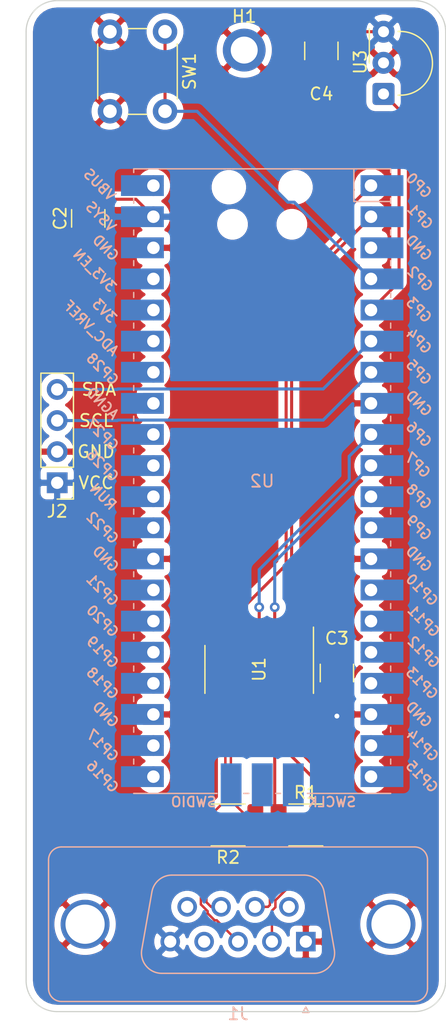
<source format=kicad_pcb>
(kicad_pcb (version 20171130) (host pcbnew "(5.1.10)-1")

  (general
    (thickness 1.6)
    (drawings 12)
    (tracks 83)
    (zones 0)
    (modules 12)
    (nets 47)
  )

  (page A4)
  (layers
    (0 F.Cu signal)
    (31 B.Cu signal)
    (32 B.Adhes user)
    (33 F.Adhes user)
    (34 B.Paste user)
    (35 F.Paste user)
    (36 B.SilkS user)
    (37 F.SilkS user)
    (38 B.Mask user)
    (39 F.Mask user)
    (40 Dwgs.User user)
    (41 Cmts.User user)
    (42 Eco1.User user)
    (43 Eco2.User user)
    (44 Edge.Cuts user)
    (45 Margin user)
    (46 B.CrtYd user)
    (47 F.CrtYd user)
    (48 B.Fab user)
    (49 F.Fab user)
  )

  (setup
    (last_trace_width 0.25)
    (trace_clearance 0.2)
    (zone_clearance 0.508)
    (zone_45_only no)
    (trace_min 0.2)
    (via_size 0.8)
    (via_drill 0.4)
    (via_min_size 0.4)
    (via_min_drill 0.3)
    (uvia_size 0.3)
    (uvia_drill 0.1)
    (uvias_allowed no)
    (uvia_min_size 0.2)
    (uvia_min_drill 0.1)
    (edge_width 0.05)
    (segment_width 0.2)
    (pcb_text_width 0.3)
    (pcb_text_size 1.5 1.5)
    (mod_edge_width 0.12)
    (mod_text_size 1 1)
    (mod_text_width 0.15)
    (pad_size 4 4)
    (pad_drill 3.2)
    (pad_to_mask_clearance 0)
    (aux_axis_origin 0 0)
    (visible_elements FFFFFF7F)
    (pcbplotparams
      (layerselection 0x010fc_ffffffff)
      (usegerberextensions false)
      (usegerberattributes true)
      (usegerberadvancedattributes true)
      (creategerberjobfile true)
      (excludeedgelayer true)
      (linewidth 0.100000)
      (plotframeref false)
      (viasonmask false)
      (mode 1)
      (useauxorigin false)
      (hpglpennumber 1)
      (hpglpenspeed 20)
      (hpglpendiameter 15.000000)
      (psnegative false)
      (psa4output false)
      (plotreference true)
      (plotvalue true)
      (plotinvisibletext false)
      (padsonsilk false)
      (subtractmaskfromsilk false)
      (outputformat 1)
      (mirror false)
      (drillshape 1)
      (scaleselection 1)
      (outputdirectory ""))
  )

  (net 0 "")
  (net 1 "Net-(U1-Pad8)")
  (net 2 "Net-(U1-Pad1)")
  (net 3 "Net-(U2-Pad43)")
  (net 4 "Net-(U2-Pad42)")
  (net 5 "Net-(U2-Pad41)")
  (net 6 "Net-(U2-Pad21)")
  (net 7 "Net-(U2-Pad22)")
  (net 8 "Net-(U2-Pad24)")
  (net 9 "Net-(U2-Pad25)")
  (net 10 "Net-(U2-Pad26)")
  (net 11 "Net-(U2-Pad27)")
  (net 12 "Net-(U2-Pad29)")
  (net 13 "Net-(U2-Pad30)")
  (net 14 "Net-(U2-Pad31)")
  (net 15 "Net-(U2-Pad32)")
  (net 16 "Net-(U2-Pad33)")
  (net 17 "Net-(U2-Pad34)")
  (net 18 "Net-(U2-Pad35)")
  (net 19 "Net-(U2-Pad36)")
  (net 20 "Net-(U2-Pad37)")
  (net 21 "Net-(U2-Pad40)")
  (net 22 "Net-(U2-Pad20)")
  (net 23 "Net-(U2-Pad19)")
  (net 24 "Net-(U2-Pad17)")
  (net 25 "Net-(U2-Pad16)")
  (net 26 "Net-(U2-Pad15)")
  (net 27 "Net-(U2-Pad14)")
  (net 28 "Net-(U2-Pad12)")
  (net 29 "Net-(U2-Pad11)")
  (net 30 +5V)
  (net 31 GND)
  (net 32 "Net-(J1-Pad9)")
  (net 33 RXD-)
  (net 34 TXD+)
  (net 35 "Net-(J1-Pad6)")
  (net 36 "Net-(J1-Pad4)")
  (net 37 RXD+)
  (net 38 TXD-)
  (net 39 LEARN)
  (net 40 TX)
  (net 41 DE)
  (net 42 ~RE~)
  (net 43 RX)
  (net 44 IR)
  (net 45 SDA)
  (net 46 SCL)

  (net_class Default "This is the default net class."
    (clearance 0.2)
    (trace_width 0.25)
    (via_dia 0.8)
    (via_drill 0.4)
    (uvia_dia 0.3)
    (uvia_drill 0.1)
    (add_net +5V)
    (add_net DE)
    (add_net GND)
    (add_net IR)
    (add_net LEARN)
    (add_net "Net-(J1-Pad4)")
    (add_net "Net-(J1-Pad6)")
    (add_net "Net-(J1-Pad9)")
    (add_net "Net-(U1-Pad1)")
    (add_net "Net-(U1-Pad8)")
    (add_net "Net-(U2-Pad11)")
    (add_net "Net-(U2-Pad12)")
    (add_net "Net-(U2-Pad14)")
    (add_net "Net-(U2-Pad15)")
    (add_net "Net-(U2-Pad16)")
    (add_net "Net-(U2-Pad17)")
    (add_net "Net-(U2-Pad19)")
    (add_net "Net-(U2-Pad20)")
    (add_net "Net-(U2-Pad21)")
    (add_net "Net-(U2-Pad22)")
    (add_net "Net-(U2-Pad24)")
    (add_net "Net-(U2-Pad25)")
    (add_net "Net-(U2-Pad26)")
    (add_net "Net-(U2-Pad27)")
    (add_net "Net-(U2-Pad29)")
    (add_net "Net-(U2-Pad30)")
    (add_net "Net-(U2-Pad31)")
    (add_net "Net-(U2-Pad32)")
    (add_net "Net-(U2-Pad33)")
    (add_net "Net-(U2-Pad34)")
    (add_net "Net-(U2-Pad35)")
    (add_net "Net-(U2-Pad36)")
    (add_net "Net-(U2-Pad37)")
    (add_net "Net-(U2-Pad40)")
    (add_net "Net-(U2-Pad41)")
    (add_net "Net-(U2-Pad42)")
    (add_net "Net-(U2-Pad43)")
    (add_net RX)
    (add_net RXD+)
    (add_net RXD-)
    (add_net SCL)
    (add_net SDA)
    (add_net TX)
    (add_net TXD+)
    (add_net TXD-)
    (add_net ~RE~)
  )

  (module MountingHole:MountingHole_2.2mm_M2_ISO7380_Pad (layer F.Cu) (tedit 56D1B4CB) (tstamp 61A63E71)
    (at 128.31572 65)
    (descr "Mounting Hole 2.2mm, M2, ISO7380")
    (tags "mounting hole 2.2mm m2 iso7380")
    (path /61AB9711)
    (attr virtual)
    (fp_text reference H1 (at 0 -2.75) (layer F.SilkS)
      (effects (font (size 1 1) (thickness 0.15)))
    )
    (fp_text value MountingHole_Pad (at 0 2.75) (layer F.Fab)
      (effects (font (size 1 1) (thickness 0.15)))
    )
    (fp_text user %R (at 0.3 0) (layer F.Fab)
      (effects (font (size 1 1) (thickness 0.15)))
    )
    (fp_circle (center 0 0) (end 1.75 0) (layer Cmts.User) (width 0.15))
    (fp_circle (center 0 0) (end 2 0) (layer F.CrtYd) (width 0.05))
    (pad 1 thru_hole circle (at 0 0) (size 3.5 3.5) (drill 2.2) (layers *.Cu *.Mask)
      (net 31 GND))
  )

  (module MCU_RaspberryPi_and_Boards:RPi_Pico_SMD_TH (layer B.Cu) (tedit 61A565D2) (tstamp 61A5ED6F)
    (at 129.784999 100.195 180)
    (descr "Through hole straight pin header, 2x20, 2.54mm pitch, double rows")
    (tags "Through hole pin header THT 2x20 2.54mm double row")
    (path /61A59562)
    (attr smd)
    (fp_text reference U2 (at 0 0) (layer B.SilkS)
      (effects (font (size 1 1) (thickness 0.15)) (justify mirror))
    )
    (fp_text value Pico (at 0 -2.159) (layer B.Fab)
      (effects (font (size 1 1) (thickness 0.15)) (justify mirror))
    )
    (fp_text user "Copper Keepouts shown on Dwgs layer" (at 0.1 30.2) (layer Cmts.User)
      (effects (font (size 1 1) (thickness 0.15)))
    )
    (fp_text user SWDIO (at 5.6 -26.2) (layer B.SilkS)
      (effects (font (size 0.8 0.8) (thickness 0.15)) (justify mirror))
    )
    (fp_text user SWCLK (at -5.7 -26.2) (layer B.SilkS)
      (effects (font (size 0.8 0.8) (thickness 0.15)) (justify mirror))
    )
    (fp_text user AGND (at 13.054 6.35 315) (layer B.SilkS)
      (effects (font (size 0.8 0.8) (thickness 0.15)) (justify mirror))
    )
    (fp_text user GND (at 12.8 19.05 315) (layer B.SilkS)
      (effects (font (size 0.8 0.8) (thickness 0.15)) (justify mirror))
    )
    (fp_text user GND (at 12.8 -6.35 315) (layer B.SilkS)
      (effects (font (size 0.8 0.8) (thickness 0.15)) (justify mirror))
    )
    (fp_text user GND (at 12.8 -19.05 315) (layer B.SilkS)
      (effects (font (size 0.8 0.8) (thickness 0.15)) (justify mirror))
    )
    (fp_text user GND (at -12.8 -19.05 315) (layer B.SilkS)
      (effects (font (size 0.8 0.8) (thickness 0.15)) (justify mirror))
    )
    (fp_text user GND (at -12.8 -6.35 315) (layer B.SilkS)
      (effects (font (size 0.8 0.8) (thickness 0.15)) (justify mirror))
    )
    (fp_text user GND (at -12.8 6.35 315) (layer B.SilkS)
      (effects (font (size 0.8 0.8) (thickness 0.15)) (justify mirror))
    )
    (fp_text user GND (at -12.8 19.05 315) (layer B.SilkS)
      (effects (font (size 0.8 0.8) (thickness 0.15)) (justify mirror))
    )
    (fp_text user VBUS (at 13.3 24.2 315) (layer B.SilkS)
      (effects (font (size 0.8 0.8) (thickness 0.15)) (justify mirror))
    )
    (fp_text user VSYS (at 13.2 21.59 315) (layer B.SilkS)
      (effects (font (size 0.8 0.8) (thickness 0.15)) (justify mirror))
    )
    (fp_text user 3V3_EN (at 13.7 17.2 315) (layer B.SilkS)
      (effects (font (size 0.8 0.8) (thickness 0.15)) (justify mirror))
    )
    (fp_text user 3V3 (at 12.9 13.9 315) (layer B.SilkS)
      (effects (font (size 0.8 0.8) (thickness 0.15)) (justify mirror))
    )
    (fp_text user ADC_VREF (at 14 12.5 315) (layer B.SilkS)
      (effects (font (size 0.8 0.8) (thickness 0.15)) (justify mirror))
    )
    (fp_text user GP28 (at 13.054 9.144 315) (layer B.SilkS)
      (effects (font (size 0.8 0.8) (thickness 0.15)) (justify mirror))
    )
    (fp_text user GP27 (at 13.054 3.8 315) (layer B.SilkS)
      (effects (font (size 0.8 0.8) (thickness 0.15)) (justify mirror))
    )
    (fp_text user GP26 (at 13.054 1.27 315) (layer B.SilkS)
      (effects (font (size 0.8 0.8) (thickness 0.15)) (justify mirror))
    )
    (fp_text user RUN (at 13 -1.27 315) (layer B.SilkS)
      (effects (font (size 0.8 0.8) (thickness 0.15)) (justify mirror))
    )
    (fp_text user GP22 (at 13.054 -3.81 315) (layer B.SilkS)
      (effects (font (size 0.8 0.8) (thickness 0.15)) (justify mirror))
    )
    (fp_text user GP21 (at 13.054 -8.9 315) (layer B.SilkS)
      (effects (font (size 0.8 0.8) (thickness 0.15)) (justify mirror))
    )
    (fp_text user GP20 (at 13.054 -11.43 315) (layer B.SilkS)
      (effects (font (size 0.8 0.8) (thickness 0.15)) (justify mirror))
    )
    (fp_text user GP19 (at 13.054 -13.97 315) (layer B.SilkS)
      (effects (font (size 0.8 0.8) (thickness 0.15)) (justify mirror))
    )
    (fp_text user GP18 (at 13.054 -16.51 315) (layer B.SilkS)
      (effects (font (size 0.8 0.8) (thickness 0.15)) (justify mirror))
    )
    (fp_text user GP17 (at 13.054 -21.59 315) (layer B.SilkS)
      (effects (font (size 0.8 0.8) (thickness 0.15)) (justify mirror))
    )
    (fp_text user GP16 (at 13.054 -24.13 315) (layer B.SilkS)
      (effects (font (size 0.8 0.8) (thickness 0.15)) (justify mirror))
    )
    (fp_text user GP15 (at -13.054 -24.13 315) (layer B.SilkS)
      (effects (font (size 0.8 0.8) (thickness 0.15)) (justify mirror))
    )
    (fp_text user GP14 (at -13.1 -21.59 315) (layer B.SilkS)
      (effects (font (size 0.8 0.8) (thickness 0.15)) (justify mirror))
    )
    (fp_text user GP13 (at -13.054 -16.51 315) (layer B.SilkS)
      (effects (font (size 0.8 0.8) (thickness 0.15)) (justify mirror))
    )
    (fp_text user GP12 (at -13.2 -13.97 315) (layer B.SilkS)
      (effects (font (size 0.8 0.8) (thickness 0.15)) (justify mirror))
    )
    (fp_text user GP11 (at -13.2 -11.43 315) (layer B.SilkS)
      (effects (font (size 0.8 0.8) (thickness 0.15)) (justify mirror))
    )
    (fp_text user GP10 (at -13.054 -8.89 315) (layer B.SilkS)
      (effects (font (size 0.8 0.8) (thickness 0.15)) (justify mirror))
    )
    (fp_text user GP9 (at -12.8 -3.81 315) (layer B.SilkS)
      (effects (font (size 0.8 0.8) (thickness 0.15)) (justify mirror))
    )
    (fp_text user GP8 (at -12.8 -1.27 315) (layer B.SilkS)
      (effects (font (size 0.8 0.8) (thickness 0.15)) (justify mirror))
    )
    (fp_text user GP7 (at -12.7 1.3 315) (layer B.SilkS)
      (effects (font (size 0.8 0.8) (thickness 0.15)) (justify mirror))
    )
    (fp_text user GP6 (at -12.8 3.81 315) (layer B.SilkS)
      (effects (font (size 0.8 0.8) (thickness 0.15)) (justify mirror))
    )
    (fp_text user GP5 (at -12.8 8.89 315) (layer B.SilkS)
      (effects (font (size 0.8 0.8) (thickness 0.15)) (justify mirror))
    )
    (fp_text user GP4 (at -12.8 11.43 315) (layer B.SilkS)
      (effects (font (size 0.8 0.8) (thickness 0.15)) (justify mirror))
    )
    (fp_text user GP3 (at -12.8 13.97 315) (layer B.SilkS)
      (effects (font (size 0.8 0.8) (thickness 0.15)) (justify mirror))
    )
    (fp_text user GP0 (at -12.8 24.13 315) (layer B.SilkS)
      (effects (font (size 0.8 0.8) (thickness 0.15)) (justify mirror))
    )
    (fp_text user GP2 (at -12.9 16.51 315) (layer B.SilkS)
      (effects (font (size 0.8 0.8) (thickness 0.15)) (justify mirror))
    )
    (fp_text user GP1 (at -12.9 21.6 315) (layer B.SilkS)
      (effects (font (size 0.8 0.8) (thickness 0.15)) (justify mirror))
    )
    (fp_text user %R (at 0 0 180) (layer B.Fab)
      (effects (font (size 1 1) (thickness 0.15)) (justify mirror))
    )
    (fp_line (start 1.1 -25.5) (end 1.5 -25.5) (layer B.SilkS) (width 0.12))
    (fp_line (start -1.5 -25.5) (end -1.1 -25.5) (layer B.SilkS) (width 0.12))
    (fp_line (start 10.5 -25.5) (end 3.7 -25.5) (layer B.SilkS) (width 0.12))
    (fp_line (start 10.5 -15.1) (end 10.5 -15.5) (layer B.SilkS) (width 0.12))
    (fp_line (start 10.5 -7.4) (end 10.5 -7.8) (layer B.SilkS) (width 0.12))
    (fp_line (start 10.5 18) (end 10.5 17.6) (layer B.SilkS) (width 0.12))
    (fp_line (start 10.5 25.5) (end 10.5 25.2) (layer B.SilkS) (width 0.12))
    (fp_line (start 10.5 2.7) (end 10.5 2.3) (layer B.SilkS) (width 0.12))
    (fp_line (start 10.5 -12.5) (end 10.5 -12.9) (layer B.SilkS) (width 0.12))
    (fp_line (start 10.5 7.8) (end 10.5 7.4) (layer B.SilkS) (width 0.12))
    (fp_line (start 10.5 12.9) (end 10.5 12.5) (layer B.SilkS) (width 0.12))
    (fp_line (start 10.5 0.2) (end 10.5 -0.2) (layer B.SilkS) (width 0.12))
    (fp_line (start 10.5 -4.9) (end 10.5 -5.3) (layer B.SilkS) (width 0.12))
    (fp_line (start 10.5 -20.1) (end 10.5 -20.5) (layer B.SilkS) (width 0.12))
    (fp_line (start 10.5 -22.7) (end 10.5 -23.1) (layer B.SilkS) (width 0.12))
    (fp_line (start 10.5 -17.6) (end 10.5 -18) (layer B.SilkS) (width 0.12))
    (fp_line (start 10.5 15.4) (end 10.5 15) (layer B.SilkS) (width 0.12))
    (fp_line (start 10.5 23.1) (end 10.5 22.7) (layer B.SilkS) (width 0.12))
    (fp_line (start 10.5 20.5) (end 10.5 20.1) (layer B.SilkS) (width 0.12))
    (fp_line (start 10.5 -10) (end 10.5 -10.4) (layer B.SilkS) (width 0.12))
    (fp_line (start 10.5 -2.3) (end 10.5 -2.7) (layer B.SilkS) (width 0.12))
    (fp_line (start 10.5 5.3) (end 10.5 4.9) (layer B.SilkS) (width 0.12))
    (fp_line (start 10.5 10.4) (end 10.5 10) (layer B.SilkS) (width 0.12))
    (fp_line (start -10.5 -22.7) (end -10.5 -23.1) (layer B.SilkS) (width 0.12))
    (fp_line (start -10.5 -20.1) (end -10.5 -20.5) (layer B.SilkS) (width 0.12))
    (fp_line (start -10.5 -17.6) (end -10.5 -18) (layer B.SilkS) (width 0.12))
    (fp_line (start -10.5 -15.1) (end -10.5 -15.5) (layer B.SilkS) (width 0.12))
    (fp_line (start -10.5 -12.5) (end -10.5 -12.9) (layer B.SilkS) (width 0.12))
    (fp_line (start -10.5 -10) (end -10.5 -10.4) (layer B.SilkS) (width 0.12))
    (fp_line (start -10.5 -7.4) (end -10.5 -7.8) (layer B.SilkS) (width 0.12))
    (fp_line (start -10.5 -4.9) (end -10.5 -5.3) (layer B.SilkS) (width 0.12))
    (fp_line (start -10.5 -2.3) (end -10.5 -2.7) (layer B.SilkS) (width 0.12))
    (fp_line (start -10.5 0.2) (end -10.5 -0.2) (layer B.SilkS) (width 0.12))
    (fp_line (start -10.5 2.7) (end -10.5 2.3) (layer B.SilkS) (width 0.12))
    (fp_line (start -10.5 5.3) (end -10.5 4.9) (layer B.SilkS) (width 0.12))
    (fp_line (start -10.5 7.8) (end -10.5 7.4) (layer B.SilkS) (width 0.12))
    (fp_line (start -10.5 10.4) (end -10.5 10) (layer B.SilkS) (width 0.12))
    (fp_line (start -10.5 12.9) (end -10.5 12.5) (layer B.SilkS) (width 0.12))
    (fp_line (start -10.5 15.4) (end -10.5 15) (layer B.SilkS) (width 0.12))
    (fp_line (start -10.5 18) (end -10.5 17.6) (layer B.SilkS) (width 0.12))
    (fp_line (start -10.5 20.5) (end -10.5 20.1) (layer B.SilkS) (width 0.12))
    (fp_line (start -10.5 23.1) (end -10.5 22.7) (layer B.SilkS) (width 0.12))
    (fp_line (start -10.5 25.5) (end -10.5 25.2) (layer B.SilkS) (width 0.12))
    (fp_line (start -7.493 22.833) (end -7.493 25.5) (layer B.SilkS) (width 0.12))
    (fp_line (start -10.5 22.833) (end -7.493 22.833) (layer B.SilkS) (width 0.12))
    (fp_line (start -3.7 -25.5) (end -10.5 -25.5) (layer B.SilkS) (width 0.12))
    (fp_line (start -10.5 25.5) (end 10.5 25.5) (layer B.SilkS) (width 0.12))
    (fp_line (start -11 -26) (end -11 26) (layer B.CrtYd) (width 0.12))
    (fp_line (start 11 -26) (end -11 -26) (layer B.CrtYd) (width 0.12))
    (fp_line (start 11 26) (end 11 -26) (layer B.CrtYd) (width 0.12))
    (fp_line (start -11 26) (end 11 26) (layer B.CrtYd) (width 0.12))
    (fp_line (start -10.5 24.2) (end -9.2 25.5) (layer B.Fab) (width 0.12))
    (fp_line (start -10.5 -25.5) (end -10.5 25.5) (layer B.Fab) (width 0.12))
    (fp_line (start 10.5 -25.5) (end -10.5 -25.5) (layer B.Fab) (width 0.12))
    (fp_line (start 10.5 25.5) (end 10.5 -25.5) (layer B.Fab) (width 0.12))
    (fp_line (start -10.5 25.5) (end 10.5 25.5) (layer B.Fab) (width 0.12))
    (fp_poly (pts (xy -1.5 16.5) (xy -3.5 16.5) (xy -3.5 18.5) (xy -1.5 18.5)) (layer Dwgs.User) (width 0.1))
    (fp_poly (pts (xy -1.5 14) (xy -3.5 14) (xy -3.5 16) (xy -1.5 16)) (layer Dwgs.User) (width 0.1))
    (fp_poly (pts (xy -1.5 11.5) (xy -3.5 11.5) (xy -3.5 13.5) (xy -1.5 13.5)) (layer Dwgs.User) (width 0.1))
    (fp_poly (pts (xy 3.7 20.2) (xy -3.7 20.2) (xy -3.7 24.9) (xy 3.7 24.9)) (layer Dwgs.User) (width 0.1))
    (pad 43 smd oval (at 2.54 -23.9 180) (size 1.7 1.7) (layers B.Cu B.Paste B.Mask)
      (net 3 "Net-(U2-Pad43)"))
    (pad 43 smd rect (at 2.54 -23.9 90) (size 3.5 1.7) (drill (offset -0.9 0)) (layers B.Cu B.Mask)
      (net 3 "Net-(U2-Pad43)"))
    (pad 42 smd rect (at 0 -23.9 180) (size 1.7 1.7) (layers B.Cu B.Paste B.Mask)
      (net 4 "Net-(U2-Pad42)"))
    (pad 42 smd rect (at 0 -23.9 90) (size 3.5 1.7) (drill (offset -0.9 0)) (layers B.Cu B.Mask)
      (net 4 "Net-(U2-Pad42)"))
    (pad 41 smd oval (at -2.54 -23.9 180) (size 1.7 1.7) (layers B.Cu B.Paste B.Mask)
      (net 5 "Net-(U2-Pad41)"))
    (pad 41 smd rect (at -2.54 -23.9 90) (size 3.5 1.7) (drill (offset -0.9 0)) (layers B.Cu B.Mask)
      (net 5 "Net-(U2-Pad41)"))
    (pad "" np_thru_hole oval (at 2.425 20.97 180) (size 1.5 1.5) (drill 1.5) (layers *.Cu *.Mask))
    (pad "" np_thru_hole oval (at -2.425 20.97 180) (size 1.5 1.5) (drill 1.5) (layers *.Cu *.Mask))
    (pad "" np_thru_hole oval (at 2.725 24 180) (size 1.8 1.8) (drill 1.8) (layers *.Cu *.Mask))
    (pad "" np_thru_hole oval (at -2.725 24 180) (size 1.8 1.8) (drill 1.8) (layers *.Cu *.Mask))
    (pad 21 smd rect (at 8.89 -24.13 180) (size 3.5 1.7) (drill (offset 0.9 0)) (layers B.Cu B.Mask)
      (net 6 "Net-(U2-Pad21)"))
    (pad 22 smd rect (at 8.89 -21.59 180) (size 3.5 1.7) (drill (offset 0.9 0)) (layers B.Cu B.Mask)
      (net 7 "Net-(U2-Pad22)"))
    (pad 23 smd rect (at 8.89 -19.05 180) (size 3.5 1.7) (drill (offset 0.9 0)) (layers B.Cu B.Mask)
      (net 31 GND))
    (pad 24 smd rect (at 8.89 -16.51 180) (size 3.5 1.7) (drill (offset 0.9 0)) (layers B.Cu B.Mask)
      (net 8 "Net-(U2-Pad24)"))
    (pad 25 smd rect (at 8.89 -13.97 180) (size 3.5 1.7) (drill (offset 0.9 0)) (layers B.Cu B.Mask)
      (net 9 "Net-(U2-Pad25)"))
    (pad 26 smd rect (at 8.89 -11.43 180) (size 3.5 1.7) (drill (offset 0.9 0)) (layers B.Cu B.Mask)
      (net 10 "Net-(U2-Pad26)"))
    (pad 27 smd rect (at 8.89 -8.89 180) (size 3.5 1.7) (drill (offset 0.9 0)) (layers B.Cu B.Mask)
      (net 11 "Net-(U2-Pad27)"))
    (pad 28 smd rect (at 8.89 -6.35 180) (size 3.5 1.7) (drill (offset 0.9 0)) (layers B.Cu B.Mask)
      (net 31 GND))
    (pad 29 smd rect (at 8.89 -3.81 180) (size 3.5 1.7) (drill (offset 0.9 0)) (layers B.Cu B.Mask)
      (net 12 "Net-(U2-Pad29)"))
    (pad 30 smd rect (at 8.89 -1.27 180) (size 3.5 1.7) (drill (offset 0.9 0)) (layers B.Cu B.Mask)
      (net 13 "Net-(U2-Pad30)"))
    (pad 31 smd rect (at 8.89 1.27 180) (size 3.5 1.7) (drill (offset 0.9 0)) (layers B.Cu B.Mask)
      (net 14 "Net-(U2-Pad31)"))
    (pad 32 smd rect (at 8.89 3.81 180) (size 3.5 1.7) (drill (offset 0.9 0)) (layers B.Cu B.Mask)
      (net 15 "Net-(U2-Pad32)"))
    (pad 33 smd rect (at 8.89 6.35 180) (size 3.5 1.7) (drill (offset 0.9 0)) (layers B.Cu B.Mask)
      (net 16 "Net-(U2-Pad33)"))
    (pad 34 smd rect (at 8.89 8.89 180) (size 3.5 1.7) (drill (offset 0.9 0)) (layers B.Cu B.Mask)
      (net 17 "Net-(U2-Pad34)"))
    (pad 35 smd rect (at 8.89 11.43 180) (size 3.5 1.7) (drill (offset 0.9 0)) (layers B.Cu B.Mask)
      (net 18 "Net-(U2-Pad35)"))
    (pad 36 smd rect (at 8.89 13.97 180) (size 3.5 1.7) (drill (offset 0.9 0)) (layers B.Cu B.Mask)
      (net 19 "Net-(U2-Pad36)"))
    (pad 37 smd rect (at 8.89 16.51 180) (size 3.5 1.7) (drill (offset 0.9 0)) (layers B.Cu B.Mask)
      (net 20 "Net-(U2-Pad37)"))
    (pad 38 smd rect (at 8.89 19.05 180) (size 3.5 1.7) (drill (offset 0.9 0)) (layers B.Cu B.Mask)
      (net 31 GND))
    (pad 39 smd rect (at 8.89 21.59 180) (size 3.5 1.7) (drill (offset 0.9 0)) (layers B.Cu B.Mask)
      (net 30 +5V))
    (pad 40 smd rect (at 8.89 24.13 180) (size 3.5 1.7) (drill (offset 0.9 0)) (layers B.Cu B.Mask)
      (net 21 "Net-(U2-Pad40)"))
    (pad 20 smd rect (at -8.89 -24.13 180) (size 3.5 1.7) (drill (offset -0.9 0)) (layers B.Cu B.Mask)
      (net 22 "Net-(U2-Pad20)"))
    (pad 19 smd rect (at -8.89 -21.59 180) (size 3.5 1.7) (drill (offset -0.9 0)) (layers B.Cu B.Mask)
      (net 23 "Net-(U2-Pad19)"))
    (pad 18 smd rect (at -8.89 -19.05 180) (size 3.5 1.7) (drill (offset -0.9 0)) (layers B.Cu B.Mask)
      (net 31 GND))
    (pad 17 smd rect (at -8.89 -16.51 180) (size 3.5 1.7) (drill (offset -0.9 0)) (layers B.Cu B.Mask)
      (net 24 "Net-(U2-Pad17)"))
    (pad 16 smd rect (at -8.89 -13.97 180) (size 3.5 1.7) (drill (offset -0.9 0)) (layers B.Cu B.Mask)
      (net 25 "Net-(U2-Pad16)"))
    (pad 15 smd rect (at -8.89 -11.43 180) (size 3.5 1.7) (drill (offset -0.9 0)) (layers B.Cu B.Mask)
      (net 26 "Net-(U2-Pad15)"))
    (pad 14 smd rect (at -8.89 -8.89 180) (size 3.5 1.7) (drill (offset -0.9 0)) (layers B.Cu B.Mask)
      (net 27 "Net-(U2-Pad14)"))
    (pad 13 smd rect (at -8.89 -6.35 180) (size 3.5 1.7) (drill (offset -0.9 0)) (layers B.Cu B.Mask)
      (net 31 GND))
    (pad 12 smd rect (at -8.89 -3.81 180) (size 3.5 1.7) (drill (offset -0.9 0)) (layers B.Cu B.Mask)
      (net 28 "Net-(U2-Pad12)"))
    (pad 11 smd rect (at -8.89 -1.27 180) (size 3.5 1.7) (drill (offset -0.9 0)) (layers B.Cu B.Mask)
      (net 29 "Net-(U2-Pad11)"))
    (pad 10 smd rect (at -8.89 1.27 180) (size 3.5 1.7) (drill (offset -0.9 0)) (layers B.Cu B.Mask)
      (net 42 ~RE~))
    (pad 9 smd rect (at -8.89 3.81 180) (size 3.5 1.7) (drill (offset -0.9 0)) (layers B.Cu B.Mask)
      (net 41 DE))
    (pad 8 smd rect (at -8.89 6.35 180) (size 3.5 1.7) (drill (offset -0.9 0)) (layers B.Cu B.Mask)
      (net 31 GND))
    (pad 7 smd rect (at -8.89 8.89 180) (size 3.5 1.7) (drill (offset -0.9 0)) (layers B.Cu B.Mask)
      (net 46 SCL))
    (pad 6 smd rect (at -8.89 11.43 180) (size 3.5 1.7) (drill (offset -0.9 0)) (layers B.Cu B.Mask)
      (net 45 SDA))
    (pad 5 smd rect (at -8.89 13.97 180) (size 3.5 1.7) (drill (offset -0.9 0)) (layers B.Cu B.Mask)
      (net 44 IR))
    (pad 4 smd rect (at -8.89 16.51 180) (size 3.5 1.7) (drill (offset -0.9 0)) (layers B.Cu B.Mask)
      (net 39 LEARN))
    (pad 3 smd rect (at -8.89 19.05 180) (size 3.5 1.7) (drill (offset -0.9 0)) (layers B.Cu B.Mask)
      (net 31 GND))
    (pad 2 smd rect (at -8.89 21.59 180) (size 3.5 1.7) (drill (offset -0.9 0)) (layers B.Cu B.Mask)
      (net 43 RX))
    (pad 1 smd rect (at -8.89 24.13 180) (size 3.5 1.7) (drill (offset -0.9 0)) (layers B.Cu B.Mask)
      (net 40 TX))
    (pad 40 thru_hole oval (at 8.89 24.13 180) (size 1.7 1.7) (drill 1.02) (layers *.Cu *.Mask)
      (net 21 "Net-(U2-Pad40)"))
    (pad 39 thru_hole oval (at 8.89 21.59 180) (size 1.7 1.7) (drill 1.02) (layers *.Cu *.Mask)
      (net 30 +5V))
    (pad 38 thru_hole rect (at 8.89 19.05 180) (size 1.7 1.7) (drill 1.02) (layers *.Cu *.Mask)
      (net 31 GND))
    (pad 37 thru_hole oval (at 8.89 16.51 180) (size 1.7 1.7) (drill 1.02) (layers *.Cu *.Mask)
      (net 20 "Net-(U2-Pad37)"))
    (pad 36 thru_hole oval (at 8.89 13.97 180) (size 1.7 1.7) (drill 1.02) (layers *.Cu *.Mask)
      (net 19 "Net-(U2-Pad36)"))
    (pad 35 thru_hole oval (at 8.89 11.43 180) (size 1.7 1.7) (drill 1.02) (layers *.Cu *.Mask)
      (net 18 "Net-(U2-Pad35)"))
    (pad 34 thru_hole oval (at 8.89 8.89 180) (size 1.7 1.7) (drill 1.02) (layers *.Cu *.Mask)
      (net 17 "Net-(U2-Pad34)"))
    (pad 33 thru_hole rect (at 8.89 6.35 180) (size 1.7 1.7) (drill 1.02) (layers *.Cu *.Mask)
      (net 16 "Net-(U2-Pad33)"))
    (pad 32 thru_hole oval (at 8.89 3.81 180) (size 1.7 1.7) (drill 1.02) (layers *.Cu *.Mask)
      (net 15 "Net-(U2-Pad32)"))
    (pad 31 thru_hole oval (at 8.89 1.27 180) (size 1.7 1.7) (drill 1.02) (layers *.Cu *.Mask)
      (net 14 "Net-(U2-Pad31)"))
    (pad 30 thru_hole oval (at 8.89 -1.27 180) (size 1.7 1.7) (drill 1.02) (layers *.Cu *.Mask)
      (net 13 "Net-(U2-Pad30)"))
    (pad 29 thru_hole oval (at 8.89 -3.81 180) (size 1.7 1.7) (drill 1.02) (layers *.Cu *.Mask)
      (net 12 "Net-(U2-Pad29)"))
    (pad 28 thru_hole rect (at 8.89 -6.35 180) (size 1.7 1.7) (drill 1.02) (layers *.Cu *.Mask)
      (net 31 GND))
    (pad 27 thru_hole oval (at 8.89 -8.89 180) (size 1.7 1.7) (drill 1.02) (layers *.Cu *.Mask)
      (net 11 "Net-(U2-Pad27)"))
    (pad 26 thru_hole oval (at 8.89 -11.43 180) (size 1.7 1.7) (drill 1.02) (layers *.Cu *.Mask)
      (net 10 "Net-(U2-Pad26)"))
    (pad 25 thru_hole oval (at 8.89 -13.97 180) (size 1.7 1.7) (drill 1.02) (layers *.Cu *.Mask)
      (net 9 "Net-(U2-Pad25)"))
    (pad 24 thru_hole oval (at 8.89 -16.51 180) (size 1.7 1.7) (drill 1.02) (layers *.Cu *.Mask)
      (net 8 "Net-(U2-Pad24)"))
    (pad 23 thru_hole rect (at 8.89 -19.05 180) (size 1.7 1.7) (drill 1.02) (layers *.Cu *.Mask)
      (net 31 GND))
    (pad 22 thru_hole oval (at 8.89 -21.59 180) (size 1.7 1.7) (drill 1.02) (layers *.Cu *.Mask)
      (net 7 "Net-(U2-Pad22)"))
    (pad 21 thru_hole oval (at 8.89 -24.13 180) (size 1.7 1.7) (drill 1.02) (layers *.Cu *.Mask)
      (net 6 "Net-(U2-Pad21)"))
    (pad 20 thru_hole oval (at -8.89 -24.13 180) (size 1.7 1.7) (drill 1.02) (layers *.Cu *.Mask)
      (net 22 "Net-(U2-Pad20)"))
    (pad 19 thru_hole oval (at -8.89 -21.59 180) (size 1.7 1.7) (drill 1.02) (layers *.Cu *.Mask)
      (net 23 "Net-(U2-Pad19)"))
    (pad 18 thru_hole rect (at -8.89 -19.05 180) (size 1.7 1.7) (drill 1.02) (layers *.Cu *.Mask)
      (net 31 GND))
    (pad 17 thru_hole oval (at -8.89 -16.51 180) (size 1.7 1.7) (drill 1.02) (layers *.Cu *.Mask)
      (net 24 "Net-(U2-Pad17)"))
    (pad 16 thru_hole oval (at -8.89 -13.97 180) (size 1.7 1.7) (drill 1.02) (layers *.Cu *.Mask)
      (net 25 "Net-(U2-Pad16)"))
    (pad 15 thru_hole oval (at -8.89 -11.43 180) (size 1.7 1.7) (drill 1.02) (layers *.Cu *.Mask)
      (net 26 "Net-(U2-Pad15)"))
    (pad 14 thru_hole oval (at -8.89 -8.89 180) (size 1.7 1.7) (drill 1.02) (layers *.Cu *.Mask)
      (net 27 "Net-(U2-Pad14)"))
    (pad 13 thru_hole rect (at -8.89 -6.35 180) (size 1.7 1.7) (drill 1.02) (layers *.Cu *.Mask)
      (net 31 GND))
    (pad 12 thru_hole oval (at -8.89 -3.81 180) (size 1.7 1.7) (drill 1.02) (layers *.Cu *.Mask)
      (net 28 "Net-(U2-Pad12)"))
    (pad 11 thru_hole oval (at -8.89 -1.27 180) (size 1.7 1.7) (drill 1.02) (layers *.Cu *.Mask)
      (net 29 "Net-(U2-Pad11)"))
    (pad 10 thru_hole oval (at -8.89 1.27 180) (size 1.7 1.7) (drill 1.02) (layers *.Cu *.Mask)
      (net 42 ~RE~))
    (pad 9 thru_hole oval (at -8.89 3.81 180) (size 1.7 1.7) (drill 1.02) (layers *.Cu *.Mask)
      (net 41 DE))
    (pad 8 thru_hole rect (at -8.89 6.35 180) (size 1.7 1.7) (drill 1.02) (layers *.Cu *.Mask)
      (net 31 GND))
    (pad 7 thru_hole oval (at -8.89 8.89 180) (size 1.7 1.7) (drill 1.02) (layers *.Cu *.Mask)
      (net 46 SCL))
    (pad 6 thru_hole oval (at -8.89 11.43 180) (size 1.7 1.7) (drill 1.02) (layers *.Cu *.Mask)
      (net 45 SDA))
    (pad 5 thru_hole oval (at -8.89 13.97 180) (size 1.7 1.7) (drill 1.02) (layers *.Cu *.Mask)
      (net 44 IR))
    (pad 4 thru_hole oval (at -8.89 16.51 180) (size 1.7 1.7) (drill 1.02) (layers *.Cu *.Mask)
      (net 39 LEARN))
    (pad 3 thru_hole rect (at -8.89 19.05 180) (size 1.7 1.7) (drill 1.02) (layers *.Cu *.Mask)
      (net 31 GND))
    (pad 2 thru_hole oval (at -8.89 21.59 180) (size 1.7 1.7) (drill 1.02) (layers *.Cu *.Mask)
      (net 43 RX))
    (pad 1 thru_hole oval (at -8.89 24.13 180) (size 1.7 1.7) (drill 1.02) (layers *.Cu *.Mask)
      (net 40 TX))
  )

  (module Resistor_SMD:R_1812_4532Metric_Pad1.30x3.40mm_HandSolder (layer F.Cu) (tedit 5F68FEEE) (tstamp 61A5C887)
    (at 127 128.27 180)
    (descr "Resistor SMD 1812 (4532 Metric), square (rectangular) end terminal, IPC_7351 nominal with elongated pad for handsoldering. (Body size source: https://www.nikhef.nl/pub/departments/mt/projects/detectorR_D/dtddice/ERJ2G.pdf), generated with kicad-footprint-generator")
    (tags "resistor handsolder")
    (path /61A837B7)
    (attr smd)
    (fp_text reference R2 (at 0 -2.65) (layer F.SilkS)
      (effects (font (size 1 1) (thickness 0.15)))
    )
    (fp_text value 60R (at 0 2.65) (layer F.Fab)
      (effects (font (size 1 1) (thickness 0.15)))
    )
    (fp_text user %R (at 0 0) (layer F.Fab)
      (effects (font (size 1 1) (thickness 0.15)))
    )
    (fp_line (start -2.25 1.6) (end -2.25 -1.6) (layer F.Fab) (width 0.1))
    (fp_line (start -2.25 -1.6) (end 2.25 -1.6) (layer F.Fab) (width 0.1))
    (fp_line (start 2.25 -1.6) (end 2.25 1.6) (layer F.Fab) (width 0.1))
    (fp_line (start 2.25 1.6) (end -2.25 1.6) (layer F.Fab) (width 0.1))
    (fp_line (start -1.386252 -1.71) (end 1.386252 -1.71) (layer F.SilkS) (width 0.12))
    (fp_line (start -1.386252 1.71) (end 1.386252 1.71) (layer F.SilkS) (width 0.12))
    (fp_line (start -3.12 1.95) (end -3.12 -1.95) (layer F.CrtYd) (width 0.05))
    (fp_line (start -3.12 -1.95) (end 3.12 -1.95) (layer F.CrtYd) (width 0.05))
    (fp_line (start 3.12 -1.95) (end 3.12 1.95) (layer F.CrtYd) (width 0.05))
    (fp_line (start 3.12 1.95) (end -3.12 1.95) (layer F.CrtYd) (width 0.05))
    (pad 2 smd roundrect (at 2.225 0 180) (size 1.3 3.4) (layers F.Cu F.Paste F.Mask) (roundrect_rratio 0.192308)
      (net 37 RXD+))
    (pad 1 smd roundrect (at -2.225 0 180) (size 1.3 3.4) (layers F.Cu F.Paste F.Mask) (roundrect_rratio 0.192308)
      (net 33 RXD-))
    (model ${KISYS3DMOD}/Resistor_SMD.3dshapes/R_1812_4532Metric.wrl
      (at (xyz 0 0 0))
      (scale (xyz 1 1 1))
      (rotate (xyz 0 0 0))
    )
  )

  (module Connector_PinHeader_2.54mm:PinHeader_1x04_P2.54mm_Vertical (layer F.Cu) (tedit 59FED5CC) (tstamp 61A5DC3B)
    (at 113.03 100.33 180)
    (descr "Through hole straight pin header, 1x04, 2.54mm pitch, single row")
    (tags "Through hole pin header THT 1x04 2.54mm single row")
    (path /61A8A736)
    (fp_text reference J2 (at 0 -2.33) (layer F.SilkS)
      (effects (font (size 1 1) (thickness 0.15)))
    )
    (fp_text value Conn_01x04 (at 0 9.95) (layer F.Fab)
      (effects (font (size 1 1) (thickness 0.15)))
    )
    (fp_text user %R (at 0 3.81 90) (layer F.Fab)
      (effects (font (size 1 1) (thickness 0.15)))
    )
    (fp_line (start -0.635 -1.27) (end 1.27 -1.27) (layer F.Fab) (width 0.1))
    (fp_line (start 1.27 -1.27) (end 1.27 8.89) (layer F.Fab) (width 0.1))
    (fp_line (start 1.27 8.89) (end -1.27 8.89) (layer F.Fab) (width 0.1))
    (fp_line (start -1.27 8.89) (end -1.27 -0.635) (layer F.Fab) (width 0.1))
    (fp_line (start -1.27 -0.635) (end -0.635 -1.27) (layer F.Fab) (width 0.1))
    (fp_line (start -1.33 8.95) (end 1.33 8.95) (layer F.SilkS) (width 0.12))
    (fp_line (start -1.33 1.27) (end -1.33 8.95) (layer F.SilkS) (width 0.12))
    (fp_line (start 1.33 1.27) (end 1.33 8.95) (layer F.SilkS) (width 0.12))
    (fp_line (start -1.33 1.27) (end 1.33 1.27) (layer F.SilkS) (width 0.12))
    (fp_line (start -1.33 0) (end -1.33 -1.33) (layer F.SilkS) (width 0.12))
    (fp_line (start -1.33 -1.33) (end 0 -1.33) (layer F.SilkS) (width 0.12))
    (fp_line (start -1.8 -1.8) (end -1.8 9.4) (layer F.CrtYd) (width 0.05))
    (fp_line (start -1.8 9.4) (end 1.8 9.4) (layer F.CrtYd) (width 0.05))
    (fp_line (start 1.8 9.4) (end 1.8 -1.8) (layer F.CrtYd) (width 0.05))
    (fp_line (start 1.8 -1.8) (end -1.8 -1.8) (layer F.CrtYd) (width 0.05))
    (pad 4 thru_hole oval (at 0 7.62 180) (size 1.7 1.7) (drill 1) (layers *.Cu *.Mask)
      (net 45 SDA))
    (pad 3 thru_hole oval (at 0 5.08 180) (size 1.7 1.7) (drill 1) (layers *.Cu *.Mask)
      (net 46 SCL))
    (pad 2 thru_hole oval (at 0 2.54 180) (size 1.7 1.7) (drill 1) (layers *.Cu *.Mask)
      (net 31 GND))
    (pad 1 thru_hole rect (at 0 0 180) (size 1.7 1.7) (drill 1) (layers *.Cu *.Mask)
      (net 30 +5V))
    (model ${KISYS3DMOD}/Connector_PinHeader_2.54mm.3dshapes/PinHeader_1x04_P2.54mm_Vertical.wrl
      (at (xyz 0 0 0))
      (scale (xyz 1 1 1))
      (rotate (xyz 0 0 0))
    )
  )

  (module OptoDevice:Vishay_MINIMOLD-3Pin (layer F.Cu) (tedit 5B8885B5) (tstamp 61A5AA52)
    (at 139.7 68.58 90)
    (descr "IR Receiver Vishay TSOP-xxxx, MINIMOLD package, see https://www.vishay.com/docs/82742/tsop331.pdf")
    (tags "IR Receiver Vishay TSOP-xxxx MINIMOLD")
    (path /61A5E9CA)
    (fp_text reference U3 (at 2.6 -1.9 270) (layer F.SilkS)
      (effects (font (size 1 1) (thickness 0.15)))
    )
    (fp_text value TSOP335xx (at -2.54 0) (layer F.Fab)
      (effects (font (size 1 1) (thickness 0.15)))
    )
    (fp_arc (start 2.5 1.4) (end 5 1.4) (angle 180) (layer F.Fab) (width 0.1))
    (fp_arc (start 2.5 1.4) (end 5.1 1.4) (angle 180) (layer F.SilkS) (width 0.12))
    (fp_text user %R (at 2.51 1.99 90) (layer F.Fab)
      (effects (font (size 1 1) (thickness 0.15)))
    )
    (fp_line (start 5 1.1) (end 0 1.1) (layer F.Fab) (width 0.1))
    (fp_line (start 0 1.4) (end 0 1.15) (layer F.Fab) (width 0.1))
    (fp_line (start 0 1.15) (end 0 1.1) (layer F.Fab) (width 0.1))
    (fp_line (start 0 1.1) (end -0.2 1.1) (layer F.Fab) (width 0.1))
    (fp_line (start -0.2 1.1) (end -0.2 -0.55) (layer F.Fab) (width 0.1))
    (fp_line (start 0.3 -1.05) (end 5.3 -1.05) (layer F.Fab) (width 0.1))
    (fp_line (start 5.3 -1.05) (end 5.3 1.1) (layer F.Fab) (width 0.1))
    (fp_line (start 5.3 1.1) (end 5 1.1) (layer F.Fab) (width 0.1))
    (fp_line (start 5 1.1) (end 5 1.4) (layer F.Fab) (width 0.1))
    (fp_line (start 5.1 1.4) (end 5.1 1.2) (layer F.SilkS) (width 0.12))
    (fp_line (start -0.1 1.4) (end -0.1 1.2) (layer F.SilkS) (width 0.12))
    (fp_line (start 5.3 -1.16) (end 2.54 -1.16) (layer F.SilkS) (width 0.12))
    (fp_line (start 6.23 4.15) (end -1.15 4.15) (layer F.CrtYd) (width 0.05))
    (fp_line (start 6.23 4.15) (end 6.23 -1.3) (layer F.CrtYd) (width 0.05))
    (fp_line (start -1.15 -1.3) (end -1.15 4.15) (layer F.CrtYd) (width 0.05))
    (fp_line (start -1.15 -1.3) (end 6.23 -1.3) (layer F.CrtYd) (width 0.05))
    (fp_line (start 0.3 -1.05) (end -0.2 -0.55) (layer F.Fab) (width 0.1))
    (pad 3 thru_hole circle (at 5.08 0 90) (size 1.8 1.8) (drill 0.9) (layers *.Cu *.Mask)
      (net 30 +5V))
    (pad 2 thru_hole circle (at 2.54 0 90) (size 1.8 1.8) (drill 0.9) (layers *.Cu *.Mask)
      (net 31 GND))
    (pad 1 thru_hole roundrect (at 0 0 90) (size 1.8 1.8) (drill 0.9) (layers *.Cu *.Mask) (roundrect_rratio 0.139)
      (net 44 IR))
    (model ${KISYS3DMOD}/OptoDevice.3dshapes/Vishay_MINIMOLD-3Pin.wrl
      (at (xyz 0 0 0))
      (scale (xyz 1 1 1))
      (rotate (xyz 0 0 0))
    )
  )

  (module Button_Switch_THT:SW_PUSH_6mm (layer F.Cu) (tedit 5A02FE31) (tstamp 61A63FFD)
    (at 121.8438 63.49492 270)
    (descr https://www.omron.com/ecb/products/pdf/en-b3f.pdf)
    (tags "tact sw push 6mm")
    (path /61A71B65)
    (fp_text reference SW1 (at 3.25 -2 90) (layer F.SilkS)
      (effects (font (size 1 1) (thickness 0.15)))
    )
    (fp_text value SW_DPST_x2 (at 3.75 6.7 90) (layer F.Fab)
      (effects (font (size 1 1) (thickness 0.15)))
    )
    (fp_text user %R (at 3.25 2.25 90) (layer F.Fab)
      (effects (font (size 1 1) (thickness 0.15)))
    )
    (fp_line (start 3.25 -0.75) (end 6.25 -0.75) (layer F.Fab) (width 0.1))
    (fp_line (start 6.25 -0.75) (end 6.25 5.25) (layer F.Fab) (width 0.1))
    (fp_line (start 6.25 5.25) (end 0.25 5.25) (layer F.Fab) (width 0.1))
    (fp_line (start 0.25 5.25) (end 0.25 -0.75) (layer F.Fab) (width 0.1))
    (fp_line (start 0.25 -0.75) (end 3.25 -0.75) (layer F.Fab) (width 0.1))
    (fp_line (start 7.75 6) (end 8 6) (layer F.CrtYd) (width 0.05))
    (fp_line (start 8 6) (end 8 5.75) (layer F.CrtYd) (width 0.05))
    (fp_line (start 7.75 -1.5) (end 8 -1.5) (layer F.CrtYd) (width 0.05))
    (fp_line (start 8 -1.5) (end 8 -1.25) (layer F.CrtYd) (width 0.05))
    (fp_line (start -1.5 -1.25) (end -1.5 -1.5) (layer F.CrtYd) (width 0.05))
    (fp_line (start -1.5 -1.5) (end -1.25 -1.5) (layer F.CrtYd) (width 0.05))
    (fp_line (start -1.5 5.75) (end -1.5 6) (layer F.CrtYd) (width 0.05))
    (fp_line (start -1.5 6) (end -1.25 6) (layer F.CrtYd) (width 0.05))
    (fp_line (start -1.25 -1.5) (end 7.75 -1.5) (layer F.CrtYd) (width 0.05))
    (fp_line (start -1.5 5.75) (end -1.5 -1.25) (layer F.CrtYd) (width 0.05))
    (fp_line (start 7.75 6) (end -1.25 6) (layer F.CrtYd) (width 0.05))
    (fp_line (start 8 -1.25) (end 8 5.75) (layer F.CrtYd) (width 0.05))
    (fp_line (start 1 5.5) (end 5.5 5.5) (layer F.SilkS) (width 0.12))
    (fp_line (start -0.25 1.5) (end -0.25 3) (layer F.SilkS) (width 0.12))
    (fp_line (start 5.5 -1) (end 1 -1) (layer F.SilkS) (width 0.12))
    (fp_line (start 6.75 3) (end 6.75 1.5) (layer F.SilkS) (width 0.12))
    (fp_circle (center 3.25 2.25) (end 1.25 2.5) (layer F.Fab) (width 0.1))
    (pad 1 thru_hole circle (at 6.5 0) (size 2 2) (drill 1.1) (layers *.Cu *.Mask)
      (net 39 LEARN))
    (pad 2 thru_hole circle (at 6.5 4.5) (size 2 2) (drill 1.1) (layers *.Cu *.Mask)
      (net 31 GND))
    (pad 1 thru_hole circle (at 0 0) (size 2 2) (drill 1.1) (layers *.Cu *.Mask)
      (net 39 LEARN))
    (pad 2 thru_hole circle (at 0 4.5) (size 2 2) (drill 1.1) (layers *.Cu *.Mask)
      (net 31 GND))
    (model ${KISYS3DMOD}/Button_Switch_THT.3dshapes/SW_PUSH_6mm.wrl
      (at (xyz 0 0 0))
      (scale (xyz 1 1 1))
      (rotate (xyz 0 0 0))
    )
  )

  (module Resistor_SMD:R_1812_4532Metric_Pad1.30x3.40mm_HandSolder (layer F.Cu) (tedit 5F68FEEE) (tstamp 61A5D9B3)
    (at 133.35 128.27)
    (descr "Resistor SMD 1812 (4532 Metric), square (rectangular) end terminal, IPC_7351 nominal with elongated pad for handsoldering. (Body size source: https://www.nikhef.nl/pub/departments/mt/projects/detectorR_D/dtddice/ERJ2G.pdf), generated with kicad-footprint-generator")
    (tags "resistor handsolder")
    (path /61A5F752)
    (attr smd)
    (fp_text reference R1 (at 0 -2.65) (layer F.SilkS)
      (effects (font (size 1 1) (thickness 0.15)))
    )
    (fp_text value 60R (at 0 2.65) (layer F.Fab)
      (effects (font (size 1 1) (thickness 0.15)))
    )
    (fp_text user %R (at 0 0) (layer F.Fab)
      (effects (font (size 1 1) (thickness 0.15)))
    )
    (fp_line (start -2.25 1.6) (end -2.25 -1.6) (layer F.Fab) (width 0.1))
    (fp_line (start -2.25 -1.6) (end 2.25 -1.6) (layer F.Fab) (width 0.1))
    (fp_line (start 2.25 -1.6) (end 2.25 1.6) (layer F.Fab) (width 0.1))
    (fp_line (start 2.25 1.6) (end -2.25 1.6) (layer F.Fab) (width 0.1))
    (fp_line (start -1.386252 -1.71) (end 1.386252 -1.71) (layer F.SilkS) (width 0.12))
    (fp_line (start -1.386252 1.71) (end 1.386252 1.71) (layer F.SilkS) (width 0.12))
    (fp_line (start -3.12 1.95) (end -3.12 -1.95) (layer F.CrtYd) (width 0.05))
    (fp_line (start -3.12 -1.95) (end 3.12 -1.95) (layer F.CrtYd) (width 0.05))
    (fp_line (start 3.12 -1.95) (end 3.12 1.95) (layer F.CrtYd) (width 0.05))
    (fp_line (start 3.12 1.95) (end -3.12 1.95) (layer F.CrtYd) (width 0.05))
    (pad 2 smd roundrect (at 2.225 0) (size 1.3 3.4) (layers F.Cu F.Paste F.Mask) (roundrect_rratio 0.192308)
      (net 38 TXD-))
    (pad 1 smd roundrect (at -2.225 0) (size 1.3 3.4) (layers F.Cu F.Paste F.Mask) (roundrect_rratio 0.192308)
      (net 34 TXD+))
    (model ${KISYS3DMOD}/Resistor_SMD.3dshapes/R_1812_4532Metric.wrl
      (at (xyz 0 0 0))
      (scale (xyz 1 1 1))
      (rotate (xyz 0 0 0))
    )
  )

  (module Connector_Dsub:DSUB-9_Female_Vertical_P2.77x2.84mm_MountingHoles (layer B.Cu) (tedit 61A561C8) (tstamp 61A5A83F)
    (at 133.35 137.795)
    (descr "9-pin D-Sub connector, straight/vertical, THT-mount, female, pitch 2.77x2.84mm, distance of mounting holes 25mm, see https://disti-assets.s3.amazonaws.com/tonar/files/datasheets/16730.pdf")
    (tags "9-pin D-Sub connector straight vertical THT female pitch 2.77x2.84mm mounting holes distance 25mm")
    (path /61A5D36A)
    (fp_text reference J1 (at -5.54 5.89) (layer B.SilkS)
      (effects (font (size 1 1) (thickness 0.15)) (justify mirror))
    )
    (fp_text value DB9_Female_MountingHoles (at -5.54 -8.73) (layer B.Fab)
      (effects (font (size 1 1) (thickness 0.15)) (justify mirror))
    )
    (fp_text user %R (at -5.54 -1.42) (layer B.Fab)
      (effects (font (size 1 1) (thickness 0.15)) (justify mirror))
    )
    (fp_arc (start -0.137048 -3.77) (end -0.137048 -5.43) (angle 80) (layer B.SilkS) (width 0.12))
    (fp_arc (start -10.942952 -3.77) (end -10.942952 -5.43) (angle -80) (layer B.SilkS) (width 0.12))
    (fp_arc (start 0.691689 0.93) (end 0.691689 2.59) (angle -100) (layer B.SilkS) (width 0.12))
    (fp_arc (start -11.771689 0.93) (end -11.771689 2.59) (angle 100) (layer B.SilkS) (width 0.12))
    (fp_arc (start -0.125543 -3.77) (end -0.125543 -5.37) (angle 80) (layer B.Fab) (width 0.1))
    (fp_arc (start -10.954457 -3.77) (end -10.954457 -5.37) (angle -80) (layer B.Fab) (width 0.1))
    (fp_arc (start 0.703194 0.93) (end 0.703194 2.53) (angle -100) (layer B.Fab) (width 0.1))
    (fp_arc (start -11.783194 0.93) (end -11.783194 2.53) (angle 100) (layer B.Fab) (width 0.1))
    (fp_arc (start 8.885 -6.67) (end 9.945 -6.67) (angle -90) (layer B.SilkS) (width 0.12))
    (fp_arc (start -19.965 -6.67) (end -21.025 -6.67) (angle 90) (layer B.SilkS) (width 0.12))
    (fp_arc (start 8.885 3.83) (end 8.885 4.89) (angle -90) (layer B.SilkS) (width 0.12))
    (fp_arc (start -19.965 3.83) (end -21.025 3.83) (angle -90) (layer B.SilkS) (width 0.12))
    (fp_arc (start 8.885 -6.67) (end 9.885 -6.67) (angle -90) (layer B.Fab) (width 0.1))
    (fp_arc (start -19.965 -6.67) (end -20.965 -6.67) (angle 90) (layer B.Fab) (width 0.1))
    (fp_arc (start 8.885 3.83) (end 8.885 4.83) (angle -90) (layer B.Fab) (width 0.1))
    (fp_arc (start -19.965 3.83) (end -20.965 3.83) (angle -90) (layer B.Fab) (width 0.1))
    (fp_line (start -19.965 4.83) (end 8.885 4.83) (layer B.Fab) (width 0.1))
    (fp_line (start 9.885 3.83) (end 9.885 -6.67) (layer B.Fab) (width 0.1))
    (fp_line (start 8.885 -7.67) (end -19.965 -7.67) (layer B.Fab) (width 0.1))
    (fp_line (start -20.965 -6.67) (end -20.965 3.83) (layer B.Fab) (width 0.1))
    (fp_line (start -19.965 4.89) (end 8.885 4.89) (layer B.SilkS) (width 0.12))
    (fp_line (start 9.945 3.83) (end 9.945 -6.67) (layer B.SilkS) (width 0.12))
    (fp_line (start 8.885 -7.73) (end -19.965 -7.73) (layer B.SilkS) (width 0.12))
    (fp_line (start -21.025 -6.67) (end -21.025 3.83) (layer B.SilkS) (width 0.12))
    (fp_line (start -0.25 5.784338) (end 0.25 5.784338) (layer B.SilkS) (width 0.12))
    (fp_line (start 0.25 5.784338) (end 0 5.351325) (layer B.SilkS) (width 0.12))
    (fp_line (start 0 5.351325) (end -0.25 5.784338) (layer B.SilkS) (width 0.12))
    (fp_line (start -11.783194 2.53) (end 0.703194 2.53) (layer B.Fab) (width 0.1))
    (fp_line (start -10.954457 -5.37) (end -0.125543 -5.37) (layer B.Fab) (width 0.1))
    (fp_line (start 2.278887 0.652163) (end 1.45015 -4.047837) (layer B.Fab) (width 0.1))
    (fp_line (start -13.358887 0.652163) (end -12.53015 -4.047837) (layer B.Fab) (width 0.1))
    (fp_line (start -11.771689 2.59) (end 0.691689 2.59) (layer B.SilkS) (width 0.12))
    (fp_line (start -10.942952 -5.43) (end -0.137048 -5.43) (layer B.SilkS) (width 0.12))
    (fp_line (start 2.32647 0.641744) (end 1.497733 -4.058256) (layer B.SilkS) (width 0.12))
    (fp_line (start -13.40647 0.641744) (end -12.577733 -4.058256) (layer B.SilkS) (width 0.12))
    (fp_line (start -21.5 5.35) (end -21.5 -8.2) (layer B.CrtYd) (width 0.05))
    (fp_line (start -21.5 -8.2) (end 10.4 -8.2) (layer B.CrtYd) (width 0.05))
    (fp_line (start 10.4 -8.2) (end 10.4 5.35) (layer B.CrtYd) (width 0.05))
    (fp_line (start 10.4 5.35) (end -21.5 5.35) (layer B.CrtYd) (width 0.05))
    (pad 0 thru_hole circle (at 6.96 -1.42) (size 4 4) (drill 3.2) (layers *.Cu *.Mask)
      (net 31 GND))
    (pad 0 thru_hole circle (at -18.04 -1.42) (size 4 4) (drill 3.2) (layers *.Cu *.Mask)
      (net 31 GND))
    (pad 9 thru_hole circle (at -9.695 -2.84) (size 1.6 1.6) (drill 1) (layers *.Cu *.Mask)
      (net 32 "Net-(J1-Pad9)"))
    (pad 8 thru_hole circle (at -6.925 -2.84) (size 1.6 1.6) (drill 1) (layers *.Cu *.Mask)
      (net 33 RXD-))
    (pad 7 thru_hole circle (at -4.155 -2.84) (size 1.6 1.6) (drill 1) (layers *.Cu *.Mask)
      (net 34 TXD+))
    (pad 6 thru_hole circle (at -1.385 -2.84) (size 1.6 1.6) (drill 1) (layers *.Cu *.Mask)
      (net 35 "Net-(J1-Pad6)"))
    (pad 5 thru_hole circle (at -11.08 0) (size 1.6 1.6) (drill 1) (layers *.Cu *.Mask)
      (net 30 +5V))
    (pad 4 thru_hole circle (at -8.31 0) (size 1.6 1.6) (drill 1) (layers *.Cu *.Mask)
      (net 36 "Net-(J1-Pad4)"))
    (pad 3 thru_hole circle (at -5.54 0) (size 1.6 1.6) (drill 1) (layers *.Cu *.Mask)
      (net 37 RXD+))
    (pad 2 thru_hole circle (at -2.77 0) (size 1.6 1.6) (drill 1) (layers *.Cu *.Mask)
      (net 38 TXD-))
    (pad 1 thru_hole rect (at 0 0) (size 1.6 1.6) (drill 1) (layers *.Cu *.Mask)
      (net 31 GND))
    (model ${KISYS3DMOD}/Connector_Dsub.3dshapes/DSUB-9_Female_Vertical_P2.77x2.84mm_MountingHoles.wrl
      (at (xyz 0 0 0))
      (scale (xyz 1 1 1))
      (rotate (xyz 0 0 0))
    )
  )

  (module Capacitor_SMD:C_1210_3225Metric_Pad1.33x2.70mm_HandSolder (layer F.Cu) (tedit 5F68FEEF) (tstamp 61A5A808)
    (at 134.62 65.0625 270)
    (descr "Capacitor SMD 1210 (3225 Metric), square (rectangular) end terminal, IPC_7351 nominal with elongated pad for handsoldering. (Body size source: IPC-SM-782 page 76, https://www.pcb-3d.com/wordpress/wp-content/uploads/ipc-sm-782a_amendment_1_and_2.pdf), generated with kicad-footprint-generator")
    (tags "capacitor handsolder")
    (path /61A664B7)
    (attr smd)
    (fp_text reference C4 (at 3.5175 0 180) (layer F.SilkS)
      (effects (font (size 1 1) (thickness 0.15)))
    )
    (fp_text value 0.1uF (at 0 2.3 90) (layer F.Fab)
      (effects (font (size 1 1) (thickness 0.15)))
    )
    (fp_text user %R (at 0 0 90) (layer F.Fab)
      (effects (font (size 0.8 0.8) (thickness 0.12)))
    )
    (fp_line (start -1.6 1.25) (end -1.6 -1.25) (layer F.Fab) (width 0.1))
    (fp_line (start -1.6 -1.25) (end 1.6 -1.25) (layer F.Fab) (width 0.1))
    (fp_line (start 1.6 -1.25) (end 1.6 1.25) (layer F.Fab) (width 0.1))
    (fp_line (start 1.6 1.25) (end -1.6 1.25) (layer F.Fab) (width 0.1))
    (fp_line (start -0.711252 -1.36) (end 0.711252 -1.36) (layer F.SilkS) (width 0.12))
    (fp_line (start -0.711252 1.36) (end 0.711252 1.36) (layer F.SilkS) (width 0.12))
    (fp_line (start -2.48 1.6) (end -2.48 -1.6) (layer F.CrtYd) (width 0.05))
    (fp_line (start -2.48 -1.6) (end 2.48 -1.6) (layer F.CrtYd) (width 0.05))
    (fp_line (start 2.48 -1.6) (end 2.48 1.6) (layer F.CrtYd) (width 0.05))
    (fp_line (start 2.48 1.6) (end -2.48 1.6) (layer F.CrtYd) (width 0.05))
    (pad 2 smd roundrect (at 1.5625 0 270) (size 1.325 2.7) (layers F.Cu F.Paste F.Mask) (roundrect_rratio 0.188679)
      (net 31 GND))
    (pad 1 smd roundrect (at -1.5625 0 270) (size 1.325 2.7) (layers F.Cu F.Paste F.Mask) (roundrect_rratio 0.188679)
      (net 30 +5V))
    (model ${KISYS3DMOD}/Capacitor_SMD.3dshapes/C_1210_3225Metric.wrl
      (at (xyz 0 0 0))
      (scale (xyz 1 1 1))
      (rotate (xyz 0 0 0))
    )
  )

  (module Capacitor_SMD:C_1210_3225Metric_Pad1.33x2.70mm_HandSolder (layer F.Cu) (tedit 5F68FEEF) (tstamp 61A5DAFB)
    (at 135.89 115.8625 90)
    (descr "Capacitor SMD 1210 (3225 Metric), square (rectangular) end terminal, IPC_7351 nominal with elongated pad for handsoldering. (Body size source: IPC-SM-782 page 76, https://www.pcb-3d.com/wordpress/wp-content/uploads/ipc-sm-782a_amendment_1_and_2.pdf), generated with kicad-footprint-generator")
    (tags "capacitor handsolder")
    (path /61A6CD1E)
    (attr smd)
    (fp_text reference C3 (at 2.8325 0 180) (layer F.SilkS)
      (effects (font (size 1 1) (thickness 0.15)))
    )
    (fp_text value 1uF (at 0 2.3 90) (layer F.Fab)
      (effects (font (size 1 1) (thickness 0.15)))
    )
    (fp_text user %R (at 0 0 90) (layer F.Fab)
      (effects (font (size 0.8 0.8) (thickness 0.12)))
    )
    (fp_line (start -1.6 1.25) (end -1.6 -1.25) (layer F.Fab) (width 0.1))
    (fp_line (start -1.6 -1.25) (end 1.6 -1.25) (layer F.Fab) (width 0.1))
    (fp_line (start 1.6 -1.25) (end 1.6 1.25) (layer F.Fab) (width 0.1))
    (fp_line (start 1.6 1.25) (end -1.6 1.25) (layer F.Fab) (width 0.1))
    (fp_line (start -0.711252 -1.36) (end 0.711252 -1.36) (layer F.SilkS) (width 0.12))
    (fp_line (start -0.711252 1.36) (end 0.711252 1.36) (layer F.SilkS) (width 0.12))
    (fp_line (start -2.48 1.6) (end -2.48 -1.6) (layer F.CrtYd) (width 0.05))
    (fp_line (start -2.48 -1.6) (end 2.48 -1.6) (layer F.CrtYd) (width 0.05))
    (fp_line (start 2.48 -1.6) (end 2.48 1.6) (layer F.CrtYd) (width 0.05))
    (fp_line (start 2.48 1.6) (end -2.48 1.6) (layer F.CrtYd) (width 0.05))
    (pad 2 smd roundrect (at 1.5625 0 90) (size 1.325 2.7) (layers F.Cu F.Paste F.Mask) (roundrect_rratio 0.188679)
      (net 31 GND))
    (pad 1 smd roundrect (at -1.5625 0 90) (size 1.325 2.7) (layers F.Cu F.Paste F.Mask) (roundrect_rratio 0.188679)
      (net 30 +5V))
    (model ${KISYS3DMOD}/Capacitor_SMD.3dshapes/C_1210_3225Metric.wrl
      (at (xyz 0 0 0))
      (scale (xyz 1 1 1))
      (rotate (xyz 0 0 0))
    )
  )

  (module Capacitor_SMD:C_1210_3225Metric_Pad1.33x2.70mm_HandSolder (layer F.Cu) (tedit 5F68FEEF) (tstamp 61A5A7E6)
    (at 115.57 78.74 90)
    (descr "Capacitor SMD 1210 (3225 Metric), square (rectangular) end terminal, IPC_7351 nominal with elongated pad for handsoldering. (Body size source: IPC-SM-782 page 76, https://www.pcb-3d.com/wordpress/wp-content/uploads/ipc-sm-782a_amendment_1_and_2.pdf), generated with kicad-footprint-generator")
    (tags "capacitor handsolder")
    (path /61A6A7BF)
    (attr smd)
    (fp_text reference C2 (at 0 -2.3 90) (layer F.SilkS)
      (effects (font (size 1 1) (thickness 0.15)))
    )
    (fp_text value 0.1uF (at 0 2.3 90) (layer F.Fab)
      (effects (font (size 1 1) (thickness 0.15)))
    )
    (fp_text user %R (at 0 0 90) (layer F.Fab)
      (effects (font (size 0.8 0.8) (thickness 0.12)))
    )
    (fp_line (start -1.6 1.25) (end -1.6 -1.25) (layer F.Fab) (width 0.1))
    (fp_line (start -1.6 -1.25) (end 1.6 -1.25) (layer F.Fab) (width 0.1))
    (fp_line (start 1.6 -1.25) (end 1.6 1.25) (layer F.Fab) (width 0.1))
    (fp_line (start 1.6 1.25) (end -1.6 1.25) (layer F.Fab) (width 0.1))
    (fp_line (start -0.711252 -1.36) (end 0.711252 -1.36) (layer F.SilkS) (width 0.12))
    (fp_line (start -0.711252 1.36) (end 0.711252 1.36) (layer F.SilkS) (width 0.12))
    (fp_line (start -2.48 1.6) (end -2.48 -1.6) (layer F.CrtYd) (width 0.05))
    (fp_line (start -2.48 -1.6) (end 2.48 -1.6) (layer F.CrtYd) (width 0.05))
    (fp_line (start 2.48 -1.6) (end 2.48 1.6) (layer F.CrtYd) (width 0.05))
    (fp_line (start 2.48 1.6) (end -2.48 1.6) (layer F.CrtYd) (width 0.05))
    (pad 2 smd roundrect (at 1.5625 0 90) (size 1.325 2.7) (layers F.Cu F.Paste F.Mask) (roundrect_rratio 0.188679)
      (net 30 +5V))
    (pad 1 smd roundrect (at -1.5625 0 90) (size 1.325 2.7) (layers F.Cu F.Paste F.Mask) (roundrect_rratio 0.188679)
      (net 31 GND))
    (model ${KISYS3DMOD}/Capacitor_SMD.3dshapes/C_1210_3225Metric.wrl
      (at (xyz 0 0 0))
      (scale (xyz 1 1 1))
      (rotate (xyz 0 0 0))
    )
  )

  (module Package_SO:SOIC-14_3.9x8.7mm_P1.27mm (layer F.Cu) (tedit 5D9F72B1) (tstamp 61A5A394)
    (at 129.54 115.57 270)
    (descr "SOIC, 14 Pin (JEDEC MS-012AB, https://www.analog.com/media/en/package-pcb-resources/package/pkg_pdf/soic_narrow-r/r_14.pdf), generated with kicad-footprint-generator ipc_gullwing_generator.py")
    (tags "SOIC SO")
    (path /61A57B66)
    (attr smd)
    (fp_text reference U1 (at 0 0 90) (layer F.SilkS)
      (effects (font (size 1 1) (thickness 0.15)))
    )
    (fp_text value ADM3063EARZ-ND (at 0 5.28 90) (layer F.Fab)
      (effects (font (size 1 1) (thickness 0.15)))
    )
    (fp_text user %R (at 0 0 90) (layer F.Fab)
      (effects (font (size 0.98 0.98) (thickness 0.15)))
    )
    (fp_line (start 0 4.435) (end 1.95 4.435) (layer F.SilkS) (width 0.12))
    (fp_line (start 0 4.435) (end -1.95 4.435) (layer F.SilkS) (width 0.12))
    (fp_line (start 0 -4.435) (end 1.95 -4.435) (layer F.SilkS) (width 0.12))
    (fp_line (start 0 -4.435) (end -3.45 -4.435) (layer F.SilkS) (width 0.12))
    (fp_line (start -0.975 -4.325) (end 1.95 -4.325) (layer F.Fab) (width 0.1))
    (fp_line (start 1.95 -4.325) (end 1.95 4.325) (layer F.Fab) (width 0.1))
    (fp_line (start 1.95 4.325) (end -1.95 4.325) (layer F.Fab) (width 0.1))
    (fp_line (start -1.95 4.325) (end -1.95 -3.35) (layer F.Fab) (width 0.1))
    (fp_line (start -1.95 -3.35) (end -0.975 -4.325) (layer F.Fab) (width 0.1))
    (fp_line (start -3.7 -4.58) (end -3.7 4.58) (layer F.CrtYd) (width 0.05))
    (fp_line (start -3.7 4.58) (end 3.7 4.58) (layer F.CrtYd) (width 0.05))
    (fp_line (start 3.7 4.58) (end 3.7 -4.58) (layer F.CrtYd) (width 0.05))
    (fp_line (start 3.7 -4.58) (end -3.7 -4.58) (layer F.CrtYd) (width 0.05))
    (pad 14 smd roundrect (at 2.475 -3.81 270) (size 1.95 0.6) (layers F.Cu F.Paste F.Mask) (roundrect_rratio 0.25)
      (net 30 +5V))
    (pad 13 smd roundrect (at 2.475 -2.54 270) (size 1.95 0.6) (layers F.Cu F.Paste F.Mask) (roundrect_rratio 0.25)
      (net 30 +5V))
    (pad 12 smd roundrect (at 2.475 -1.27 270) (size 1.95 0.6) (layers F.Cu F.Paste F.Mask) (roundrect_rratio 0.25)
      (net 34 TXD+))
    (pad 11 smd roundrect (at 2.475 0 270) (size 1.95 0.6) (layers F.Cu F.Paste F.Mask) (roundrect_rratio 0.25)
      (net 38 TXD-))
    (pad 10 smd roundrect (at 2.475 1.27 270) (size 1.95 0.6) (layers F.Cu F.Paste F.Mask) (roundrect_rratio 0.25)
      (net 33 RXD-))
    (pad 9 smd roundrect (at 2.475 2.54 270) (size 1.95 0.6) (layers F.Cu F.Paste F.Mask) (roundrect_rratio 0.25)
      (net 37 RXD+))
    (pad 8 smd roundrect (at 2.475 3.81 270) (size 1.95 0.6) (layers F.Cu F.Paste F.Mask) (roundrect_rratio 0.25)
      (net 1 "Net-(U1-Pad8)"))
    (pad 7 smd roundrect (at -2.475 3.81 270) (size 1.95 0.6) (layers F.Cu F.Paste F.Mask) (roundrect_rratio 0.25)
      (net 31 GND))
    (pad 6 smd roundrect (at -2.475 2.54 270) (size 1.95 0.6) (layers F.Cu F.Paste F.Mask) (roundrect_rratio 0.25)
      (net 31 GND))
    (pad 5 smd roundrect (at -2.475 1.27 270) (size 1.95 0.6) (layers F.Cu F.Paste F.Mask) (roundrect_rratio 0.25)
      (net 40 TX))
    (pad 4 smd roundrect (at -2.475 0 270) (size 1.95 0.6) (layers F.Cu F.Paste F.Mask) (roundrect_rratio 0.25)
      (net 41 DE))
    (pad 3 smd roundrect (at -2.475 -1.27 270) (size 1.95 0.6) (layers F.Cu F.Paste F.Mask) (roundrect_rratio 0.25)
      (net 42 ~RE~))
    (pad 2 smd roundrect (at -2.475 -2.54 270) (size 1.95 0.6) (layers F.Cu F.Paste F.Mask) (roundrect_rratio 0.25)
      (net 43 RX))
    (pad 1 smd roundrect (at -2.475 -3.81 270) (size 1.95 0.6) (layers F.Cu F.Paste F.Mask) (roundrect_rratio 0.25)
      (net 2 "Net-(U1-Pad1)"))
    (model ${KISYS3DMOD}/Package_SO.3dshapes/SOIC-14_3.9x8.7mm_P1.27mm.wrl
      (at (xyz 0 0 0))
      (scale (xyz 1 1 1))
      (rotate (xyz 0 0 0))
    )
  )

  (gr_line (start 144.78 63.5) (end 144.78 140.97) (layer Edge.Cuts) (width 0.1) (tstamp 61A5FE67))
  (gr_arc (start 142.24 63.5) (end 144.78 63.5) (angle -90) (layer Edge.Cuts) (width 0.1) (tstamp 61A5FE5B))
  (gr_arc (start 142.24 140.97) (end 142.24 143.51) (angle -90) (layer Edge.Cuts) (width 0.1) (tstamp 61A5FE5B))
  (gr_arc (start 113.03 140.97) (end 110.49 140.97) (angle -90) (layer Edge.Cuts) (width 0.1) (tstamp 61A5FE5B))
  (gr_arc (start 113.03 63.5) (end 113.03 60.96) (angle -90) (layer Edge.Cuts) (width 0.1))
  (gr_text VCC (at 116.205 100.33) (layer F.SilkS)
    (effects (font (size 1 1) (thickness 0.15)))
  )
  (gr_text GND (at 116.205 97.79) (layer F.SilkS)
    (effects (font (size 1 1) (thickness 0.15)))
  )
  (gr_text SCL (at 116.205 95.25) (layer F.SilkS)
    (effects (font (size 1 1) (thickness 0.15)))
  )
  (gr_text SDA (at 114.935 92.71) (layer F.SilkS)
    (effects (font (size 1 1) (thickness 0.15)) (justify left))
  )
  (gr_line (start 113.03 60.96) (end 142.24 60.96) (layer Edge.Cuts) (width 0.1))
  (gr_line (start 110.49 140.97) (end 110.49 63.5) (layer Edge.Cuts) (width 0.1))
  (gr_line (start 142.24 143.51) (end 113.03 143.51) (layer Edge.Cuts) (width 0.1))

  (segment (start 119.467499 77.1775) (end 120.894999 78.605) (width 0.25) (layer F.Cu) (net 30))
  (segment (start 115.57 77.1775) (end 119.467499 77.1775) (width 0.25) (layer F.Cu) (net 30))
  (segment (start 134.62 63.5) (end 139.7 63.5) (width 0.25) (layer F.Cu) (net 30))
  (via (at 135.89 119.38) (size 0.8) (drill 0.4) (layers F.Cu B.Cu) (net 30))
  (segment (start 135.89 119.38) (end 135.89 117.425) (width 0.25) (layer F.Cu) (net 30))
  (segment (start 133.97 117.425) (end 133.35 118.045) (width 0.25) (layer F.Cu) (net 30))
  (segment (start 135.89 117.425) (end 133.97 117.425) (width 0.25) (layer F.Cu) (net 30))
  (segment (start 133.35 118.045) (end 132.08 118.045) (width 0.25) (layer F.Cu) (net 30))
  (via (at 130.81 110.49) (size 0.8) (drill 0.4) (layers F.Cu B.Cu) (net 42))
  (via (at 129.54 110.49) (size 0.8) (drill 0.4) (layers F.Cu B.Cu) (net 41))
  (segment (start 127.60001 119.056402) (end 127.225 119.431412) (width 0.2) (layer F.Cu) (net 33))
  (segment (start 127.60001 118.71499) (end 127.60001 119.056402) (width 0.2) (layer F.Cu) (net 33))
  (segment (start 127.225 119.431412) (end 127.225 126.27) (width 0.2) (layer F.Cu) (net 33))
  (segment (start 128.27 118.045) (end 127.60001 118.71499) (width 0.2) (layer F.Cu) (net 33))
  (segment (start 127.225 126.27) (end 129.225 128.27) (width 0.2) (layer F.Cu) (net 33))
  (segment (start 125.606397 134.955) (end 126.425 134.955) (width 0.2) (layer F.Cu) (net 33))
  (segment (start 125.225 134.573603) (end 125.606397 134.955) (width 0.2) (layer F.Cu) (net 33))
  (segment (start 125.225 132.27) (end 125.225 134.573603) (width 0.2) (layer F.Cu) (net 33))
  (segment (start 129.225 128.27) (end 125.225 132.27) (width 0.2) (layer F.Cu) (net 33))
  (segment (start 130.81 127.955) (end 131.125 128.27) (width 0.25) (layer F.Cu) (net 34))
  (segment (start 130.81 118.045) (end 130.81 127.955) (width 0.25) (layer F.Cu) (net 34))
  (segment (start 130.261801 134.955) (end 129.195 134.955) (width 0.2) (layer F.Cu) (net 34))
  (segment (start 130.415008 134.801794) (end 130.261801 134.955) (width 0.2) (layer F.Cu) (net 34))
  (segment (start 130.415008 134.240607) (end 130.415008 134.801794) (width 0.2) (layer F.Cu) (net 34))
  (segment (start 133.125 131.530615) (end 130.415008 134.240607) (width 0.2) (layer F.Cu) (net 34))
  (segment (start 133.125 130.27) (end 133.125 131.530615) (width 0.2) (layer F.Cu) (net 34))
  (segment (start 131.125 128.27) (end 133.125 130.27) (width 0.2) (layer F.Cu) (net 34))
  (segment (start 126.775 126.27) (end 124.775 128.27) (width 0.2) (layer F.Cu) (net 37))
  (segment (start 126.775 118.903603) (end 126.775 126.27) (width 0.2) (layer F.Cu) (net 37))
  (segment (start 127 118.678603) (end 126.775 118.903603) (width 0.2) (layer F.Cu) (net 37))
  (segment (start 127 118.045) (end 127 118.678603) (width 0.2) (layer F.Cu) (net 37))
  (segment (start 125.896999 136.055001) (end 126.070001 136.055001) (width 0.2) (layer F.Cu) (net 37))
  (segment (start 125.324999 135.483001) (end 125.896999 136.055001) (width 0.2) (layer F.Cu) (net 37))
  (segment (start 125.324999 135.309999) (end 125.324999 135.483001) (width 0.2) (layer F.Cu) (net 37))
  (segment (start 126.070001 136.055001) (end 127.81 137.795) (width 0.2) (layer F.Cu) (net 37))
  (segment (start 124.775 134.76) (end 125.324999 135.309999) (width 0.2) (layer F.Cu) (net 37))
  (segment (start 124.775 128.27) (end 124.775 134.76) (width 0.2) (layer F.Cu) (net 37))
  (segment (start 131.445 117.033232) (end 131.445 121.92) (width 0.25) (layer F.Cu) (net 38))
  (segment (start 129.86501 116.74499) (end 131.156758 116.74499) (width 0.25) (layer F.Cu) (net 38))
  (segment (start 131.445 121.92) (end 135.575 126.05) (width 0.25) (layer F.Cu) (net 38))
  (segment (start 131.156758 116.74499) (end 131.445 117.033232) (width 0.25) (layer F.Cu) (net 38))
  (segment (start 129.54 117.07) (end 129.86501 116.74499) (width 0.25) (layer F.Cu) (net 38))
  (segment (start 129.54 118.045) (end 129.54 117.07) (width 0.25) (layer F.Cu) (net 38))
  (segment (start 135.575 126.05) (end 135.575 128.27) (width 0.25) (layer F.Cu) (net 38))
  (segment (start 130.58 135.273199) (end 130.58 137.795) (width 0.2) (layer F.Cu) (net 38))
  (segment (start 130.864999 134.9882) (end 130.58 135.273199) (width 0.2) (layer F.Cu) (net 38))
  (segment (start 133.575 130.27) (end 133.575 131.716998) (width 0.2) (layer F.Cu) (net 38))
  (segment (start 135.575 128.27) (end 133.575 130.27) (width 0.2) (layer F.Cu) (net 38))
  (segment (start 130.864999 134.426999) (end 130.864999 134.9882) (width 0.2) (layer F.Cu) (net 38))
  (segment (start 133.575 131.716998) (end 130.864999 134.426999) (width 0.2) (layer F.Cu) (net 38))
  (segment (start 121.8438 63.41096) (end 121.8438 69.91096) (width 0.25) (layer F.Cu) (net 39))
  (segment (start 131.880001 77.420001) (end 124.46 70) (width 0.25) (layer B.Cu) (net 39))
  (segment (start 132.41 77.420001) (end 131.880001 77.420001) (width 0.25) (layer B.Cu) (net 39))
  (segment (start 138.674999 83.685) (end 132.41 77.420001) (width 0.25) (layer B.Cu) (net 39))
  (segment (start 121.84888 70) (end 121.8438 69.99492) (width 0.25) (layer B.Cu) (net 39))
  (segment (start 124.46 70) (end 121.84888 70) (width 0.25) (layer B.Cu) (net 39))
  (segment (start 138.674999 76.065) (end 136.896794 77.843205) (width 0.25) (layer F.Cu) (net 40))
  (segment (start 136.896794 79.746795) (end 131.73999 84.903599) (width 0.25) (layer F.Cu) (net 40))
  (segment (start 136.896794 77.843205) (end 136.896794 79.746795) (width 0.25) (layer F.Cu) (net 40))
  (segment (start 131.73999 84.903599) (end 131.73999 107.02001) (width 0.25) (layer F.Cu) (net 40))
  (segment (start 128.27 110.49) (end 128.27 113.095) (width 0.25) (layer F.Cu) (net 40))
  (segment (start 131.73999 107.02001) (end 128.27 110.49) (width 0.25) (layer F.Cu) (net 40))
  (segment (start 129.54 110.49) (end 129.54 113.095) (width 0.25) (layer F.Cu) (net 41))
  (segment (start 138.674999 96.385) (end 136.896794 98.163205) (width 0.25) (layer B.Cu) (net 41))
  (segment (start 136.896794 98.163205) (end 136.896794 100.066795) (width 0.25) (layer B.Cu) (net 41))
  (segment (start 136.896794 100.066795) (end 129.54 107.423589) (width 0.25) (layer B.Cu) (net 41))
  (segment (start 129.54 107.423589) (end 129.54 110.49) (width 0.25) (layer B.Cu) (net 41))
  (segment (start 130.81 110.49) (end 130.81 113.095) (width 0.25) (layer F.Cu) (net 42))
  (segment (start 130.81 106.789999) (end 130.81 110.49) (width 0.25) (layer B.Cu) (net 42))
  (segment (start 138.674999 98.925) (end 130.81 106.789999) (width 0.25) (layer B.Cu) (net 42))
  (segment (start 138.674999 78.605) (end 132.189999 85.09) (width 0.25) (layer F.Cu) (net 43))
  (segment (start 132.189999 85.09) (end 132.189999 112.920001) (width 0.25) (layer F.Cu) (net 43))
  (segment (start 139.7 68.58) (end 140.97 69.85) (width 0.25) (layer F.Cu) (net 44))
  (segment (start 140.97 83.929999) (end 138.674999 86.225) (width 0.25) (layer F.Cu) (net 44))
  (segment (start 140.97 69.85) (end 140.97 83.929999) (width 0.25) (layer F.Cu) (net 44))
  (segment (start 134.77 92.669999) (end 138.674999 88.765) (width 0.25) (layer B.Cu) (net 45))
  (segment (start 117.984998 92.669999) (end 134.77 92.669999) (width 0.25) (layer B.Cu) (net 45))
  (segment (start 117.944997 92.71) (end 117.984998 92.669999) (width 0.25) (layer B.Cu) (net 45))
  (segment (start 113.03 92.71) (end 117.944997 92.71) (width 0.25) (layer B.Cu) (net 45))
  (segment (start 134.77 95.209999) (end 138.674999 91.305) (width 0.25) (layer B.Cu) (net 46))
  (segment (start 117.984998 95.209999) (end 134.77 95.209999) (width 0.25) (layer B.Cu) (net 46))
  (segment (start 117.944997 95.25) (end 117.984998 95.209999) (width 0.25) (layer B.Cu) (net 46))
  (segment (start 113.03 95.25) (end 117.944997 95.25) (width 0.25) (layer B.Cu) (net 46))

  (zone (net 31) (net_name GND) (layer F.Cu) (tstamp 0) (hatch edge 0.508)
    (connect_pads (clearance 0.508))
    (min_thickness 0.254)
    (fill yes (arc_segments 32) (thermal_gap 0.508) (thermal_bridge_width 0.508))
    (polygon
      (pts
        (xy 144.78 143.51) (xy 110.49 143.51) (xy 110.49 60.96) (xy 144.78 60.96)
      )
    )
    (filled_polygon
      (pts
        (xy 142.599668 61.683551) (xy 142.945634 61.788004) (xy 143.264724 61.957667) (xy 143.544781 62.186076) (xy 143.775141 62.464534)
        (xy 143.947027 62.78243) (xy 144.053893 63.127658) (xy 144.095 63.518753) (xy 144.095001 140.936485) (xy 144.056449 141.329667)
        (xy 143.951996 141.675635) (xy 143.782333 141.994724) (xy 143.553924 142.274781) (xy 143.275466 142.505141) (xy 142.95757 142.677027)
        (xy 142.61234 142.783894) (xy 142.221238 142.825) (xy 113.063505 142.825) (xy 112.670333 142.786449) (xy 112.324365 142.681996)
        (xy 112.005276 142.512333) (xy 111.725219 142.283924) (xy 111.494859 142.005466) (xy 111.322973 141.68757) (xy 111.216106 141.34234)
        (xy 111.175 140.951238) (xy 111.175 138.222499) (xy 113.642106 138.222499) (xy 113.858228 138.589258) (xy 114.318105 138.829938)
        (xy 114.816098 138.976275) (xy 115.333071 139.022648) (xy 115.849159 138.967273) (xy 116.344526 138.812279) (xy 116.761772 138.589258)
        (xy 116.977894 138.222499) (xy 115.31 136.554605) (xy 113.642106 138.222499) (xy 111.175 138.222499) (xy 111.175 136.398071)
        (xy 112.662352 136.398071) (xy 112.717727 136.914159) (xy 112.872721 137.409526) (xy 113.095742 137.826772) (xy 113.462501 138.042894)
        (xy 115.130395 136.375) (xy 115.489605 136.375) (xy 117.157499 138.042894) (xy 117.524258 137.826772) (xy 117.614854 137.653665)
        (xy 120.835 137.653665) (xy 120.835 137.936335) (xy 120.890147 138.213574) (xy 120.99832 138.474727) (xy 121.155363 138.709759)
        (xy 121.355241 138.909637) (xy 121.590273 139.06668) (xy 121.851426 139.174853) (xy 122.128665 139.23) (xy 122.411335 139.23)
        (xy 122.688574 139.174853) (xy 122.949727 139.06668) (xy 123.184759 138.909637) (xy 123.384637 138.709759) (xy 123.54168 138.474727)
        (xy 123.649853 138.213574) (xy 123.655 138.187699) (xy 123.660147 138.213574) (xy 123.76832 138.474727) (xy 123.925363 138.709759)
        (xy 124.125241 138.909637) (xy 124.360273 139.06668) (xy 124.621426 139.174853) (xy 124.898665 139.23) (xy 125.181335 139.23)
        (xy 125.458574 139.174853) (xy 125.719727 139.06668) (xy 125.954759 138.909637) (xy 126.154637 138.709759) (xy 126.31168 138.474727)
        (xy 126.419853 138.213574) (xy 126.425 138.187699) (xy 126.430147 138.213574) (xy 126.53832 138.474727) (xy 126.695363 138.709759)
        (xy 126.895241 138.909637) (xy 127.130273 139.06668) (xy 127.391426 139.174853) (xy 127.668665 139.23) (xy 127.951335 139.23)
        (xy 128.228574 139.174853) (xy 128.489727 139.06668) (xy 128.724759 138.909637) (xy 128.924637 138.709759) (xy 129.08168 138.474727)
        (xy 129.189853 138.213574) (xy 129.195 138.187699) (xy 129.200147 138.213574) (xy 129.30832 138.474727) (xy 129.465363 138.709759)
        (xy 129.665241 138.909637) (xy 129.900273 139.06668) (xy 130.161426 139.174853) (xy 130.438665 139.23) (xy 130.721335 139.23)
        (xy 130.998574 139.174853) (xy 131.259727 139.06668) (xy 131.494759 138.909637) (xy 131.694637 138.709759) (xy 131.85168 138.474727)
        (xy 131.913539 138.325387) (xy 131.911928 138.595) (xy 131.924188 138.719482) (xy 131.960498 138.83918) (xy 132.019463 138.949494)
        (xy 132.098815 139.046185) (xy 132.195506 139.125537) (xy 132.30582 139.184502) (xy 132.425518 139.220812) (xy 132.55 139.233072)
        (xy 133.06425 139.23) (xy 133.223 139.07125) (xy 133.223 137.922) (xy 133.477 137.922) (xy 133.477 139.07125)
        (xy 133.63575 139.23) (xy 134.15 139.233072) (xy 134.274482 139.220812) (xy 134.39418 139.184502) (xy 134.504494 139.125537)
        (xy 134.601185 139.046185) (xy 134.680537 138.949494) (xy 134.739502 138.83918) (xy 134.775812 138.719482) (xy 134.788072 138.595)
        (xy 134.785847 138.222499) (xy 138.642106 138.222499) (xy 138.858228 138.589258) (xy 139.318105 138.829938) (xy 139.816098 138.976275)
        (xy 140.333071 139.022648) (xy 140.849159 138.967273) (xy 141.344526 138.812279) (xy 141.761772 138.589258) (xy 141.977894 138.222499)
        (xy 140.31 136.554605) (xy 138.642106 138.222499) (xy 134.785847 138.222499) (xy 134.785 138.08075) (xy 134.62625 137.922)
        (xy 133.477 137.922) (xy 133.223 137.922) (xy 133.203 137.922) (xy 133.203 137.668) (xy 133.223 137.668)
        (xy 133.223 136.51875) (xy 133.477 136.51875) (xy 133.477 137.668) (xy 134.62625 137.668) (xy 134.785 137.50925)
        (xy 134.788072 136.995) (xy 134.775812 136.870518) (xy 134.739502 136.75082) (xy 134.680537 136.640506) (xy 134.601185 136.543815)
        (xy 134.504494 136.464463) (xy 134.39418 136.405498) (xy 134.369697 136.398071) (xy 137.662352 136.398071) (xy 137.717727 136.914159)
        (xy 137.872721 137.409526) (xy 138.095742 137.826772) (xy 138.462501 138.042894) (xy 140.130395 136.375) (xy 140.489605 136.375)
        (xy 142.157499 138.042894) (xy 142.524258 137.826772) (xy 142.764938 137.366895) (xy 142.911275 136.868902) (xy 142.957648 136.351929)
        (xy 142.902273 135.835841) (xy 142.747279 135.340474) (xy 142.524258 134.923228) (xy 142.157499 134.707106) (xy 140.489605 136.375)
        (xy 140.130395 136.375) (xy 138.462501 134.707106) (xy 138.095742 134.923228) (xy 137.855062 135.383105) (xy 137.708725 135.881098)
        (xy 137.662352 136.398071) (xy 134.369697 136.398071) (xy 134.274482 136.369188) (xy 134.15 136.356928) (xy 133.63575 136.36)
        (xy 133.477 136.51875) (xy 133.223 136.51875) (xy 133.06425 136.36) (xy 132.55 136.356928) (xy 132.425518 136.369188)
        (xy 132.30582 136.405498) (xy 132.195506 136.464463) (xy 132.098815 136.543815) (xy 132.019463 136.640506) (xy 131.960498 136.75082)
        (xy 131.924188 136.870518) (xy 131.911928 136.995) (xy 131.913539 137.264613) (xy 131.85168 137.115273) (xy 131.694637 136.880241)
        (xy 131.494759 136.680363) (xy 131.315 136.560252) (xy 131.315 136.238993) (xy 131.546426 136.334853) (xy 131.823665 136.39)
        (xy 132.106335 136.39) (xy 132.383574 136.334853) (xy 132.644727 136.22668) (xy 132.879759 136.069637) (xy 133.079637 135.869759)
        (xy 133.23668 135.634727) (xy 133.344853 135.373574) (xy 133.4 135.096335) (xy 133.4 134.813665) (xy 133.344853 134.536426)
        (xy 133.341157 134.527501) (xy 138.642106 134.527501) (xy 140.31 136.195395) (xy 141.977894 134.527501) (xy 141.761772 134.160742)
        (xy 141.301895 133.920062) (xy 140.803902 133.773725) (xy 140.286929 133.727352) (xy 139.770841 133.782727) (xy 139.275474 133.937721)
        (xy 138.858228 134.160742) (xy 138.642106 134.527501) (xy 133.341157 134.527501) (xy 133.23668 134.275273) (xy 133.079637 134.040241)
        (xy 132.879759 133.840363) (xy 132.646764 133.684681) (xy 134.069193 132.262252) (xy 134.097238 132.239236) (xy 134.189087 132.127318)
        (xy 134.257337 131.999631) (xy 134.299365 131.861083) (xy 134.31 131.753103) (xy 134.31 131.753096) (xy 134.313555 131.716999)
        (xy 134.31 131.680902) (xy 134.31 130.574446) (xy 134.542281 130.342165) (xy 134.547038 130.347962) (xy 134.681614 130.458405)
        (xy 134.83515 130.540472) (xy 135.001746 130.591008) (xy 135.175 130.608072) (xy 135.975 130.608072) (xy 136.148254 130.591008)
        (xy 136.31485 130.540472) (xy 136.468386 130.458405) (xy 136.602962 130.347962) (xy 136.713405 130.213386) (xy 136.795472 130.05985)
        (xy 136.846008 129.893254) (xy 136.863072 129.72) (xy 136.863072 126.82) (xy 136.846008 126.646746) (xy 136.795472 126.48015)
        (xy 136.713405 126.326614) (xy 136.602962 126.192038) (xy 136.468386 126.081595) (xy 136.334754 126.010167) (xy 136.324003 125.901014)
        (xy 136.280546 125.757753) (xy 136.262904 125.724747) (xy 136.209974 125.625723) (xy 136.138799 125.538997) (xy 136.115001 125.509999)
        (xy 136.086004 125.486202) (xy 132.205 121.605199) (xy 132.205 119.658072) (xy 132.23 119.658072) (xy 132.383745 119.642929)
        (xy 132.531582 119.598084) (xy 132.667829 119.525258) (xy 132.715 119.486546) (xy 132.762171 119.525258) (xy 132.898418 119.598084)
        (xy 133.046255 119.642929) (xy 133.2 119.658072) (xy 133.5 119.658072) (xy 133.653745 119.642929) (xy 133.801582 119.598084)
        (xy 133.937829 119.525258) (xy 134.057251 119.427251) (xy 134.155258 119.307829) (xy 134.228084 119.171582) (xy 134.272929 119.023745)
        (xy 134.288072 118.87) (xy 134.288072 118.568896) (xy 134.296613 118.575905) (xy 134.450149 118.657972) (xy 134.616745 118.708508)
        (xy 134.789999 118.725572) (xy 135.082491 118.725572) (xy 134.972795 118.889744) (xy 134.894774 119.078102) (xy 134.855 119.278061)
        (xy 134.855 119.481939) (xy 134.894774 119.681898) (xy 134.972795 119.870256) (xy 135.086063 120.039774) (xy 135.230226 120.183937)
        (xy 135.399744 120.297205) (xy 135.588102 120.375226) (xy 135.788061 120.415) (xy 135.991939 120.415) (xy 136.191898 120.375226)
        (xy 136.380256 120.297205) (xy 136.549774 120.183937) (xy 136.638711 120.095) (xy 137.186927 120.095) (xy 137.199187 120.219482)
        (xy 137.235497 120.33918) (xy 137.294462 120.449494) (xy 137.373814 120.546185) (xy 137.470505 120.625537) (xy 137.580819 120.684502)
        (xy 137.653379 120.706513) (xy 137.521524 120.838368) (xy 137.359009 121.081589) (xy 137.247067 121.351842) (xy 137.189999 121.63874)
        (xy 137.189999 121.93126) (xy 137.247067 122.218158) (xy 137.359009 122.488411) (xy 137.521524 122.731632) (xy 137.728367 122.938475)
        (xy 137.902759 123.055) (xy 137.728367 123.171525) (xy 137.521524 123.378368) (xy 137.359009 123.621589) (xy 137.247067 123.891842)
        (xy 137.189999 124.17874) (xy 137.189999 124.47126) (xy 137.247067 124.758158) (xy 137.359009 125.028411) (xy 137.521524 125.271632)
        (xy 137.728367 125.478475) (xy 137.971588 125.64099) (xy 138.241841 125.752932) (xy 138.528739 125.81) (xy 138.821259 125.81)
        (xy 139.108157 125.752932) (xy 139.37841 125.64099) (xy 139.621631 125.478475) (xy 139.828474 125.271632) (xy 139.990989 125.028411)
        (xy 140.102931 124.758158) (xy 140.159999 124.47126) (xy 140.159999 124.17874) (xy 140.102931 123.891842) (xy 139.990989 123.621589)
        (xy 139.828474 123.378368) (xy 139.621631 123.171525) (xy 139.447239 123.055) (xy 139.621631 122.938475) (xy 139.828474 122.731632)
        (xy 139.990989 122.488411) (xy 140.102931 122.218158) (xy 140.159999 121.93126) (xy 140.159999 121.63874) (xy 140.102931 121.351842)
        (xy 139.990989 121.081589) (xy 139.828474 120.838368) (xy 139.696619 120.706513) (xy 139.769179 120.684502) (xy 139.879493 120.625537)
        (xy 139.976184 120.546185) (xy 140.055536 120.449494) (xy 140.114501 120.33918) (xy 140.150811 120.219482) (xy 140.163071 120.095)
        (xy 140.159999 119.53075) (xy 140.001249 119.372) (xy 138.801999 119.372) (xy 138.801999 119.392) (xy 138.547999 119.392)
        (xy 138.547999 119.372) (xy 137.348749 119.372) (xy 137.189999 119.53075) (xy 137.186927 120.095) (xy 136.638711 120.095)
        (xy 136.693937 120.039774) (xy 136.807205 119.870256) (xy 136.885226 119.681898) (xy 136.925 119.481939) (xy 136.925 119.278061)
        (xy 136.885226 119.078102) (xy 136.807205 118.889744) (xy 136.697509 118.725572) (xy 136.990001 118.725572) (xy 137.163255 118.708508)
        (xy 137.188592 118.700822) (xy 137.189999 118.95925) (xy 137.348749 119.118) (xy 138.547999 119.118) (xy 138.547999 119.098)
        (xy 138.801999 119.098) (xy 138.801999 119.118) (xy 140.001249 119.118) (xy 140.159999 118.95925) (xy 140.163071 118.395)
        (xy 140.150811 118.270518) (xy 140.114501 118.15082) (xy 140.055536 118.040506) (xy 139.976184 117.943815) (xy 139.879493 117.864463)
        (xy 139.769179 117.805498) (xy 139.696619 117.783487) (xy 139.828474 117.651632) (xy 139.990989 117.408411) (xy 140.102931 117.138158)
        (xy 140.159999 116.85126) (xy 140.159999 116.55874) (xy 140.102931 116.271842) (xy 139.990989 116.001589) (xy 139.828474 115.758368)
        (xy 139.621631 115.551525) (xy 139.447239 115.435) (xy 139.621631 115.318475) (xy 139.828474 115.111632) (xy 139.990989 114.868411)
        (xy 140.102931 114.598158) (xy 140.159999 114.31126) (xy 140.159999 114.01874) (xy 140.102931 113.731842) (xy 139.990989 113.461589)
        (xy 139.828474 113.218368) (xy 139.621631 113.011525) (xy 139.447239 112.895) (xy 139.621631 112.778475) (xy 139.828474 112.571632)
        (xy 139.990989 112.328411) (xy 140.102931 112.058158) (xy 140.159999 111.77126) (xy 140.159999 111.47874) (xy 140.102931 111.191842)
        (xy 139.990989 110.921589) (xy 139.828474 110.678368) (xy 139.621631 110.471525) (xy 139.447239 110.355) (xy 139.621631 110.238475)
        (xy 139.828474 110.031632) (xy 139.990989 109.788411) (xy 140.102931 109.518158) (xy 140.159999 109.23126) (xy 140.159999 108.93874)
        (xy 140.102931 108.651842) (xy 139.990989 108.381589) (xy 139.828474 108.138368) (xy 139.696619 108.006513) (xy 139.769179 107.984502)
        (xy 139.879493 107.925537) (xy 139.976184 107.846185) (xy 140.055536 107.749494) (xy 140.114501 107.63918) (xy 140.150811 107.519482)
        (xy 140.163071 107.395) (xy 140.159999 106.83075) (xy 140.001249 106.672) (xy 138.801999 106.672) (xy 138.801999 106.692)
        (xy 138.547999 106.692) (xy 138.547999 106.672) (xy 137.348749 106.672) (xy 137.189999 106.83075) (xy 137.186927 107.395)
        (xy 137.199187 107.519482) (xy 137.235497 107.63918) (xy 137.294462 107.749494) (xy 137.373814 107.846185) (xy 137.470505 107.925537)
        (xy 137.580819 107.984502) (xy 137.653379 108.006513) (xy 137.521524 108.138368) (xy 137.359009 108.381589) (xy 137.247067 108.651842)
        (xy 137.189999 108.93874) (xy 137.189999 109.23126) (xy 137.247067 109.518158) (xy 137.359009 109.788411) (xy 137.521524 110.031632)
        (xy 137.728367 110.238475) (xy 137.902759 110.355) (xy 137.728367 110.471525) (xy 137.521524 110.678368) (xy 137.359009 110.921589)
        (xy 137.247067 111.191842) (xy 137.189999 111.47874) (xy 137.189999 111.77126) (xy 137.247067 112.058158) (xy 137.359009 112.328411)
        (xy 137.521524 112.571632) (xy 137.728367 112.778475) (xy 137.902759 112.895) (xy 137.728367 113.011525) (xy 137.615604 113.124288)
        (xy 137.594494 113.106963) (xy 137.48418 113.047998) (xy 137.364482 113.011688) (xy 137.24 112.999428) (xy 136.17575 113.0025)
        (xy 136.017 113.16125) (xy 136.017 114.173) (xy 136.037 114.173) (xy 136.037 114.427) (xy 136.017 114.427)
        (xy 136.017 115.43875) (xy 136.17575 115.5975) (xy 137.24 115.600572) (xy 137.364482 115.588312) (xy 137.48418 115.552002)
        (xy 137.594494 115.493037) (xy 137.691185 115.413685) (xy 137.754817 115.336149) (xy 137.902759 115.435) (xy 137.728367 115.551525)
        (xy 137.521524 115.758368) (xy 137.359009 116.001589) (xy 137.285677 116.178628) (xy 137.163255 116.141492) (xy 136.990001 116.124428)
        (xy 134.789999 116.124428) (xy 134.616745 116.141492) (xy 134.450149 116.192028) (xy 134.296613 116.274095) (xy 134.162038 116.384538)
        (xy 134.051595 116.519113) (xy 133.999954 116.615726) (xy 133.937829 116.564742) (xy 133.801582 116.491916) (xy 133.653745 116.447071)
        (xy 133.5 116.431928) (xy 133.2 116.431928) (xy 133.046255 116.447071) (xy 132.898418 116.491916) (xy 132.762171 116.564742)
        (xy 132.715 116.603454) (xy 132.667829 116.564742) (xy 132.531582 116.491916) (xy 132.383745 116.447071) (xy 132.23 116.431928)
        (xy 131.93 116.431928) (xy 131.919528 116.432959) (xy 131.720562 116.233993) (xy 131.696759 116.204989) (xy 131.581034 116.110016)
        (xy 131.449005 116.039444) (xy 131.305744 115.995987) (xy 131.194091 115.98499) (xy 131.19408 115.98499) (xy 131.156758 115.981314)
        (xy 131.119436 115.98499) (xy 129.902343 115.98499) (xy 129.86501 115.981313) (xy 129.827677 115.98499) (xy 129.716024 115.995987)
        (xy 129.572763 116.039444) (xy 129.440734 116.110016) (xy 129.325009 116.204989) (xy 129.301206 116.233993) (xy 129.028998 116.506201)
        (xy 129 116.529999) (xy 128.986582 116.546349) (xy 128.952171 116.564742) (xy 128.905 116.603454) (xy 128.857829 116.564742)
        (xy 128.721582 116.491916) (xy 128.573745 116.447071) (xy 128.42 116.431928) (xy 128.12 116.431928) (xy 127.966255 116.447071)
        (xy 127.818418 116.491916) (xy 127.682171 116.564742) (xy 127.635 116.603454) (xy 127.587829 116.564742) (xy 127.451582 116.491916)
        (xy 127.303745 116.447071) (xy 127.15 116.431928) (xy 126.85 116.431928) (xy 126.696255 116.447071) (xy 126.548418 116.491916)
        (xy 126.412171 116.564742) (xy 126.365 116.603454) (xy 126.317829 116.564742) (xy 126.181582 116.491916) (xy 126.033745 116.447071)
        (xy 125.88 116.431928) (xy 125.58 116.431928) (xy 125.426255 116.447071) (xy 125.278418 116.491916) (xy 125.142171 116.564742)
        (xy 125.022749 116.662749) (xy 124.924742 116.782171) (xy 124.851916 116.918418) (xy 124.807071 117.066255) (xy 124.791928 117.22)
        (xy 124.791928 118.87) (xy 124.807071 119.023745) (xy 124.851916 119.171582) (xy 124.924742 119.307829) (xy 125.022749 119.427251)
        (xy 125.142171 119.525258) (xy 125.278418 119.598084) (xy 125.426255 119.642929) (xy 125.58 119.658072) (xy 125.88 119.658072)
        (xy 126.033745 119.642929) (xy 126.04 119.641032) (xy 126.040001 125.965552) (xy 125.807719 126.197834) (xy 125.802962 126.192038)
        (xy 125.668386 126.081595) (xy 125.51485 125.999528) (xy 125.348254 125.948992) (xy 125.175 125.931928) (xy 124.375 125.931928)
        (xy 124.201746 125.948992) (xy 124.03515 125.999528) (xy 123.881614 126.081595) (xy 123.747038 126.192038) (xy 123.636595 126.326614)
        (xy 123.554528 126.48015) (xy 123.503992 126.646746) (xy 123.486928 126.82) (xy 123.486928 129.72) (xy 123.503992 129.893254)
        (xy 123.554528 130.05985) (xy 123.636595 130.213386) (xy 123.747038 130.347962) (xy 123.881614 130.458405) (xy 124.03515 130.540472)
        (xy 124.04 130.541943) (xy 124.040001 133.568469) (xy 123.796335 133.52) (xy 123.513665 133.52) (xy 123.236426 133.575147)
        (xy 122.975273 133.68332) (xy 122.740241 133.840363) (xy 122.540363 134.040241) (xy 122.38332 134.275273) (xy 122.275147 134.536426)
        (xy 122.22 134.813665) (xy 122.22 135.096335) (xy 122.275147 135.373574) (xy 122.38332 135.634727) (xy 122.540363 135.869759)
        (xy 122.740241 136.069637) (xy 122.975273 136.22668) (xy 123.236426 136.334853) (xy 123.513665 136.39) (xy 123.796335 136.39)
        (xy 124.073574 136.334853) (xy 124.334727 136.22668) (xy 124.569759 136.069637) (xy 124.726762 135.912634) (xy 124.802762 136.005239)
        (xy 124.830807 136.028255) (xy 125.162551 136.36) (xy 124.898665 136.36) (xy 124.621426 136.415147) (xy 124.360273 136.52332)
        (xy 124.125241 136.680363) (xy 123.925363 136.880241) (xy 123.76832 137.115273) (xy 123.660147 137.376426) (xy 123.655 137.402301)
        (xy 123.649853 137.376426) (xy 123.54168 137.115273) (xy 123.384637 136.880241) (xy 123.184759 136.680363) (xy 122.949727 136.52332)
        (xy 122.688574 136.415147) (xy 122.411335 136.36) (xy 122.128665 136.36) (xy 121.851426 136.415147) (xy 121.590273 136.52332)
        (xy 121.355241 136.680363) (xy 121.155363 136.880241) (xy 120.99832 137.115273) (xy 120.890147 137.376426) (xy 120.835 137.653665)
        (xy 117.614854 137.653665) (xy 117.764938 137.366895) (xy 117.911275 136.868902) (xy 117.957648 136.351929) (xy 117.902273 135.835841)
        (xy 117.747279 135.340474) (xy 117.524258 134.923228) (xy 117.157499 134.707106) (xy 115.489605 136.375) (xy 115.130395 136.375)
        (xy 113.462501 134.707106) (xy 113.095742 134.923228) (xy 112.855062 135.383105) (xy 112.708725 135.881098) (xy 112.662352 136.398071)
        (xy 111.175 136.398071) (xy 111.175 134.527501) (xy 113.642106 134.527501) (xy 115.31 136.195395) (xy 116.977894 134.527501)
        (xy 116.761772 134.160742) (xy 116.301895 133.920062) (xy 115.803902 133.773725) (xy 115.286929 133.727352) (xy 114.770841 133.782727)
        (xy 114.275474 133.937721) (xy 113.858228 134.160742) (xy 113.642106 134.527501) (xy 111.175 134.527501) (xy 111.175 120.095)
        (xy 119.406927 120.095) (xy 119.419187 120.219482) (xy 119.455497 120.33918) (xy 119.514462 120.449494) (xy 119.593814 120.546185)
        (xy 119.690505 120.625537) (xy 119.800819 120.684502) (xy 119.873379 120.706513) (xy 119.741524 120.838368) (xy 119.579009 121.081589)
        (xy 119.467067 121.351842) (xy 119.409999 121.63874) (xy 119.409999 121.93126) (xy 119.467067 122.218158) (xy 119.579009 122.488411)
        (xy 119.741524 122.731632) (xy 119.948367 122.938475) (xy 120.122759 123.055) (xy 119.948367 123.171525) (xy 119.741524 123.378368)
        (xy 119.579009 123.621589) (xy 119.467067 123.891842) (xy 119.409999 124.17874) (xy 119.409999 124.47126) (xy 119.467067 124.758158)
        (xy 119.579009 125.028411) (xy 119.741524 125.271632) (xy 119.948367 125.478475) (xy 120.191588 125.64099) (xy 120.461841 125.752932)
        (xy 120.748739 125.81) (xy 121.041259 125.81) (xy 121.328157 125.752932) (xy 121.59841 125.64099) (xy 121.841631 125.478475)
        (xy 122.048474 125.271632) (xy 122.210989 125.028411) (xy 122.322931 124.758158) (xy 122.379999 124.47126) (xy 122.379999 124.17874)
        (xy 122.322931 123.891842) (xy 122.210989 123.621589) (xy 122.048474 123.378368) (xy 121.841631 123.171525) (xy 121.667239 123.055)
        (xy 121.841631 122.938475) (xy 122.048474 122.731632) (xy 122.210989 122.488411) (xy 122.322931 122.218158) (xy 122.379999 121.93126)
        (xy 122.379999 121.63874) (xy 122.322931 121.351842) (xy 122.210989 121.081589) (xy 122.048474 120.838368) (xy 121.916619 120.706513)
        (xy 121.989179 120.684502) (xy 122.099493 120.625537) (xy 122.196184 120.546185) (xy 122.275536 120.449494) (xy 122.334501 120.33918)
        (xy 122.370811 120.219482) (xy 122.383071 120.095) (xy 122.379999 119.53075) (xy 122.221249 119.372) (xy 121.021999 119.372)
        (xy 121.021999 119.392) (xy 120.767999 119.392) (xy 120.767999 119.372) (xy 119.568749 119.372) (xy 119.409999 119.53075)
        (xy 119.406927 120.095) (xy 111.175 120.095) (xy 111.175 107.395) (xy 119.406927 107.395) (xy 119.419187 107.519482)
        (xy 119.455497 107.63918) (xy 119.514462 107.749494) (xy 119.593814 107.846185) (xy 119.690505 107.925537) (xy 119.800819 107.984502)
        (xy 119.873379 108.006513) (xy 119.741524 108.138368) (xy 119.579009 108.381589) (xy 119.467067 108.651842) (xy 119.409999 108.93874)
        (xy 119.409999 109.23126) (xy 119.467067 109.518158) (xy 119.579009 109.788411) (xy 119.741524 110.031632) (xy 119.948367 110.238475)
        (xy 120.122759 110.355) (xy 119.948367 110.471525) (xy 119.741524 110.678368) (xy 119.579009 110.921589) (xy 119.467067 111.191842)
        (xy 119.409999 111.47874) (xy 119.409999 111.77126) (xy 119.467067 112.058158) (xy 119.579009 112.328411) (xy 119.741524 112.571632)
        (xy 119.948367 112.778475) (xy 120.122759 112.895) (xy 119.948367 113.011525) (xy 119.741524 113.218368) (xy 119.579009 113.461589)
        (xy 119.467067 113.731842) (xy 119.409999 114.01874) (xy 119.409999 114.31126) (xy 119.467067 114.598158) (xy 119.579009 114.868411)
        (xy 119.741524 115.111632) (xy 119.948367 115.318475) (xy 120.122759 115.435) (xy 119.948367 115.551525) (xy 119.741524 115.758368)
        (xy 119.579009 116.001589) (xy 119.467067 116.271842) (xy 119.409999 116.55874) (xy 119.409999 116.85126) (xy 119.467067 117.138158)
        (xy 119.579009 117.408411) (xy 119.741524 117.651632) (xy 119.873379 117.783487) (xy 119.800819 117.805498) (xy 119.690505 117.864463)
        (xy 119.593814 117.943815) (xy 119.514462 118.040506) (xy 119.455497 118.15082) (xy 119.419187 118.270518) (xy 119.406927 118.395)
        (xy 119.409999 118.95925) (xy 119.568749 119.118) (xy 120.767999 119.118) (xy 120.767999 119.098) (xy 121.021999 119.098)
        (xy 121.021999 119.118) (xy 122.221249 119.118) (xy 122.379999 118.95925) (xy 122.383071 118.395) (xy 122.370811 118.270518)
        (xy 122.334501 118.15082) (xy 122.275536 118.040506) (xy 122.196184 117.943815) (xy 122.099493 117.864463) (xy 121.989179 117.805498)
        (xy 121.916619 117.783487) (xy 122.048474 117.651632) (xy 122.210989 117.408411) (xy 122.322931 117.138158) (xy 122.379999 116.85126)
        (xy 122.379999 116.55874) (xy 122.322931 116.271842) (xy 122.210989 116.001589) (xy 122.048474 115.758368) (xy 121.841631 115.551525)
        (xy 121.667239 115.435) (xy 121.841631 115.318475) (xy 122.048474 115.111632) (xy 122.210989 114.868411) (xy 122.322931 114.598158)
        (xy 122.379999 114.31126) (xy 122.379999 114.07) (xy 124.791928 114.07) (xy 124.804188 114.194482) (xy 124.840498 114.31418)
        (xy 124.899463 114.424494) (xy 124.978815 114.521185) (xy 125.075506 114.600537) (xy 125.18582 114.659502) (xy 125.305518 114.695812)
        (xy 125.43 114.708072) (xy 125.44425 114.705) (xy 125.603 114.54625) (xy 125.603 113.222) (xy 125.857 113.222)
        (xy 125.857 114.54625) (xy 126.01575 114.705) (xy 126.03 114.708072) (xy 126.154482 114.695812) (xy 126.27418 114.659502)
        (xy 126.365 114.610957) (xy 126.45582 114.659502) (xy 126.575518 114.695812) (xy 126.7 114.708072) (xy 126.71425 114.705)
        (xy 126.873 114.54625) (xy 126.873 113.222) (xy 125.857 113.222) (xy 125.603 113.222) (xy 124.95375 113.222)
        (xy 124.795 113.38075) (xy 124.791928 114.07) (xy 122.379999 114.07) (xy 122.379999 114.01874) (xy 122.322931 113.731842)
        (xy 122.210989 113.461589) (xy 122.048474 113.218368) (xy 121.841631 113.011525) (xy 121.667239 112.895) (xy 121.841631 112.778475)
        (xy 122.048474 112.571632) (xy 122.210989 112.328411) (xy 122.297315 112.12) (xy 124.791928 112.12) (xy 124.795 112.80925)
        (xy 124.95375 112.968) (xy 125.603 112.968) (xy 125.603 111.64375) (xy 125.857 111.64375) (xy 125.857 112.968)
        (xy 126.873 112.968) (xy 126.873 111.64375) (xy 127.127 111.64375) (xy 127.127 112.968) (xy 127.147 112.968)
        (xy 127.147 113.222) (xy 127.127 113.222) (xy 127.127 114.54625) (xy 127.28575 114.705) (xy 127.3 114.708072)
        (xy 127.424482 114.695812) (xy 127.54418 114.659502) (xy 127.654494 114.600537) (xy 127.684064 114.57627) (xy 127.818418 114.648084)
        (xy 127.966255 114.692929) (xy 128.12 114.708072) (xy 128.42 114.708072) (xy 128.573745 114.692929) (xy 128.721582 114.648084)
        (xy 128.857829 114.575258) (xy 128.905 114.536546) (xy 128.952171 114.575258) (xy 129.088418 114.648084) (xy 129.236255 114.692929)
        (xy 129.39 114.708072) (xy 129.69 114.708072) (xy 129.843745 114.692929) (xy 129.991582 114.648084) (xy 130.127829 114.575258)
        (xy 130.175 114.536546) (xy 130.222171 114.575258) (xy 130.358418 114.648084) (xy 130.506255 114.692929) (xy 130.66 114.708072)
        (xy 130.96 114.708072) (xy 131.113745 114.692929) (xy 131.261582 114.648084) (xy 131.397829 114.575258) (xy 131.445 114.536546)
        (xy 131.492171 114.575258) (xy 131.628418 114.648084) (xy 131.776255 114.692929) (xy 131.93 114.708072) (xy 132.23 114.708072)
        (xy 132.383745 114.692929) (xy 132.531582 114.648084) (xy 132.667829 114.575258) (xy 132.715 114.536546) (xy 132.762171 114.575258)
        (xy 132.898418 114.648084) (xy 133.046255 114.692929) (xy 133.2 114.708072) (xy 133.5 114.708072) (xy 133.653745 114.692929)
        (xy 133.801582 114.648084) (xy 133.904942 114.592836) (xy 133.901928 114.9625) (xy 133.914188 115.086982) (xy 133.950498 115.20668)
        (xy 134.009463 115.316994) (xy 134.088815 115.413685) (xy 134.185506 115.493037) (xy 134.29582 115.552002) (xy 134.415518 115.588312)
        (xy 134.54 115.600572) (xy 135.60425 115.5975) (xy 135.763 115.43875) (xy 135.763 114.427) (xy 135.743 114.427)
        (xy 135.743 114.173) (xy 135.763 114.173) (xy 135.763 113.16125) (xy 135.60425 113.0025) (xy 134.54 112.999428)
        (xy 134.415518 113.011688) (xy 134.29582 113.047998) (xy 134.288072 113.052139) (xy 134.288072 112.27) (xy 134.272929 112.116255)
        (xy 134.228084 111.968418) (xy 134.155258 111.832171) (xy 134.057251 111.712749) (xy 133.937829 111.614742) (xy 133.801582 111.541916)
        (xy 133.653745 111.497071) (xy 133.5 111.481928) (xy 133.2 111.481928) (xy 133.046255 111.497071) (xy 132.949999 111.526269)
        (xy 132.949999 94.695) (xy 137.186927 94.695) (xy 137.199187 94.819482) (xy 137.235497 94.93918) (xy 137.294462 95.049494)
        (xy 137.373814 95.146185) (xy 137.470505 95.225537) (xy 137.580819 95.284502) (xy 137.653379 95.306513) (xy 137.521524 95.438368)
        (xy 137.359009 95.681589) (xy 137.247067 95.951842) (xy 137.189999 96.23874) (xy 137.189999 96.53126) (xy 137.247067 96.818158)
        (xy 137.359009 97.088411) (xy 137.521524 97.331632) (xy 137.728367 97.538475) (xy 137.902759 97.655) (xy 137.728367 97.771525)
        (xy 137.521524 97.978368) (xy 137.359009 98.221589) (xy 137.247067 98.491842) (xy 137.189999 98.77874) (xy 137.189999 99.07126)
        (xy 137.247067 99.358158) (xy 137.359009 99.628411) (xy 137.521524 99.871632) (xy 137.728367 100.078475) (xy 137.902759 100.195)
        (xy 137.728367 100.311525) (xy 137.521524 100.518368) (xy 137.359009 100.761589) (xy 137.247067 101.031842) (xy 137.189999 101.31874)
        (xy 137.189999 101.61126) (xy 137.247067 101.898158) (xy 137.359009 102.168411) (xy 137.521524 102.411632) (xy 137.728367 102.618475)
        (xy 137.902759 102.735) (xy 137.728367 102.851525) (xy 137.521524 103.058368) (xy 137.359009 103.301589) (xy 137.247067 103.571842)
        (xy 137.189999 103.85874) (xy 137.189999 104.15126) (xy 137.247067 104.438158) (xy 137.359009 104.708411) (xy 137.521524 104.951632)
        (xy 137.653379 105.083487) (xy 137.580819 105.105498) (xy 137.470505 105.164463) (xy 137.373814 105.243815) (xy 137.294462 105.340506)
        (xy 137.235497 105.45082) (xy 137.199187 105.570518) (xy 137.186927 105.695) (xy 137.189999 106.25925) (xy 137.348749 106.418)
        (xy 138.547999 106.418) (xy 138.547999 106.398) (xy 138.801999 106.398) (xy 138.801999 106.418) (xy 140.001249 106.418)
        (xy 140.159999 106.25925) (xy 140.163071 105.695) (xy 140.150811 105.570518) (xy 140.114501 105.45082) (xy 140.055536 105.340506)
        (xy 139.976184 105.243815) (xy 139.879493 105.164463) (xy 139.769179 105.105498) (xy 139.696619 105.083487) (xy 139.828474 104.951632)
        (xy 139.990989 104.708411) (xy 140.102931 104.438158) (xy 140.159999 104.15126) (xy 140.159999 103.85874) (xy 140.102931 103.571842)
        (xy 139.990989 103.301589) (xy 139.828474 103.058368) (xy 139.621631 102.851525) (xy 139.447239 102.735) (xy 139.621631 102.618475)
        (xy 139.828474 102.411632) (xy 139.990989 102.168411) (xy 140.102931 101.898158) (xy 140.159999 101.61126) (xy 140.159999 101.31874)
        (xy 140.102931 101.031842) (xy 139.990989 100.761589) (xy 139.828474 100.518368) (xy 139.621631 100.311525) (xy 139.447239 100.195)
        (xy 139.621631 100.078475) (xy 139.828474 99.871632) (xy 139.990989 99.628411) (xy 140.102931 99.358158) (xy 140.159999 99.07126)
        (xy 140.159999 98.77874) (xy 140.102931 98.491842) (xy 139.990989 98.221589) (xy 139.828474 97.978368) (xy 139.621631 97.771525)
        (xy 139.447239 97.655) (xy 139.621631 97.538475) (xy 139.828474 97.331632) (xy 139.990989 97.088411) (xy 140.102931 96.818158)
        (xy 140.159999 96.53126) (xy 140.159999 96.23874) (xy 140.102931 95.951842) (xy 139.990989 95.681589) (xy 139.828474 95.438368)
        (xy 139.696619 95.306513) (xy 139.769179 95.284502) (xy 139.879493 95.225537) (xy 139.976184 95.146185) (xy 140.055536 95.049494)
        (xy 140.114501 94.93918) (xy 140.150811 94.819482) (xy 140.163071 94.695) (xy 140.159999 94.13075) (xy 140.001249 93.972)
        (xy 138.801999 93.972) (xy 138.801999 93.992) (xy 138.547999 93.992) (xy 138.547999 93.972) (xy 137.348749 93.972)
        (xy 137.189999 94.13075) (xy 137.186927 94.695) (xy 132.949999 94.695) (xy 132.949999 85.404801) (xy 137.189999 81.164802)
        (xy 137.189999 81.272002) (xy 137.348747 81.272002) (xy 137.189999 81.43075) (xy 137.186927 81.995) (xy 137.199187 82.119482)
        (xy 137.235497 82.23918) (xy 137.294462 82.349494) (xy 137.373814 82.446185) (xy 137.470505 82.525537) (xy 137.580819 82.584502)
        (xy 137.653379 82.606513) (xy 137.521524 82.738368) (xy 137.359009 82.981589) (xy 137.247067 83.251842) (xy 137.189999 83.53874)
        (xy 137.189999 83.83126) (xy 137.247067 84.118158) (xy 137.359009 84.388411) (xy 137.521524 84.631632) (xy 137.728367 84.838475)
        (xy 137.902759 84.955) (xy 137.728367 85.071525) (xy 137.521524 85.278368) (xy 137.359009 85.521589) (xy 137.247067 85.791842)
        (xy 137.189999 86.07874) (xy 137.189999 86.37126) (xy 137.247067 86.658158) (xy 137.359009 86.928411) (xy 137.521524 87.171632)
        (xy 137.728367 87.378475) (xy 137.902759 87.495) (xy 137.728367 87.611525) (xy 137.521524 87.818368) (xy 137.359009 88.061589)
        (xy 137.247067 88.331842) (xy 137.189999 88.61874) (xy 137.189999 88.91126) (xy 137.247067 89.198158) (xy 137.359009 89.468411)
        (xy 137.521524 89.711632) (xy 137.728367 89.918475) (xy 137.902759 90.035) (xy 137.728367 90.151525) (xy 137.521524 90.358368)
        (xy 137.359009 90.601589) (xy 137.247067 90.871842) (xy 137.189999 91.15874) (xy 137.189999 91.45126) (xy 137.247067 91.738158)
        (xy 137.359009 92.008411) (xy 137.521524 92.251632) (xy 137.653379 92.383487) (xy 137.580819 92.405498) (xy 137.470505 92.464463)
        (xy 137.373814 92.543815) (xy 137.294462 92.640506) (xy 137.235497 92.75082) (xy 137.199187 92.870518) (xy 137.186927 92.995)
        (xy 137.189999 93.55925) (xy 137.348749 93.718) (xy 138.547999 93.718) (xy 138.547999 93.698) (xy 138.801999 93.698)
        (xy 138.801999 93.718) (xy 140.001249 93.718) (xy 140.159999 93.55925) (xy 140.163071 92.995) (xy 140.150811 92.870518)
        (xy 140.114501 92.75082) (xy 140.055536 92.640506) (xy 139.976184 92.543815) (xy 139.879493 92.464463) (xy 139.769179 92.405498)
        (xy 139.696619 92.383487) (xy 139.828474 92.251632) (xy 139.990989 92.008411) (xy 140.102931 91.738158) (xy 140.159999 91.45126)
        (xy 140.159999 91.15874) (xy 140.102931 90.871842) (xy 139.990989 90.601589) (xy 139.828474 90.358368) (xy 139.621631 90.151525)
        (xy 139.447239 90.035) (xy 139.621631 89.918475) (xy 139.828474 89.711632) (xy 139.990989 89.468411) (xy 140.102931 89.198158)
        (xy 140.159999 88.91126) (xy 140.159999 88.61874) (xy 140.102931 88.331842) (xy 139.990989 88.061589) (xy 139.828474 87.818368)
        (xy 139.621631 87.611525) (xy 139.447239 87.495) (xy 139.621631 87.378475) (xy 139.828474 87.171632) (xy 139.990989 86.928411)
        (xy 140.102931 86.658158) (xy 140.159999 86.37126) (xy 140.159999 86.07874) (xy 140.116208 85.858592) (xy 141.481003 84.493798)
        (xy 141.510001 84.47) (xy 141.604974 84.354275) (xy 141.675546 84.222246) (xy 141.719003 84.078985) (xy 141.73 83.967332)
        (xy 141.733677 83.929999) (xy 141.73 83.892666) (xy 141.73 69.887322) (xy 141.733676 69.849999) (xy 141.73 69.812676)
        (xy 141.73 69.812667) (xy 141.719003 69.701014) (xy 141.675546 69.557753) (xy 141.604974 69.425724) (xy 141.510001 69.309999)
        (xy 141.481004 69.286202) (xy 141.238072 69.04327) (xy 141.238072 67.9302) (xy 141.221004 67.756907) (xy 141.170456 67.590273)
        (xy 141.088371 67.436703) (xy 140.977903 67.302097) (xy 140.843297 67.191629) (xy 140.689727 67.109544) (xy 140.546488 67.066093)
        (xy 139.7 66.219605) (xy 138.853512 67.066093) (xy 138.710273 67.109544) (xy 138.556703 67.191629) (xy 138.422097 67.302097)
        (xy 138.311629 67.436703) (xy 138.229544 67.590273) (xy 138.178996 67.756907) (xy 138.161928 67.9302) (xy 138.161928 69.2298)
        (xy 138.178996 69.403093) (xy 138.229544 69.569727) (xy 138.311629 69.723297) (xy 138.422097 69.857903) (xy 138.556703 69.968371)
        (xy 138.710273 70.050456) (xy 138.876907 70.101004) (xy 139.0502 70.118072) (xy 140.16327 70.118072) (xy 140.21 70.164802)
        (xy 140.210001 83.615196) (xy 140.159999 83.665198) (xy 140.159999 83.53874) (xy 140.102931 83.251842) (xy 139.990989 82.981589)
        (xy 139.828474 82.738368) (xy 139.696619 82.606513) (xy 139.769179 82.584502) (xy 139.879493 82.525537) (xy 139.976184 82.446185)
        (xy 140.055536 82.349494) (xy 140.114501 82.23918) (xy 140.150811 82.119482) (xy 140.163071 81.995) (xy 140.159999 81.43075)
        (xy 140.001249 81.272) (xy 138.801999 81.272) (xy 138.801999 81.292) (xy 138.547999 81.292) (xy 138.547999 81.272)
        (xy 138.527999 81.272) (xy 138.527999 81.018) (xy 138.547999 81.018) (xy 138.547999 80.998) (xy 138.801999 80.998)
        (xy 138.801999 81.018) (xy 140.001249 81.018) (xy 140.159999 80.85925) (xy 140.163071 80.295) (xy 140.150811 80.170518)
        (xy 140.114501 80.05082) (xy 140.055536 79.940506) (xy 139.976184 79.843815) (xy 139.879493 79.764463) (xy 139.769179 79.705498)
        (xy 139.696619 79.683487) (xy 139.828474 79.551632) (xy 139.990989 79.308411) (xy 140.102931 79.038158) (xy 140.159999 78.75126)
        (xy 140.159999 78.45874) (xy 140.102931 78.171842) (xy 139.990989 77.901589) (xy 139.828474 77.658368) (xy 139.621631 77.451525)
        (xy 139.447239 77.335) (xy 139.621631 77.218475) (xy 139.828474 77.011632) (xy 139.990989 76.768411) (xy 140.102931 76.498158)
        (xy 140.159999 76.21126) (xy 140.159999 75.91874) (xy 140.102931 75.631842) (xy 139.990989 75.361589) (xy 139.828474 75.118368)
        (xy 139.621631 74.911525) (xy 139.37841 74.74901) (xy 139.108157 74.637068) (xy 138.821259 74.58) (xy 138.528739 74.58)
        (xy 138.241841 74.637068) (xy 137.971588 74.74901) (xy 137.728367 74.911525) (xy 137.521524 75.118368) (xy 137.359009 75.361589)
        (xy 137.247067 75.631842) (xy 137.189999 75.91874) (xy 137.189999 76.21126) (xy 137.233789 76.431408) (xy 136.385797 77.279401)
        (xy 136.356793 77.303204) (xy 136.301665 77.370379) (xy 136.26182 77.418929) (xy 136.191761 77.55) (xy 136.191248 77.550959)
        (xy 136.147791 77.69422) (xy 136.136794 77.805873) (xy 136.136794 77.805883) (xy 136.133118 77.843205) (xy 136.136794 77.880528)
        (xy 136.136795 79.431992) (xy 131.228993 84.339795) (xy 131.199989 84.363598) (xy 131.144861 84.430773) (xy 131.105016 84.479323)
        (xy 131.067239 84.549999) (xy 131.034444 84.611353) (xy 130.990987 84.754614) (xy 130.97999 84.866267) (xy 130.97999 84.866277)
        (xy 130.976314 84.903599) (xy 130.97999 84.940921) (xy 130.979991 106.705207) (xy 127.759003 109.926196) (xy 127.729999 109.949999)
        (xy 127.689175 109.999744) (xy 127.635026 110.065724) (xy 127.569613 110.188102) (xy 127.564454 110.197754) (xy 127.520997 110.341015)
        (xy 127.51 110.452668) (xy 127.51 110.452678) (xy 127.506324 110.49) (xy 127.51 110.527323) (xy 127.51 111.52013)
        (xy 127.424482 111.494188) (xy 127.3 111.481928) (xy 127.28575 111.485) (xy 127.127 111.64375) (xy 126.873 111.64375)
        (xy 126.71425 111.485) (xy 126.7 111.481928) (xy 126.575518 111.494188) (xy 126.45582 111.530498) (xy 126.365 111.579043)
        (xy 126.27418 111.530498) (xy 126.154482 111.494188) (xy 126.03 111.481928) (xy 126.01575 111.485) (xy 125.857 111.64375)
        (xy 125.603 111.64375) (xy 125.44425 111.485) (xy 125.43 111.481928) (xy 125.305518 111.494188) (xy 125.18582 111.530498)
        (xy 125.075506 111.589463) (xy 124.978815 111.668815) (xy 124.899463 111.765506) (xy 124.840498 111.87582) (xy 124.804188 111.995518)
        (xy 124.791928 112.12) (xy 122.297315 112.12) (xy 122.322931 112.058158) (xy 122.379999 111.77126) (xy 122.379999 111.47874)
        (xy 122.322931 111.191842) (xy 122.210989 110.921589) (xy 122.048474 110.678368) (xy 121.841631 110.471525) (xy 121.667239 110.355)
        (xy 121.841631 110.238475) (xy 122.048474 110.031632) (xy 122.210989 109.788411) (xy 122.322931 109.518158) (xy 122.379999 109.23126)
        (xy 122.379999 108.93874) (xy 122.322931 108.651842) (xy 122.210989 108.381589) (xy 122.048474 108.138368) (xy 121.916619 108.006513)
        (xy 121.989179 107.984502) (xy 122.099493 107.925537) (xy 122.196184 107.846185) (xy 122.275536 107.749494) (xy 122.334501 107.63918)
        (xy 122.370811 107.519482) (xy 122.383071 107.395) (xy 122.379999 106.83075) (xy 122.221249 106.672) (xy 121.021999 106.672)
        (xy 121.021999 106.692) (xy 120.767999 106.692) (xy 120.767999 106.672) (xy 119.568749 106.672) (xy 119.409999 106.83075)
        (xy 119.406927 107.395) (xy 111.175 107.395) (xy 111.175 99.48) (xy 111.541928 99.48) (xy 111.541928 101.18)
        (xy 111.554188 101.304482) (xy 111.590498 101.42418) (xy 111.649463 101.534494) (xy 111.728815 101.631185) (xy 111.825506 101.710537)
        (xy 111.93582 101.769502) (xy 112.055518 101.805812) (xy 112.18 101.818072) (xy 113.88 101.818072) (xy 114.004482 101.805812)
        (xy 114.12418 101.769502) (xy 114.234494 101.710537) (xy 114.331185 101.631185) (xy 114.410537 101.534494) (xy 114.469502 101.42418)
        (xy 114.505812 101.304482) (xy 114.518072 101.18) (xy 114.518072 99.48) (xy 114.505812 99.355518) (xy 114.469502 99.23582)
        (xy 114.410537 99.125506) (xy 114.331185 99.028815) (xy 114.234494 98.949463) (xy 114.12418 98.890498) (xy 114.043534 98.866034)
        (xy 114.127588 98.790269) (xy 114.301641 98.55692) (xy 114.426825 98.294099) (xy 114.471476 98.14689) (xy 114.350155 97.917)
        (xy 113.157 97.917) (xy 113.157 97.937) (xy 112.903 97.937) (xy 112.903 97.917) (xy 111.709845 97.917)
        (xy 111.588524 98.14689) (xy 111.633175 98.294099) (xy 111.758359 98.55692) (xy 111.932412 98.790269) (xy 112.016466 98.866034)
        (xy 111.93582 98.890498) (xy 111.825506 98.949463) (xy 111.728815 99.028815) (xy 111.649463 99.125506) (xy 111.590498 99.23582)
        (xy 111.554188 99.355518) (xy 111.541928 99.48) (xy 111.175 99.48) (xy 111.175 92.56374) (xy 111.545 92.56374)
        (xy 111.545 92.85626) (xy 111.602068 93.143158) (xy 111.71401 93.413411) (xy 111.876525 93.656632) (xy 112.083368 93.863475)
        (xy 112.25776 93.98) (xy 112.083368 94.096525) (xy 111.876525 94.303368) (xy 111.71401 94.546589) (xy 111.602068 94.816842)
        (xy 111.545 95.10374) (xy 111.545 95.39626) (xy 111.602068 95.683158) (xy 111.71401 95.953411) (xy 111.876525 96.196632)
        (xy 112.083368 96.403475) (xy 112.265534 96.525195) (xy 112.148645 96.594822) (xy 111.932412 96.789731) (xy 111.758359 97.02308)
        (xy 111.633175 97.285901) (xy 111.588524 97.43311) (xy 111.709845 97.663) (xy 112.903 97.663) (xy 112.903 97.643)
        (xy 113.157 97.643) (xy 113.157 97.663) (xy 114.350155 97.663) (xy 114.471476 97.43311) (xy 114.426825 97.285901)
        (xy 114.301641 97.02308) (xy 114.127588 96.789731) (xy 113.911355 96.594822) (xy 113.794466 96.525195) (xy 113.976632 96.403475)
        (xy 114.183475 96.196632) (xy 114.34599 95.953411) (xy 114.457932 95.683158) (xy 114.515 95.39626) (xy 114.515 95.10374)
        (xy 114.457932 94.816842) (xy 114.34599 94.546589) (xy 114.183475 94.303368) (xy 113.976632 94.096525) (xy 113.80224 93.98)
        (xy 113.976632 93.863475) (xy 114.183475 93.656632) (xy 114.34599 93.413411) (xy 114.457932 93.143158) (xy 114.515 92.85626)
        (xy 114.515 92.56374) (xy 114.457932 92.276842) (xy 114.34599 92.006589) (xy 114.183475 91.763368) (xy 113.976632 91.556525)
        (xy 113.733411 91.39401) (xy 113.463158 91.282068) (xy 113.17626 91.225) (xy 112.88374 91.225) (xy 112.596842 91.282068)
        (xy 112.326589 91.39401) (xy 112.083368 91.556525) (xy 111.876525 91.763368) (xy 111.71401 92.006589) (xy 111.602068 92.276842)
        (xy 111.545 92.56374) (xy 111.175 92.56374) (xy 111.175 81.995) (xy 119.406927 81.995) (xy 119.419187 82.119482)
        (xy 119.455497 82.23918) (xy 119.514462 82.349494) (xy 119.593814 82.446185) (xy 119.690505 82.525537) (xy 119.800819 82.584502)
        (xy 119.873379 82.606513) (xy 119.741524 82.738368) (xy 119.579009 82.981589) (xy 119.467067 83.251842) (xy 119.409999 83.53874)
        (xy 119.409999 83.83126) (xy 119.467067 84.118158) (xy 119.579009 84.388411) (xy 119.741524 84.631632) (xy 119.948367 84.838475)
        (xy 120.122759 84.955) (xy 119.948367 85.071525) (xy 119.741524 85.278368) (xy 119.579009 85.521589) (xy 119.467067 85.791842)
        (xy 119.409999 86.07874) (xy 119.409999 86.37126) (xy 119.467067 86.658158) (xy 119.579009 86.928411) (xy 119.741524 87.171632)
        (xy 119.948367 87.378475) (xy 120.122759 87.495) (xy 119.948367 87.611525) (xy 119.741524 87.818368) (xy 119.579009 88.061589)
        (xy 119.467067 88.331842) (xy 119.409999 88.61874) (xy 119.409999 88.91126) (xy 119.467067 89.198158) (xy 119.579009 89.468411)
        (xy 119.741524 89.711632) (xy 119.948367 89.918475) (xy 120.122759 90.035) (xy 119.948367 90.151525) (xy 119.741524 90.358368)
        (xy 119.579009 90.601589) (xy 119.467067 90.871842) (xy 119.409999 91.15874) (xy 119.409999 91.45126) (xy 119.467067 91.738158)
        (xy 119.579009 92.008411) (xy 119.741524 92.251632) (xy 119.873379 92.383487) (xy 119.800819 92.405498) (xy 119.690505 92.464463)
        (xy 119.593814 92.543815) (xy 119.514462 92.640506) (xy 119.455497 92.75082) (xy 119.419187 92.870518) (xy 119.406927 92.995)
        (xy 119.406927 94.695) (xy 119.419187 94.819482) (xy 119.455497 94.93918) (xy 119.514462 95.049494) (xy 119.593814 95.146185)
        (xy 119.690505 95.225537) (xy 119.800819 95.284502) (xy 119.873379 95.306513) (xy 119.741524 95.438368) (xy 119.579009 95.681589)
        (xy 119.467067 95.951842) (xy 119.409999 96.23874) (xy 119.409999 96.53126) (xy 119.467067 96.818158) (xy 119.579009 97.088411)
        (xy 119.741524 97.331632) (xy 119.948367 97.538475) (xy 120.122759 97.655) (xy 119.948367 97.771525) (xy 119.741524 97.978368)
        (xy 119.579009 98.221589) (xy 119.467067 98.491842) (xy 119.409999 98.77874) (xy 119.409999 99.07126) (xy 119.467067 99.358158)
        (xy 119.579009 99.628411) (xy 119.741524 99.871632) (xy 119.948367 100.078475) (xy 120.122759 100.195) (xy 119.948367 100.311525)
        (xy 119.741524 100.518368) (xy 119.579009 100.761589) (xy 119.467067 101.031842) (xy 119.409999 101.31874) (xy 119.409999 101.61126)
        (xy 119.467067 101.898158) (xy 119.579009 102.168411) (xy 119.741524 102.411632) (xy 119.948367 102.618475) (xy 120.122759 102.735)
        (xy 119.948367 102.851525) (xy 119.741524 103.058368) (xy 119.579009 103.301589) (xy 119.467067 103.571842) (xy 119.409999 103.85874)
        (xy 119.409999 104.15126) (xy 119.467067 104.438158) (xy 119.579009 104.708411) (xy 119.741524 104.951632) (xy 119.873379 105.083487)
        (xy 119.800819 105.105498) (xy 119.690505 105.164463) (xy 119.593814 105.243815) (xy 119.514462 105.340506) (xy 119.455497 105.45082)
        (xy 119.419187 105.570518) (xy 119.406927 105.695) (xy 119.409999 106.25925) (xy 119.568749 106.418) (xy 120.767999 106.418)
        (xy 120.767999 106.398) (xy 121.021999 106.398) (xy 121.021999 106.418) (xy 122.221249 106.418) (xy 122.379999 106.25925)
        (xy 122.383071 105.695) (xy 122.370811 105.570518) (xy 122.334501 105.45082) (xy 122.275536 105.340506) (xy 122.196184 105.243815)
        (xy 122.099493 105.164463) (xy 121.989179 105.105498) (xy 121.916619 105.083487) (xy 122.048474 104.951632) (xy 122.210989 104.708411)
        (xy 122.322931 104.438158) (xy 122.379999 104.15126) (xy 122.379999 103.85874) (xy 122.322931 103.571842) (xy 122.210989 103.301589)
        (xy 122.048474 103.058368) (xy 121.841631 102.851525) (xy 121.667239 102.735) (xy 121.841631 102.618475) (xy 122.048474 102.411632)
        (xy 122.210989 102.168411) (xy 122.322931 101.898158) (xy 122.379999 101.61126) (xy 122.379999 101.31874) (xy 122.322931 101.031842)
        (xy 122.210989 100.761589) (xy 122.048474 100.518368) (xy 121.841631 100.311525) (xy 121.667239 100.195) (xy 121.841631 100.078475)
        (xy 122.048474 99.871632) (xy 122.210989 99.628411) (xy 122.322931 99.358158) (xy 122.379999 99.07126) (xy 122.379999 98.77874)
        (xy 122.322931 98.491842) (xy 122.210989 98.221589) (xy 122.048474 97.978368) (xy 121.841631 97.771525) (xy 121.667239 97.655)
        (xy 121.841631 97.538475) (xy 122.048474 97.331632) (xy 122.210989 97.088411) (xy 122.322931 96.818158) (xy 122.379999 96.53126)
        (xy 122.379999 96.23874) (xy 122.322931 95.951842) (xy 122.210989 95.681589) (xy 122.048474 95.438368) (xy 121.916619 95.306513)
        (xy 121.989179 95.284502) (xy 122.099493 95.225537) (xy 122.196184 95.146185) (xy 122.275536 95.049494) (xy 122.334501 94.93918)
        (xy 122.370811 94.819482) (xy 122.383071 94.695) (xy 122.383071 92.995) (xy 122.370811 92.870518) (xy 122.334501 92.75082)
        (xy 122.275536 92.640506) (xy 122.196184 92.543815) (xy 122.099493 92.464463) (xy 121.989179 92.405498) (xy 121.916619 92.383487)
        (xy 122.048474 92.251632) (xy 122.210989 92.008411) (xy 122.322931 91.738158) (xy 122.379999 91.45126) (xy 122.379999 91.15874)
        (xy 122.322931 90.871842) (xy 122.210989 90.601589) (xy 122.048474 90.358368) (xy 121.841631 90.151525) (xy 121.667239 90.035)
        (xy 121.841631 89.918475) (xy 122.048474 89.711632) (xy 122.210989 89.468411) (xy 122.322931 89.198158) (xy 122.379999 88.91126)
        (xy 122.379999 88.61874) (xy 122.322931 88.331842) (xy 122.210989 88.061589) (xy 122.048474 87.818368) (xy 121.841631 87.611525)
        (xy 121.667239 87.495) (xy 121.841631 87.378475) (xy 122.048474 87.171632) (xy 122.210989 86.928411) (xy 122.322931 86.658158)
        (xy 122.379999 86.37126) (xy 122.379999 86.07874) (xy 122.322931 85.791842) (xy 122.210989 85.521589) (xy 122.048474 85.278368)
        (xy 121.841631 85.071525) (xy 121.667239 84.955) (xy 121.841631 84.838475) (xy 122.048474 84.631632) (xy 122.210989 84.388411)
        (xy 122.322931 84.118158) (xy 122.379999 83.83126) (xy 122.379999 83.53874) (xy 122.322931 83.251842) (xy 122.210989 82.981589)
        (xy 122.048474 82.738368) (xy 121.916619 82.606513) (xy 121.989179 82.584502) (xy 122.099493 82.525537) (xy 122.196184 82.446185)
        (xy 122.275536 82.349494) (xy 122.334501 82.23918) (xy 122.370811 82.119482) (xy 122.383071 81.995) (xy 122.379999 81.43075)
        (xy 122.221249 81.272) (xy 121.021999 81.272) (xy 121.021999 81.292) (xy 120.767999 81.292) (xy 120.767999 81.272)
        (xy 119.568749 81.272) (xy 119.409999 81.43075) (xy 119.406927 81.995) (xy 111.175 81.995) (xy 111.175 80.965)
        (xy 113.581928 80.965) (xy 113.594188 81.089482) (xy 113.630498 81.20918) (xy 113.689463 81.319494) (xy 113.768815 81.416185)
        (xy 113.865506 81.495537) (xy 113.97582 81.554502) (xy 114.095518 81.590812) (xy 114.22 81.603072) (xy 115.28425 81.6)
        (xy 115.443 81.44125) (xy 115.443 80.4295) (xy 115.697 80.4295) (xy 115.697 81.44125) (xy 115.85575 81.6)
        (xy 116.92 81.603072) (xy 117.044482 81.590812) (xy 117.16418 81.554502) (xy 117.274494 81.495537) (xy 117.371185 81.416185)
        (xy 117.450537 81.319494) (xy 117.509502 81.20918) (xy 117.545812 81.089482) (xy 117.558072 80.965) (xy 117.555 80.58825)
        (xy 117.39625 80.4295) (xy 115.697 80.4295) (xy 115.443 80.4295) (xy 113.74375 80.4295) (xy 113.585 80.58825)
        (xy 113.581928 80.965) (xy 111.175 80.965) (xy 111.175 79.64) (xy 113.581928 79.64) (xy 113.585 80.01675)
        (xy 113.74375 80.1755) (xy 115.443 80.1755) (xy 115.443 79.16375) (xy 115.697 79.16375) (xy 115.697 80.1755)
        (xy 117.39625 80.1755) (xy 117.555 80.01675) (xy 117.558072 79.64) (xy 117.545812 79.515518) (xy 117.509502 79.39582)
        (xy 117.450537 79.285506) (xy 117.371185 79.188815) (xy 117.274494 79.109463) (xy 117.16418 79.050498) (xy 117.044482 79.014188)
        (xy 116.92 79.001928) (xy 115.85575 79.005) (xy 115.697 79.16375) (xy 115.443 79.16375) (xy 115.28425 79.005)
        (xy 114.22 79.001928) (xy 114.095518 79.014188) (xy 113.97582 79.050498) (xy 113.865506 79.109463) (xy 113.768815 79.188815)
        (xy 113.689463 79.285506) (xy 113.630498 79.39582) (xy 113.594188 79.515518) (xy 113.581928 79.64) (xy 111.175 79.64)
        (xy 111.175 76.764999) (xy 113.581928 76.764999) (xy 113.581928 77.590001) (xy 113.598992 77.763255) (xy 113.649528 77.929851)
        (xy 113.731595 78.083387) (xy 113.842038 78.217962) (xy 113.976613 78.328405) (xy 114.130149 78.410472) (xy 114.296745 78.461008)
        (xy 114.469999 78.478072) (xy 116.670001 78.478072) (xy 116.843255 78.461008) (xy 117.009851 78.410472) (xy 117.163387 78.328405)
        (xy 117.297962 78.217962) (xy 117.408405 78.083387) (xy 117.486384 77.9375) (xy 119.152698 77.9375) (xy 119.45379 78.238592)
        (xy 119.409999 78.45874) (xy 119.409999 78.75126) (xy 119.467067 79.038158) (xy 119.579009 79.308411) (xy 119.741524 79.551632)
        (xy 119.873379 79.683487) (xy 119.800819 79.705498) (xy 119.690505 79.764463) (xy 119.593814 79.843815) (xy 119.514462 79.940506)
        (xy 119.455497 80.05082) (xy 119.419187 80.170518) (xy 119.406927 80.295) (xy 119.409999 80.85925) (xy 119.568749 81.018)
        (xy 120.767999 81.018) (xy 120.767999 80.998) (xy 121.021999 80.998) (xy 121.021999 81.018) (xy 122.221249 81.018)
        (xy 122.379999 80.85925) (xy 122.383071 80.295) (xy 122.370811 80.170518) (xy 122.334501 80.05082) (xy 122.275536 79.940506)
        (xy 122.196184 79.843815) (xy 122.099493 79.764463) (xy 121.989179 79.705498) (xy 121.916619 79.683487) (xy 122.048474 79.551632)
        (xy 122.210989 79.308411) (xy 122.302041 79.088589) (xy 125.974999 79.088589) (xy 125.974999 79.361411) (xy 126.028224 79.628989)
        (xy 126.132628 79.881043) (xy 126.2842 80.107886) (xy 126.477113 80.300799) (xy 126.703956 80.452371) (xy 126.95601 80.556775)
        (xy 127.223588 80.61) (xy 127.49641 80.61) (xy 127.763988 80.556775) (xy 128.016042 80.452371) (xy 128.242885 80.300799)
        (xy 128.435798 80.107886) (xy 128.58737 79.881043) (xy 128.691774 79.628989) (xy 128.744999 79.361411) (xy 128.744999 79.088589)
        (xy 130.824999 79.088589) (xy 130.824999 79.361411) (xy 130.878224 79.628989) (xy 130.982628 79.881043) (xy 131.1342 80.107886)
        (xy 131.327113 80.300799) (xy 131.553956 80.452371) (xy 131.80601 80.556775) (xy 132.073588 80.61) (xy 132.34641 80.61)
        (xy 132.613988 80.556775) (xy 132.866042 80.452371) (xy 133.092885 80.300799) (xy 133.285798 80.107886) (xy 133.43737 79.881043)
        (xy 133.541774 79.628989) (xy 133.594999 79.361411) (xy 133.594999 79.088589) (xy 133.541774 78.821011) (xy 133.43737 78.568957)
        (xy 133.285798 78.342114) (xy 133.092885 78.149201) (xy 132.866042 77.997629) (xy 132.613988 77.893225) (xy 132.34641 77.84)
        (xy 132.073588 77.84) (xy 131.80601 77.893225) (xy 131.553956 77.997629) (xy 131.327113 78.149201) (xy 131.1342 78.342114)
        (xy 130.982628 78.568957) (xy 130.878224 78.821011) (xy 130.824999 79.088589) (xy 128.744999 79.088589) (xy 128.691774 78.821011)
        (xy 128.58737 78.568957) (xy 128.435798 78.342114) (xy 128.242885 78.149201) (xy 128.016042 77.997629) (xy 127.763988 77.893225)
        (xy 127.49641 77.84) (xy 127.223588 77.84) (xy 126.95601 77.893225) (xy 126.703956 77.997629) (xy 126.477113 78.149201)
        (xy 126.2842 78.342114) (xy 126.132628 78.568957) (xy 126.028224 78.821011) (xy 125.974999 79.088589) (xy 122.302041 79.088589)
        (xy 122.322931 79.038158) (xy 122.379999 78.75126) (xy 122.379999 78.45874) (xy 122.322931 78.171842) (xy 122.210989 77.901589)
        (xy 122.048474 77.658368) (xy 121.841631 77.451525) (xy 121.667239 77.335) (xy 121.841631 77.218475) (xy 122.048474 77.011632)
        (xy 122.210989 76.768411) (xy 122.322931 76.498158) (xy 122.379999 76.21126) (xy 122.379999 76.043816) (xy 125.524999 76.043816)
        (xy 125.524999 76.346184) (xy 125.583988 76.642743) (xy 125.6997 76.922095) (xy 125.867687 77.173505) (xy 126.081494 77.387312)
        (xy 126.332904 77.555299) (xy 126.612256 77.671011) (xy 126.908815 77.73) (xy 127.211183 77.73) (xy 127.507742 77.671011)
        (xy 127.787094 77.555299) (xy 128.038504 77.387312) (xy 128.252311 77.173505) (xy 128.420298 76.922095) (xy 128.53601 76.642743)
        (xy 128.594999 76.346184) (xy 128.594999 76.043816) (xy 130.974999 76.043816) (xy 130.974999 76.346184) (xy 131.033988 76.642743)
        (xy 131.1497 76.922095) (xy 131.317687 77.173505) (xy 131.531494 77.387312) (xy 131.782904 77.555299) (xy 132.062256 77.671011)
        (xy 132.358815 77.73) (xy 132.661183 77.73) (xy 132.957742 77.671011) (xy 133.237094 77.555299) (xy 133.488504 77.387312)
        (xy 133.702311 77.173505) (xy 133.870298 76.922095) (xy 133.98601 76.642743) (xy 134.044999 76.346184) (xy 134.044999 76.043816)
        (xy 133.98601 75.747257) (xy 133.870298 75.467905) (xy 133.702311 75.216495) (xy 133.488504 75.002688) (xy 133.237094 74.834701)
        (xy 132.957742 74.718989) (xy 132.661183 74.66) (xy 132.358815 74.66) (xy 132.062256 74.718989) (xy 131.782904 74.834701)
        (xy 131.531494 75.002688) (xy 131.317687 75.216495) (xy 131.1497 75.467905) (xy 131.033988 75.747257) (xy 130.974999 76.043816)
        (xy 128.594999 76.043816) (xy 128.53601 75.747257) (xy 128.420298 75.467905) (xy 128.252311 75.216495) (xy 128.038504 75.002688)
        (xy 127.787094 74.834701) (xy 127.507742 74.718989) (xy 127.211183 74.66) (xy 126.908815 74.66) (xy 126.612256 74.718989)
        (xy 126.332904 74.834701) (xy 126.081494 75.002688) (xy 125.867687 75.216495) (xy 125.6997 75.467905) (xy 125.583988 75.747257)
        (xy 125.524999 76.043816) (xy 122.379999 76.043816) (xy 122.379999 75.91874) (xy 122.322931 75.631842) (xy 122.210989 75.361589)
        (xy 122.048474 75.118368) (xy 121.841631 74.911525) (xy 121.59841 74.74901) (xy 121.328157 74.637068) (xy 121.041259 74.58)
        (xy 120.748739 74.58) (xy 120.461841 74.637068) (xy 120.191588 74.74901) (xy 119.948367 74.911525) (xy 119.741524 75.118368)
        (xy 119.579009 75.361589) (xy 119.467067 75.631842) (xy 119.409999 75.91874) (xy 119.409999 76.21126) (xy 119.450622 76.415486)
        (xy 119.430177 76.4175) (xy 117.486384 76.4175) (xy 117.408405 76.271613) (xy 117.297962 76.137038) (xy 117.163387 76.026595)
        (xy 117.009851 75.944528) (xy 116.843255 75.893992) (xy 116.670001 75.876928) (xy 114.469999 75.876928) (xy 114.296745 75.893992)
        (xy 114.130149 75.944528) (xy 113.976613 76.026595) (xy 113.842038 76.137038) (xy 113.731595 76.271613) (xy 113.649528 76.425149)
        (xy 113.598992 76.591745) (xy 113.581928 76.764999) (xy 111.175 76.764999) (xy 111.175 71.130333) (xy 116.387992 71.130333)
        (xy 116.483756 71.394734) (xy 116.773371 71.535624) (xy 117.084908 71.617304) (xy 117.406395 71.636638) (xy 117.725475 71.592881)
        (xy 118.029888 71.487715) (xy 118.203844 71.394734) (xy 118.299608 71.130333) (xy 117.3438 70.174525) (xy 116.387992 71.130333)
        (xy 111.175 71.130333) (xy 111.175 70.057515) (xy 115.702082 70.057515) (xy 115.745839 70.376595) (xy 115.851005 70.681008)
        (xy 115.943986 70.854964) (xy 116.208387 70.950728) (xy 117.164195 69.99492) (xy 117.523405 69.99492) (xy 118.479213 70.950728)
        (xy 118.743614 70.854964) (xy 118.884504 70.565349) (xy 118.966184 70.253812) (xy 118.985518 69.932325) (xy 118.941761 69.613245)
        (xy 118.836595 69.308832) (xy 118.743614 69.134876) (xy 118.479213 69.039112) (xy 117.523405 69.99492) (xy 117.164195 69.99492)
        (xy 116.208387 69.039112) (xy 115.943986 69.134876) (xy 115.803096 69.424491) (xy 115.721416 69.736028) (xy 115.702082 70.057515)
        (xy 111.175 70.057515) (xy 111.175 68.859507) (xy 116.387992 68.859507) (xy 117.3438 69.815315) (xy 118.299608 68.859507)
        (xy 118.203844 68.595106) (xy 117.914229 68.454216) (xy 117.602692 68.372536) (xy 117.281205 68.353202) (xy 116.962125 68.396959)
        (xy 116.657712 68.502125) (xy 116.483756 68.595106) (xy 116.387992 68.859507) (xy 111.175 68.859507) (xy 111.175 64.630333)
        (xy 116.387992 64.630333) (xy 116.483756 64.894734) (xy 116.773371 65.035624) (xy 117.084908 65.117304) (xy 117.406395 65.136638)
        (xy 117.725475 65.092881) (xy 118.029888 64.987715) (xy 118.203844 64.894734) (xy 118.299608 64.630333) (xy 117.3438 63.674525)
        (xy 116.387992 64.630333) (xy 111.175 64.630333) (xy 111.175 63.557515) (xy 115.702082 63.557515) (xy 115.745839 63.876595)
        (xy 115.851005 64.181008) (xy 115.943986 64.354964) (xy 116.208387 64.450728) (xy 117.164195 63.49492) (xy 117.523405 63.49492)
        (xy 118.479213 64.450728) (xy 118.743614 64.354964) (xy 118.884504 64.065349) (xy 118.966184 63.753812) (xy 118.985518 63.432325)
        (xy 118.972019 63.333887) (xy 120.2088 63.333887) (xy 120.2088 63.655953) (xy 120.271632 63.971832) (xy 120.394882 64.269383)
        (xy 120.573813 64.537172) (xy 120.801548 64.764907) (xy 121.069337 64.943838) (xy 121.0838 64.949829) (xy 121.083801 68.540011)
        (xy 121.069337 68.546002) (xy 120.801548 68.724933) (xy 120.573813 68.952668) (xy 120.394882 69.220457) (xy 120.271632 69.518008)
        (xy 120.2088 69.833887) (xy 120.2088 70.155953) (xy 120.271632 70.471832) (xy 120.394882 70.769383) (xy 120.573813 71.037172)
        (xy 120.801548 71.264907) (xy 121.069337 71.443838) (xy 121.366888 71.567088) (xy 121.682767 71.62992) (xy 122.004833 71.62992)
        (xy 122.320712 71.567088) (xy 122.618263 71.443838) (xy 122.886052 71.264907) (xy 123.113787 71.037172) (xy 123.292718 70.769383)
        (xy 123.415968 70.471832) (xy 123.4788 70.155953) (xy 123.4788 69.833887) (xy 123.415968 69.518008) (xy 123.292718 69.220457)
        (xy 123.113787 68.952668) (xy 122.886052 68.724933) (xy 122.618263 68.546002) (xy 122.6038 68.540011) (xy 122.6038 66.669609)
        (xy 126.825717 66.669609) (xy 127.011793 67.010766) (xy 127.429129 67.226513) (xy 127.880535 67.356696) (xy 128.348666 67.396313)
        (xy 128.815531 67.343842) (xy 128.99247 67.2875) (xy 132.631928 67.2875) (xy 132.644188 67.411982) (xy 132.680498 67.53168)
        (xy 132.739463 67.641994) (xy 132.818815 67.738685) (xy 132.915506 67.818037) (xy 133.02582 67.877002) (xy 133.145518 67.913312)
        (xy 133.27 67.925572) (xy 134.33425 67.9225) (xy 134.493 67.76375) (xy 134.493 66.752) (xy 134.747 66.752)
        (xy 134.747 67.76375) (xy 134.90575 67.9225) (xy 135.97 67.925572) (xy 136.094482 67.913312) (xy 136.21418 67.877002)
        (xy 136.324494 67.818037) (xy 136.421185 67.738685) (xy 136.500537 67.641994) (xy 136.559502 67.53168) (xy 136.595812 67.411982)
        (xy 136.608072 67.2875) (xy 136.605 66.91075) (xy 136.44625 66.752) (xy 134.747 66.752) (xy 134.493 66.752)
        (xy 132.79375 66.752) (xy 132.635 66.91075) (xy 132.631928 67.2875) (xy 128.99247 67.2875) (xy 129.263188 67.201297)
        (xy 129.619647 67.010766) (xy 129.805723 66.669609) (xy 128.31572 65.179605) (xy 126.825717 66.669609) (xy 122.6038 66.669609)
        (xy 122.6038 65.032946) (xy 125.919407 65.032946) (xy 125.971878 65.499811) (xy 126.114423 65.947468) (xy 126.304954 66.303927)
        (xy 126.646111 66.490003) (xy 128.136115 65) (xy 128.495325 65) (xy 129.985329 66.490003) (xy 130.326486 66.303927)
        (xy 130.50299 65.9625) (xy 132.631928 65.9625) (xy 132.635 66.33925) (xy 132.79375 66.498) (xy 134.493 66.498)
        (xy 134.493 65.48625) (xy 134.747 65.48625) (xy 134.747 66.498) (xy 136.44625 66.498) (xy 136.605 66.33925)
        (xy 136.606897 66.106553) (xy 138.159009 66.106553) (xy 138.201603 66.405907) (xy 138.301778 66.691199) (xy 138.381739 66.840792)
        (xy 138.63592 66.924475) (xy 139.520395 66.04) (xy 139.879605 66.04) (xy 140.76408 66.924475) (xy 141.018261 66.840792)
        (xy 141.149158 66.568225) (xy 141.224365 66.275358) (xy 141.240991 65.973447) (xy 141.198397 65.674093) (xy 141.098222 65.388801)
        (xy 141.018261 65.239208) (xy 140.76408 65.155525) (xy 139.879605 66.04) (xy 139.520395 66.04) (xy 138.63592 65.155525)
        (xy 138.381739 65.239208) (xy 138.250842 65.511775) (xy 138.175635 65.804642) (xy 138.159009 66.106553) (xy 136.606897 66.106553)
        (xy 136.608072 65.9625) (xy 136.595812 65.838018) (xy 136.559502 65.71832) (xy 136.500537 65.608006) (xy 136.421185 65.511315)
        (xy 136.324494 65.431963) (xy 136.21418 65.372998) (xy 136.094482 65.336688) (xy 135.97 65.324428) (xy 134.90575 65.3275)
        (xy 134.747 65.48625) (xy 134.493 65.48625) (xy 134.33425 65.3275) (xy 133.27 65.324428) (xy 133.145518 65.336688)
        (xy 133.02582 65.372998) (xy 132.915506 65.431963) (xy 132.818815 65.511315) (xy 132.739463 65.608006) (xy 132.680498 65.71832)
        (xy 132.644188 65.838018) (xy 132.631928 65.9625) (xy 130.50299 65.9625) (xy 130.542233 65.886591) (xy 130.672416 65.435185)
        (xy 130.712033 64.967054) (xy 130.659562 64.500189) (xy 130.517017 64.052532) (xy 130.326486 63.696073) (xy 129.985329 63.509997)
        (xy 128.495325 65) (xy 128.136115 65) (xy 126.646111 63.509997) (xy 126.304954 63.696073) (xy 126.089207 64.113409)
        (xy 125.959024 64.564815) (xy 125.919407 65.032946) (xy 122.6038 65.032946) (xy 122.6038 64.949829) (xy 122.618263 64.943838)
        (xy 122.886052 64.764907) (xy 123.113787 64.537172) (xy 123.292718 64.269383) (xy 123.415968 63.971832) (xy 123.4788 63.655953)
        (xy 123.4788 63.333887) (xy 123.478105 63.330391) (xy 126.825717 63.330391) (xy 128.31572 64.820395) (xy 129.805723 63.330391)
        (xy 129.673244 63.087499) (xy 132.631928 63.087499) (xy 132.631928 63.912501) (xy 132.648992 64.085755) (xy 132.699528 64.252351)
        (xy 132.781595 64.405887) (xy 132.892038 64.540462) (xy 133.026613 64.650905) (xy 133.180149 64.732972) (xy 133.346745 64.783508)
        (xy 133.519999 64.800572) (xy 135.720001 64.800572) (xy 135.893255 64.783508) (xy 136.059851 64.732972) (xy 136.213387 64.650905)
        (xy 136.347962 64.540462) (xy 136.458405 64.405887) (xy 136.536384 64.26) (xy 138.361687 64.26) (xy 138.507688 64.478505)
        (xy 138.721495 64.692312) (xy 138.875105 64.794951) (xy 138.815525 64.97592) (xy 139.7 65.860395) (xy 140.584475 64.97592)
        (xy 140.524895 64.794951) (xy 140.678505 64.692312) (xy 140.892312 64.478505) (xy 141.060299 64.227095) (xy 141.176011 63.947743)
        (xy 141.235 63.651184) (xy 141.235 63.348816) (xy 141.176011 63.052257) (xy 141.060299 62.772905) (xy 140.892312 62.521495)
        (xy 140.678505 62.307688) (xy 140.427095 62.139701) (xy 140.147743 62.023989) (xy 139.851184 61.965) (xy 139.548816 61.965)
        (xy 139.252257 62.023989) (xy 138.972905 62.139701) (xy 138.721495 62.307688) (xy 138.507688 62.521495) (xy 138.361687 62.74)
        (xy 136.536384 62.74) (xy 136.458405 62.594113) (xy 136.347962 62.459538) (xy 136.213387 62.349095) (xy 136.059851 62.267028)
        (xy 135.893255 62.216492) (xy 135.720001 62.199428) (xy 133.519999 62.199428) (xy 133.346745 62.216492) (xy 133.180149 62.267028)
        (xy 133.026613 62.349095) (xy 132.892038 62.459538) (xy 132.781595 62.594113) (xy 132.699528 62.747649) (xy 132.648992 62.914245)
        (xy 132.631928 63.087499) (xy 129.673244 63.087499) (xy 129.619647 62.989234) (xy 129.202311 62.773487) (xy 128.750905 62.643304)
        (xy 128.282774 62.603687) (xy 127.815909 62.656158) (xy 127.368252 62.798703) (xy 127.011793 62.989234) (xy 126.825717 63.330391)
        (xy 123.478105 63.330391) (xy 123.415968 63.018008) (xy 123.292718 62.720457) (xy 123.113787 62.452668) (xy 122.886052 62.224933)
        (xy 122.618263 62.046002) (xy 122.320712 61.922752) (xy 122.004833 61.85992) (xy 121.682767 61.85992) (xy 121.366888 61.922752)
        (xy 121.069337 62.046002) (xy 120.801548 62.224933) (xy 120.573813 62.452668) (xy 120.394882 62.720457) (xy 120.271632 63.018008)
        (xy 120.2088 63.333887) (xy 118.972019 63.333887) (xy 118.941761 63.113245) (xy 118.836595 62.808832) (xy 118.743614 62.634876)
        (xy 118.479213 62.539112) (xy 117.523405 63.49492) (xy 117.164195 63.49492) (xy 116.208387 62.539112) (xy 115.943986 62.634876)
        (xy 115.803096 62.924491) (xy 115.721416 63.236028) (xy 115.702082 63.557515) (xy 111.175 63.557515) (xy 111.175 63.533504)
        (xy 111.213551 63.140332) (xy 111.318004 62.794366) (xy 111.487667 62.475276) (xy 111.582085 62.359507) (xy 116.387992 62.359507)
        (xy 117.3438 63.315315) (xy 118.299608 62.359507) (xy 118.203844 62.095106) (xy 117.914229 61.954216) (xy 117.602692 61.872536)
        (xy 117.281205 61.853202) (xy 116.962125 61.896959) (xy 116.657712 62.002125) (xy 116.483756 62.095106) (xy 116.387992 62.359507)
        (xy 111.582085 62.359507) (xy 111.716076 62.195219) (xy 111.994534 61.964859) (xy 112.31243 61.792973) (xy 112.657658 61.686107)
        (xy 113.048753 61.645) (xy 142.206496 61.645)
      )
    )
  )
  (zone (net 30) (net_name +5V) (layer B.Cu) (tstamp 0) (hatch edge 0.508)
    (connect_pads (clearance 0.508))
    (min_thickness 0.254)
    (fill yes (arc_segments 32) (thermal_gap 0.508) (thermal_bridge_width 0.508))
    (polygon
      (pts
        (xy 144.78 143.51) (xy 110.49 143.51) (xy 110.49 60.96) (xy 144.78 60.96)
      )
    )
    (filled_polygon
      (pts
        (xy 142.599668 61.683551) (xy 142.945634 61.788004) (xy 143.264724 61.957667) (xy 143.544781 62.186076) (xy 143.775141 62.464534)
        (xy 143.947027 62.78243) (xy 144.053893 63.127658) (xy 144.095 63.518753) (xy 144.095001 140.936485) (xy 144.056449 141.329667)
        (xy 143.951996 141.675635) (xy 143.782333 141.994724) (xy 143.553924 142.274781) (xy 143.275466 142.505141) (xy 142.95757 142.677027)
        (xy 142.61234 142.783894) (xy 142.221238 142.825) (xy 113.063505 142.825) (xy 112.670333 142.786449) (xy 112.324365 142.681996)
        (xy 112.005276 142.512333) (xy 111.725219 142.283924) (xy 111.494859 142.005466) (xy 111.322973 141.68757) (xy 111.216106 141.34234)
        (xy 111.175 140.951238) (xy 111.175 136.115475) (xy 112.675 136.115475) (xy 112.675 136.634525) (xy 112.776261 137.143601)
        (xy 112.974893 137.623141) (xy 113.263262 138.054715) (xy 113.630285 138.421738) (xy 114.061859 138.710107) (xy 114.541399 138.908739)
        (xy 115.050475 139.01) (xy 115.569525 139.01) (xy 116.078601 138.908739) (xy 116.37081 138.787702) (xy 121.456903 138.787702)
        (xy 121.528486 139.031671) (xy 121.783996 139.152571) (xy 122.058184 139.2213) (xy 122.340512 139.235217) (xy 122.62013 139.193787)
        (xy 122.886292 139.098603) (xy 123.011514 139.031671) (xy 123.083097 138.787702) (xy 122.27 137.974605) (xy 121.456903 138.787702)
        (xy 116.37081 138.787702) (xy 116.558141 138.710107) (xy 116.989715 138.421738) (xy 117.356738 138.054715) (xy 117.483159 137.865512)
        (xy 120.829783 137.865512) (xy 120.871213 138.14513) (xy 120.966397 138.411292) (xy 121.033329 138.536514) (xy 121.277298 138.608097)
        (xy 122.090395 137.795) (xy 122.449605 137.795) (xy 123.262702 138.608097) (xy 123.506671 138.536514) (xy 123.627571 138.281004)
        (xy 123.653212 138.178711) (xy 123.660147 138.213574) (xy 123.76832 138.474727) (xy 123.925363 138.709759) (xy 124.125241 138.909637)
        (xy 124.360273 139.06668) (xy 124.621426 139.174853) (xy 124.898665 139.23) (xy 125.181335 139.23) (xy 125.458574 139.174853)
        (xy 125.719727 139.06668) (xy 125.954759 138.909637) (xy 126.154637 138.709759) (xy 126.31168 138.474727) (xy 126.419853 138.213574)
        (xy 126.425 138.187699) (xy 126.430147 138.213574) (xy 126.53832 138.474727) (xy 126.695363 138.709759) (xy 126.895241 138.909637)
        (xy 127.130273 139.06668) (xy 127.391426 139.174853) (xy 127.668665 139.23) (xy 127.951335 139.23) (xy 128.228574 139.174853)
        (xy 128.489727 139.06668) (xy 128.724759 138.909637) (xy 128.924637 138.709759) (xy 129.08168 138.474727) (xy 129.189853 138.213574)
        (xy 129.195 138.187699) (xy 129.200147 138.213574) (xy 129.30832 138.474727) (xy 129.465363 138.709759) (xy 129.665241 138.909637)
        (xy 129.900273 139.06668) (xy 130.161426 139.174853) (xy 130.438665 139.23) (xy 130.721335 139.23) (xy 130.998574 139.174853)
        (xy 131.259727 139.06668) (xy 131.494759 138.909637) (xy 131.694637 138.709759) (xy 131.85168 138.474727) (xy 131.911928 138.329275)
        (xy 131.911928 138.595) (xy 131.924188 138.719482) (xy 131.960498 138.83918) (xy 132.019463 138.949494) (xy 132.098815 139.046185)
        (xy 132.195506 139.125537) (xy 132.30582 139.184502) (xy 132.425518 139.220812) (xy 132.55 139.233072) (xy 134.15 139.233072)
        (xy 134.274482 139.220812) (xy 134.39418 139.184502) (xy 134.504494 139.125537) (xy 134.601185 139.046185) (xy 134.680537 138.949494)
        (xy 134.739502 138.83918) (xy 134.775812 138.719482) (xy 134.788072 138.595) (xy 134.788072 136.995) (xy 134.775812 136.870518)
        (xy 134.739502 136.75082) (xy 134.680537 136.640506) (xy 134.601185 136.543815) (xy 134.504494 136.464463) (xy 134.39418 136.405498)
        (xy 134.274482 136.369188) (xy 134.15 136.356928) (xy 132.55 136.356928) (xy 132.425518 136.369188) (xy 132.30582 136.405498)
        (xy 132.195506 136.464463) (xy 132.098815 136.543815) (xy 132.019463 136.640506) (xy 131.960498 136.75082) (xy 131.924188 136.870518)
        (xy 131.911928 136.995) (xy 131.911928 137.260725) (xy 131.85168 137.115273) (xy 131.694637 136.880241) (xy 131.494759 136.680363)
        (xy 131.259727 136.52332) (xy 130.998574 136.415147) (xy 130.721335 136.36) (xy 130.438665 136.36) (xy 130.161426 136.415147)
        (xy 129.900273 136.52332) (xy 129.665241 136.680363) (xy 129.465363 136.880241) (xy 129.30832 137.115273) (xy 129.200147 137.376426)
        (xy 129.195 137.402301) (xy 129.189853 137.376426) (xy 129.08168 137.115273) (xy 128.924637 136.880241) (xy 128.724759 136.680363)
        (xy 128.489727 136.52332) (xy 128.228574 136.415147) (xy 127.951335 136.36) (xy 127.668665 136.36) (xy 127.391426 136.415147)
        (xy 127.130273 136.52332) (xy 126.895241 136.680363) (xy 126.695363 136.880241) (xy 126.53832 137.115273) (xy 126.430147 137.376426)
        (xy 126.425 137.402301) (xy 126.419853 137.376426) (xy 126.31168 137.115273) (xy 126.154637 136.880241) (xy 125.954759 136.680363)
        (xy 125.719727 136.52332) (xy 125.458574 136.415147) (xy 125.181335 136.36) (xy 124.898665 136.36) (xy 124.621426 136.415147)
        (xy 124.360273 136.52332) (xy 124.125241 136.680363) (xy 123.925363 136.880241) (xy 123.76832 137.115273) (xy 123.660147 137.376426)
        (xy 123.654487 137.404882) (xy 123.573603 137.178708) (xy 123.506671 137.053486) (xy 123.262702 136.981903) (xy 122.449605 137.795)
        (xy 122.090395 137.795) (xy 121.277298 136.981903) (xy 121.033329 137.053486) (xy 120.912429 137.308996) (xy 120.8437 137.583184)
        (xy 120.829783 137.865512) (xy 117.483159 137.865512) (xy 117.645107 137.623141) (xy 117.843739 137.143601) (xy 117.911628 136.802298)
        (xy 121.456903 136.802298) (xy 122.27 137.615395) (xy 123.083097 136.802298) (xy 123.011514 136.558329) (xy 122.756004 136.437429)
        (xy 122.481816 136.3687) (xy 122.199488 136.354783) (xy 121.91987 136.396213) (xy 121.653708 136.491397) (xy 121.528486 136.558329)
        (xy 121.456903 136.802298) (xy 117.911628 136.802298) (xy 117.945 136.634525) (xy 117.945 136.115475) (xy 117.843739 135.606399)
        (xy 117.645107 135.126859) (xy 117.435838 134.813665) (xy 122.22 134.813665) (xy 122.22 135.096335) (xy 122.275147 135.373574)
        (xy 122.38332 135.634727) (xy 122.540363 135.869759) (xy 122.740241 136.069637) (xy 122.975273 136.22668) (xy 123.236426 136.334853)
        (xy 123.513665 136.39) (xy 123.796335 136.39) (xy 124.073574 136.334853) (xy 124.334727 136.22668) (xy 124.569759 136.069637)
        (xy 124.769637 135.869759) (xy 124.92668 135.634727) (xy 125.034853 135.373574) (xy 125.04 135.347699) (xy 125.045147 135.373574)
        (xy 125.15332 135.634727) (xy 125.310363 135.869759) (xy 125.510241 136.069637) (xy 125.745273 136.22668) (xy 126.006426 136.334853)
        (xy 126.283665 136.39) (xy 126.566335 136.39) (xy 126.843574 136.334853) (xy 127.104727 136.22668) (xy 127.339759 136.069637)
        (xy 127.539637 135.869759) (xy 127.69668 135.634727) (xy 127.804853 135.373574) (xy 127.81 135.347699) (xy 127.815147 135.373574)
        (xy 127.92332 135.634727) (xy 128.080363 135.869759) (xy 128.280241 136.069637) (xy 128.515273 136.22668) (xy 128.776426 136.334853)
        (xy 129.053665 136.39) (xy 129.336335 136.39) (xy 129.613574 136.334853) (xy 129.874727 136.22668) (xy 130.109759 136.069637)
        (xy 130.309637 135.869759) (xy 130.46668 135.634727) (xy 130.574853 135.373574) (xy 130.58 135.347699) (xy 130.585147 135.373574)
        (xy 130.69332 135.634727) (xy 130.850363 135.869759) (xy 131.050241 136.069637) (xy 131.285273 136.22668) (xy 131.546426 136.334853)
        (xy 131.823665 136.39) (xy 132.106335 136.39) (xy 132.383574 136.334853) (xy 132.644727 136.22668) (xy 132.811157 136.115475)
        (xy 137.675 136.115475) (xy 137.675 136.634525) (xy 137.776261 137.143601) (xy 137.974893 137.623141) (xy 138.263262 138.054715)
        (xy 138.630285 138.421738) (xy 139.061859 138.710107) (xy 139.541399 138.908739) (xy 140.050475 139.01) (xy 140.569525 139.01)
        (xy 141.078601 138.908739) (xy 141.558141 138.710107) (xy 141.989715 138.421738) (xy 142.356738 138.054715) (xy 142.645107 137.623141)
        (xy 142.843739 137.143601) (xy 142.945 136.634525) (xy 142.945 136.115475) (xy 142.843739 135.606399) (xy 142.645107 135.126859)
        (xy 142.356738 134.695285) (xy 141.989715 134.328262) (xy 141.558141 134.039893) (xy 141.078601 133.841261) (xy 140.569525 133.74)
        (xy 140.050475 133.74) (xy 139.541399 133.841261) (xy 139.061859 134.039893) (xy 138.630285 134.328262) (xy 138.263262 134.695285)
        (xy 137.974893 135.126859) (xy 137.776261 135.606399) (xy 137.675 136.115475) (xy 132.811157 136.115475) (xy 132.879759 136.069637)
        (xy 133.079637 135.869759) (xy 133.23668 135.634727) (xy 133.344853 135.373574) (xy 133.4 135.096335) (xy 133.4 134.813665)
        (xy 133.344853 134.536426) (xy 133.23668 134.275273) (xy 133.079637 134.040241) (xy 132.879759 133.840363) (xy 132.644727 133.68332)
        (xy 132.383574 133.575147) (xy 132.106335 133.52) (xy 131.823665 133.52) (xy 131.546426 133.575147) (xy 131.285273 133.68332)
        (xy 131.050241 133.840363) (xy 130.850363 134.040241) (xy 130.69332 134.275273) (xy 130.585147 134.536426) (xy 130.58 134.562301)
        (xy 130.574853 134.536426) (xy 130.46668 134.275273) (xy 130.309637 134.040241) (xy 130.109759 133.840363) (xy 129.874727 133.68332)
        (xy 129.613574 133.575147) (xy 129.336335 133.52) (xy 129.053665 133.52) (xy 128.776426 133.575147) (xy 128.515273 133.68332)
        (xy 128.280241 133.840363) (xy 128.080363 134.040241) (xy 127.92332 134.275273) (xy 127.815147 134.536426) (xy 127.81 134.562301)
        (xy 127.804853 134.536426) (xy 127.69668 134.275273) (xy 127.539637 134.040241) (xy 127.339759 133.840363) (xy 127.104727 133.68332)
        (xy 126.843574 133.575147) (xy 126.566335 133.52) (xy 126.283665 133.52) (xy 126.006426 133.575147) (xy 125.745273 133.68332)
        (xy 125.510241 133.840363) (xy 125.310363 134.040241) (xy 125.15332 134.275273) (xy 125.045147 134.536426) (xy 125.04 134.562301)
        (xy 125.034853 134.536426) (xy 124.92668 134.275273) (xy 124.769637 134.040241) (xy 124.569759 133.840363) (xy 124.334727 133.68332)
        (xy 124.073574 133.575147) (xy 123.796335 133.52) (xy 123.513665 133.52) (xy 123.236426 133.575147) (xy 122.975273 133.68332)
        (xy 122.740241 133.840363) (xy 122.540363 134.040241) (xy 122.38332 134.275273) (xy 122.275147 134.536426) (xy 122.22 134.813665)
        (xy 117.435838 134.813665) (xy 117.356738 134.695285) (xy 116.989715 134.328262) (xy 116.558141 134.039893) (xy 116.078601 133.841261)
        (xy 115.569525 133.74) (xy 115.050475 133.74) (xy 114.541399 133.841261) (xy 114.061859 134.039893) (xy 113.630285 134.328262)
        (xy 113.263262 134.695285) (xy 112.974893 135.126859) (xy 112.776261 135.606399) (xy 112.675 136.115475) (xy 111.175 136.115475)
        (xy 111.175 101.18) (xy 111.541928 101.18) (xy 111.554188 101.304482) (xy 111.590498 101.42418) (xy 111.649463 101.534494)
        (xy 111.728815 101.631185) (xy 111.825506 101.710537) (xy 111.93582 101.769502) (xy 112.055518 101.805812) (xy 112.18 101.818072)
        (xy 112.74425 101.815) (xy 112.903 101.65625) (xy 112.903 100.457) (xy 113.157 100.457) (xy 113.157 101.65625)
        (xy 113.31575 101.815) (xy 113.88 101.818072) (xy 114.004482 101.805812) (xy 114.12418 101.769502) (xy 114.234494 101.710537)
        (xy 114.331185 101.631185) (xy 114.410537 101.534494) (xy 114.469502 101.42418) (xy 114.505812 101.304482) (xy 114.518072 101.18)
        (xy 114.515 100.61575) (xy 114.35625 100.457) (xy 113.157 100.457) (xy 112.903 100.457) (xy 111.70375 100.457)
        (xy 111.545 100.61575) (xy 111.541928 101.18) (xy 111.175 101.18) (xy 111.175 99.48) (xy 111.541928 99.48)
        (xy 111.545 100.04425) (xy 111.70375 100.203) (xy 112.903 100.203) (xy 112.903 100.183) (xy 113.157 100.183)
        (xy 113.157 100.203) (xy 114.35625 100.203) (xy 114.515 100.04425) (xy 114.518072 99.48) (xy 114.505812 99.355518)
        (xy 114.469502 99.23582) (xy 114.410537 99.125506) (xy 114.331185 99.028815) (xy 114.234494 98.949463) (xy 114.12418 98.890498)
        (xy 114.05162 98.868487) (xy 114.183475 98.736632) (xy 114.34599 98.493411) (xy 114.457932 98.223158) (xy 114.515 97.93626)
        (xy 114.515 97.64374) (xy 114.457932 97.356842) (xy 114.34599 97.086589) (xy 114.183475 96.843368) (xy 113.976632 96.636525)
        (xy 113.80224 96.52) (xy 113.976632 96.403475) (xy 114.183475 96.196632) (xy 114.308178 96.01) (xy 117.606927 96.01)
        (xy 117.606927 97.235) (xy 117.619187 97.359482) (xy 117.655497 97.47918) (xy 117.714462 97.589494) (xy 117.768221 97.655)
        (xy 117.714462 97.720506) (xy 117.655497 97.83082) (xy 117.619187 97.950518) (xy 117.606927 98.075) (xy 117.606927 99.775)
        (xy 117.619187 99.899482) (xy 117.655497 100.01918) (xy 117.714462 100.129494) (xy 117.768221 100.195) (xy 117.714462 100.260506)
        (xy 117.655497 100.37082) (xy 117.619187 100.490518) (xy 117.606927 100.615) (xy 117.606927 102.315) (xy 117.619187 102.439482)
        (xy 117.655497 102.55918) (xy 117.714462 102.669494) (xy 117.768221 102.735) (xy 117.714462 102.800506) (xy 117.655497 102.91082)
        (xy 117.619187 103.030518) (xy 117.606927 103.155) (xy 117.606927 104.855) (xy 117.619187 104.979482) (xy 117.655497 105.09918)
        (xy 117.714462 105.209494) (xy 117.768221 105.275) (xy 117.714462 105.340506) (xy 117.655497 105.45082) (xy 117.619187 105.570518)
        (xy 117.606927 105.695) (xy 117.606927 107.395) (xy 117.619187 107.519482) (xy 117.655497 107.63918) (xy 117.714462 107.749494)
        (xy 117.768221 107.815) (xy 117.714462 107.880506) (xy 117.655497 107.99082) (xy 117.619187 108.110518) (xy 117.606927 108.235)
        (xy 117.606927 109.935) (xy 117.619187 110.059482) (xy 117.655497 110.17918) (xy 117.714462 110.289494) (xy 117.768221 110.355)
        (xy 117.714462 110.420506) (xy 117.655497 110.53082) (xy 117.619187 110.650518) (xy 117.606927 110.775) (xy 117.606927 112.475)
        (xy 117.619187 112.599482) (xy 117.655497 112.71918) (xy 117.714462 112.829494) (xy 117.768221 112.895) (xy 117.714462 112.960506)
        (xy 117.655497 113.07082) (xy 117.619187 113.190518) (xy 117.606927 113.315) (xy 117.606927 115.015) (xy 117.619187 115.139482)
        (xy 117.655497 115.25918) (xy 117.714462 115.369494) (xy 117.768221 115.435) (xy 117.714462 115.500506) (xy 117.655497 115.61082)
        (xy 117.619187 115.730518) (xy 117.606927 115.855) (xy 117.606927 117.555) (xy 117.619187 117.679482) (xy 117.655497 117.79918)
        (xy 117.714462 117.909494) (xy 117.768221 117.975) (xy 117.714462 118.040506) (xy 117.655497 118.15082) (xy 117.619187 118.270518)
        (xy 117.606927 118.395) (xy 117.606927 120.095) (xy 117.619187 120.219482) (xy 117.655497 120.33918) (xy 117.714462 120.449494)
        (xy 117.768221 120.515) (xy 117.714462 120.580506) (xy 117.655497 120.69082) (xy 117.619187 120.810518) (xy 117.606927 120.935)
        (xy 117.606927 122.635) (xy 117.619187 122.759482) (xy 117.655497 122.87918) (xy 117.714462 122.989494) (xy 117.768221 123.055)
        (xy 117.714462 123.120506) (xy 117.655497 123.23082) (xy 117.619187 123.350518) (xy 117.606927 123.475) (xy 117.606927 125.175)
        (xy 117.619187 125.299482) (xy 117.655497 125.41918) (xy 117.714462 125.529494) (xy 117.793814 125.626185) (xy 117.890505 125.705537)
        (xy 118.000819 125.764502) (xy 118.120517 125.800812) (xy 118.244999 125.813072) (xy 121.744999 125.813072) (xy 121.869481 125.800812)
        (xy 121.989179 125.764502) (xy 122.099493 125.705537) (xy 122.196184 125.626185) (xy 122.275536 125.529494) (xy 122.334501 125.41918)
        (xy 122.370811 125.299482) (xy 122.383071 125.175) (xy 122.383071 123.475) (xy 122.370811 123.350518) (xy 122.338803 123.245)
        (xy 125.756927 123.245) (xy 125.756927 126.745) (xy 125.769187 126.869482) (xy 125.805497 126.98918) (xy 125.864462 127.099494)
        (xy 125.943814 127.196185) (xy 126.040505 127.275537) (xy 126.150819 127.334502) (xy 126.270517 127.370812) (xy 126.394999 127.383072)
        (xy 128.094999 127.383072) (xy 128.219481 127.370812) (xy 128.339179 127.334502) (xy 128.449493 127.275537) (xy 128.514999 127.221778)
        (xy 128.580505 127.275537) (xy 128.690819 127.334502) (xy 128.810517 127.370812) (xy 128.934999 127.383072) (xy 130.634999 127.383072)
        (xy 130.759481 127.370812) (xy 130.879179 127.334502) (xy 130.989493 127.275537) (xy 131.054999 127.221778) (xy 131.120505 127.275537)
        (xy 131.230819 127.334502) (xy 131.350517 127.370812) (xy 131.474999 127.383072) (xy 133.174999 127.383072) (xy 133.299481 127.370812)
        (xy 133.419179 127.334502) (xy 133.529493 127.275537) (xy 133.626184 127.196185) (xy 133.705536 127.099494) (xy 133.764501 126.98918)
        (xy 133.800811 126.869482) (xy 133.813071 126.745) (xy 133.813071 123.245) (xy 133.800811 123.120518) (xy 133.764501 123.00082)
        (xy 133.705536 122.890506) (xy 133.626184 122.793815) (xy 133.529493 122.714463) (xy 133.419179 122.655498) (xy 133.299481 122.619188)
        (xy 133.174999 122.606928) (xy 131.474999 122.606928) (xy 131.350517 122.619188) (xy 131.230819 122.655498) (xy 131.120505 122.714463)
        (xy 131.054999 122.768222) (xy 130.989493 122.714463) (xy 130.879179 122.655498) (xy 130.759481 122.619188) (xy 130.634999 122.606928)
        (xy 128.934999 122.606928) (xy 128.810517 122.619188) (xy 128.690819 122.655498) (xy 128.580505 122.714463) (xy 128.514999 122.768222)
        (xy 128.449493 122.714463) (xy 128.339179 122.655498) (xy 128.219481 122.619188) (xy 128.094999 122.606928) (xy 126.394999 122.606928)
        (xy 126.270517 122.619188) (xy 126.150819 122.655498) (xy 126.040505 122.714463) (xy 125.943814 122.793815) (xy 125.864462 122.890506)
        (xy 125.805497 123.00082) (xy 125.769187 123.120518) (xy 125.756927 123.245) (xy 122.338803 123.245) (xy 122.334501 123.23082)
        (xy 122.275536 123.120506) (xy 122.221777 123.055) (xy 122.275536 122.989494) (xy 122.334501 122.87918) (xy 122.370811 122.759482)
        (xy 122.383071 122.635) (xy 122.383071 120.935) (xy 122.370811 120.810518) (xy 122.334501 120.69082) (xy 122.275536 120.580506)
        (xy 122.221777 120.515) (xy 122.275536 120.449494) (xy 122.334501 120.33918) (xy 122.370811 120.219482) (xy 122.383071 120.095)
        (xy 122.383071 118.395) (xy 122.370811 118.270518) (xy 122.334501 118.15082) (xy 122.275536 118.040506) (xy 122.221777 117.975)
        (xy 122.275536 117.909494) (xy 122.334501 117.79918) (xy 122.370811 117.679482) (xy 122.383071 117.555) (xy 122.383071 115.855)
        (xy 122.370811 115.730518) (xy 122.334501 115.61082) (xy 122.275536 115.500506) (xy 122.221777 115.435) (xy 122.275536 115.369494)
        (xy 122.334501 115.25918) (xy 122.370811 115.139482) (xy 122.383071 115.015) (xy 122.383071 113.315) (xy 122.370811 113.190518)
        (xy 122.334501 113.07082) (xy 122.275536 112.960506) (xy 122.221777 112.895) (xy 122.275536 112.829494) (xy 122.334501 112.71918)
        (xy 122.370811 112.599482) (xy 122.383071 112.475) (xy 122.383071 110.775) (xy 122.370811 110.650518) (xy 122.334501 110.53082)
        (xy 122.275536 110.420506) (xy 122.221777 110.355) (xy 122.275536 110.289494) (xy 122.334501 110.17918) (xy 122.370811 110.059482)
        (xy 122.383071 109.935) (xy 122.383071 108.235) (xy 122.370811 108.110518) (xy 122.334501 107.99082) (xy 122.275536 107.880506)
        (xy 122.221777 107.815) (xy 122.275536 107.749494) (xy 122.334501 107.63918) (xy 122.370811 107.519482) (xy 122.383071 107.395)
        (xy 122.383071 105.695) (xy 122.370811 105.570518) (xy 122.334501 105.45082) (xy 122.275536 105.340506) (xy 122.221777 105.275)
        (xy 122.275536 105.209494) (xy 122.334501 105.09918) (xy 122.370811 104.979482) (xy 122.383071 104.855) (xy 122.383071 103.155)
        (xy 122.370811 103.030518) (xy 122.334501 102.91082) (xy 122.275536 102.800506) (xy 122.221777 102.735) (xy 122.275536 102.669494)
        (xy 122.334501 102.55918) (xy 122.370811 102.439482) (xy 122.383071 102.315) (xy 122.383071 100.615) (xy 122.370811 100.490518)
        (xy 122.334501 100.37082) (xy 122.275536 100.260506) (xy 122.221777 100.195) (xy 122.275536 100.129494) (xy 122.334501 100.01918)
        (xy 122.370811 99.899482) (xy 122.383071 99.775) (xy 122.383071 98.075) (xy 122.370811 97.950518) (xy 122.334501 97.83082)
        (xy 122.275536 97.720506) (xy 122.221777 97.655) (xy 122.275536 97.589494) (xy 122.334501 97.47918) (xy 122.370811 97.359482)
        (xy 122.383071 97.235) (xy 122.383071 95.969999) (xy 134.732678 95.969999) (xy 134.77 95.973675) (xy 134.807322 95.969999)
        (xy 134.807333 95.969999) (xy 134.918986 95.959002) (xy 135.062247 95.915545) (xy 135.194276 95.844973) (xy 135.310001 95.75)
        (xy 135.333804 95.720996) (xy 137.186927 93.867873) (xy 137.186927 94.695) (xy 137.199187 94.819482) (xy 137.235497 94.93918)
        (xy 137.294462 95.049494) (xy 137.348221 95.115) (xy 137.294462 95.180506) (xy 137.235497 95.29082) (xy 137.199187 95.410518)
        (xy 137.186927 95.535) (xy 137.186927 96.798271) (xy 136.385797 97.599401) (xy 136.356793 97.623204) (xy 136.305106 97.686185)
        (xy 136.26182 97.738929) (xy 136.21608 97.824502) (xy 136.191248 97.870959) (xy 136.147791 98.01422) (xy 136.136794 98.125873)
        (xy 136.136794 98.125883) (xy 136.133118 98.163205) (xy 136.136794 98.200528) (xy 136.136795 99.751992) (xy 129.029003 106.859785)
        (xy 128.999999 106.883588) (xy 128.954537 106.938984) (xy 128.905026 106.999313) (xy 128.860698 107.082245) (xy 128.834454 107.131343)
        (xy 128.790997 107.274604) (xy 128.78 107.386257) (xy 128.78 107.386267) (xy 128.776324 107.423589) (xy 128.78 107.460912)
        (xy 128.780001 109.786288) (xy 128.736063 109.830226) (xy 128.622795 109.999744) (xy 128.544774 110.188102) (xy 128.505 110.388061)
        (xy 128.505 110.591939) (xy 128.544774 110.791898) (xy 128.622795 110.980256) (xy 128.736063 111.149774) (xy 128.880226 111.293937)
        (xy 129.049744 111.407205) (xy 129.238102 111.485226) (xy 129.438061 111.525) (xy 129.641939 111.525) (xy 129.841898 111.485226)
        (xy 130.030256 111.407205) (xy 130.175 111.31049) (xy 130.319744 111.407205) (xy 130.508102 111.485226) (xy 130.708061 111.525)
        (xy 130.911939 111.525) (xy 131.111898 111.485226) (xy 131.300256 111.407205) (xy 131.469774 111.293937) (xy 131.613937 111.149774)
        (xy 131.727205 110.980256) (xy 131.805226 110.791898) (xy 131.845 110.591939) (xy 131.845 110.388061) (xy 131.805226 110.188102)
        (xy 131.727205 109.999744) (xy 131.613937 109.830226) (xy 131.57 109.786289) (xy 131.57 107.1048) (xy 137.186927 101.487874)
        (xy 137.186927 102.315) (xy 137.199187 102.439482) (xy 137.235497 102.55918) (xy 137.294462 102.669494) (xy 137.348221 102.735)
        (xy 137.294462 102.800506) (xy 137.235497 102.91082) (xy 137.199187 103.030518) (xy 137.186927 103.155) (xy 137.186927 104.855)
        (xy 137.199187 104.979482) (xy 137.235497 105.09918) (xy 137.294462 105.209494) (xy 137.348221 105.275) (xy 137.294462 105.340506)
        (xy 137.235497 105.45082) (xy 137.199187 105.570518) (xy 137.186927 105.695) (xy 137.186927 107.395) (xy 137.199187 107.519482)
        (xy 137.235497 107.63918) (xy 137.294462 107.749494) (xy 137.348221 107.815) (xy 137.294462 107.880506) (xy 137.235497 107.99082)
        (xy 137.199187 108.110518) (xy 137.186927 108.235) (xy 137.186927 109.935) (xy 137.199187 110.059482) (xy 137.235497 110.17918)
        (xy 137.294462 110.289494) (xy 137.348221 110.355) (xy 137.294462 110.420506) (xy 137.235497 110.53082) (xy 137.199187 110.650518)
        (xy 137.186927 110.775) (xy 137.186927 112.475) (xy 137.199187 112.599482) (xy 137.235497 112.71918) (xy 137.294462 112.829494)
        (xy 137.348221 112.895) (xy 137.294462 112.960506) (xy 137.235497 113.07082) (xy 137.199187 113.190518) (xy 137.186927 113.315)
        (xy 137.186927 115.015) (xy 137.199187 115.139482) (xy 137.235497 115.25918) (xy 137.294462 115.369494) (xy 137.348221 115.435)
        (xy 137.294462 115.500506) (xy 137.235497 115.61082) (xy 137.199187 115.730518) (xy 137.186927 115.855) (xy 137.186927 117.555)
        (xy 137.199187 117.679482) (xy 137.235497 117.79918) (xy 137.294462 117.909494) (xy 137.348221 117.975) (xy 137.294462 118.040506)
        (xy 137.235497 118.15082) (xy 137.199187 118.270518) (xy 137.186927 118.395) (xy 137.186927 120.095) (xy 137.199187 120.219482)
        (xy 137.235497 120.33918) (xy 137.294462 120.449494) (xy 137.348221 120.515) (xy 137.294462 120.580506) (xy 137.235497 120.69082)
        (xy 137.199187 120.810518) (xy 137.186927 120.935) (xy 137.186927 122.635) (xy 137.199187 122.759482) (xy 137.235497 122.87918)
        (xy 137.294462 122.989494) (xy 137.348221 123.055) (xy 137.294462 123.120506) (xy 137.235497 123.23082) (xy 137.199187 123.350518)
        (xy 137.186927 123.475) (xy 137.186927 125.175) (xy 137.199187 125.299482) (xy 137.235497 125.41918) (xy 137.294462 125.529494)
        (xy 137.373814 125.626185) (xy 137.470505 125.705537) (xy 137.580819 125.764502) (xy 137.700517 125.800812) (xy 137.824999 125.813072)
        (xy 141.324999 125.813072) (xy 141.449481 125.800812) (xy 141.569179 125.764502) (xy 141.679493 125.705537) (xy 141.776184 125.626185)
        (xy 141.855536 125.529494) (xy 141.914501 125.41918) (xy 141.950811 125.299482) (xy 141.963071 125.175) (xy 141.963071 123.475)
        (xy 141.950811 123.350518) (xy 141.914501 123.23082) (xy 141.855536 123.120506) (xy 141.801777 123.055) (xy 141.855536 122.989494)
        (xy 141.914501 122.87918) (xy 141.950811 122.759482) (xy 141.963071 122.635) (xy 141.963071 120.935) (xy 141.950811 120.810518)
        (xy 141.914501 120.69082) (xy 141.855536 120.580506) (xy 141.801777 120.515) (xy 141.855536 120.449494) (xy 141.914501 120.33918)
        (xy 141.950811 120.219482) (xy 141.963071 120.095) (xy 141.963071 118.395) (xy 141.950811 118.270518) (xy 141.914501 118.15082)
        (xy 141.855536 118.040506) (xy 141.801777 117.975) (xy 141.855536 117.909494) (xy 141.914501 117.79918) (xy 141.950811 117.679482)
        (xy 141.963071 117.555) (xy 141.963071 115.855) (xy 141.950811 115.730518) (xy 141.914501 115.61082) (xy 141.855536 115.500506)
        (xy 141.801777 115.435) (xy 141.855536 115.369494) (xy 141.914501 115.25918) (xy 141.950811 115.139482) (xy 141.963071 115.015)
        (xy 141.963071 113.315) (xy 141.950811 113.190518) (xy 141.914501 113.07082) (xy 141.855536 112.960506) (xy 141.801777 112.895)
        (xy 141.855536 112.829494) (xy 141.914501 112.71918) (xy 141.950811 112.599482) (xy 141.963071 112.475) (xy 141.963071 110.775)
        (xy 141.950811 110.650518) (xy 141.914501 110.53082) (xy 141.855536 110.420506) (xy 141.801777 110.355) (xy 141.855536 110.289494)
        (xy 141.914501 110.17918) (xy 141.950811 110.059482) (xy 141.963071 109.935) (xy 141.963071 108.235) (xy 141.950811 108.110518)
        (xy 141.914501 107.99082) (xy 141.855536 107.880506) (xy 141.801777 107.815) (xy 141.855536 107.749494) (xy 141.914501 107.63918)
        (xy 141.950811 107.519482) (xy 141.963071 107.395) (xy 141.963071 105.695) (xy 141.950811 105.570518) (xy 141.914501 105.45082)
        (xy 141.855536 105.340506) (xy 141.801777 105.275) (xy 141.855536 105.209494) (xy 141.914501 105.09918) (xy 141.950811 104.979482)
        (xy 141.963071 104.855) (xy 141.963071 103.155) (xy 141.950811 103.030518) (xy 141.914501 102.91082) (xy 141.855536 102.800506)
        (xy 141.801777 102.735) (xy 141.855536 102.669494) (xy 141.914501 102.55918) (xy 141.950811 102.439482) (xy 141.963071 102.315)
        (xy 141.963071 100.615) (xy 141.950811 100.490518) (xy 141.914501 100.37082) (xy 141.855536 100.260506) (xy 141.801777 100.195)
        (xy 141.855536 100.129494) (xy 141.914501 100.01918) (xy 141.950811 99.899482) (xy 141.963071 99.775) (xy 141.963071 98.075)
        (xy 141.950811 97.950518) (xy 141.914501 97.83082) (xy 141.855536 97.720506) (xy 141.801777 97.655) (xy 141.855536 97.589494)
        (xy 141.914501 97.47918) (xy 141.950811 97.359482) (xy 141.963071 97.235) (xy 141.963071 95.535) (xy 141.950811 95.410518)
        (xy 141.914501 95.29082) (xy 141.855536 95.180506) (xy 141.801777 95.115) (xy 141.855536 95.049494) (xy 141.914501 94.93918)
        (xy 141.950811 94.819482) (xy 141.963071 94.695) (xy 141.963071 92.995) (xy 141.950811 92.870518) (xy 141.914501 92.75082)
        (xy 141.855536 92.640506) (xy 141.801777 92.575) (xy 141.855536 92.509494) (xy 141.914501 92.39918) (xy 141.950811 92.279482)
        (xy 141.963071 92.155) (xy 141.963071 90.455) (xy 141.950811 90.330518) (xy 141.914501 90.21082) (xy 141.855536 90.100506)
        (xy 141.801777 90.035) (xy 141.855536 89.969494) (xy 141.914501 89.85918) (xy 141.950811 89.739482) (xy 141.963071 89.615)
        (xy 141.963071 87.915) (xy 141.950811 87.790518) (xy 141.914501 87.67082) (xy 141.855536 87.560506) (xy 141.801777 87.495)
        (xy 141.855536 87.429494) (xy 141.914501 87.31918) (xy 141.950811 87.199482) (xy 141.963071 87.075) (xy 141.963071 85.375)
        (xy 141.950811 85.250518) (xy 141.914501 85.13082) (xy 141.855536 85.020506) (xy 141.801777 84.955) (xy 141.855536 84.889494)
        (xy 141.914501 84.77918) (xy 141.950811 84.659482) (xy 141.963071 84.535) (xy 141.963071 82.835) (xy 141.950811 82.710518)
        (xy 141.914501 82.59082) (xy 141.855536 82.480506) (xy 141.801777 82.415) (xy 141.855536 82.349494) (xy 141.914501 82.23918)
        (xy 141.950811 82.119482) (xy 141.963071 81.995) (xy 141.963071 80.295) (xy 141.950811 80.170518) (xy 141.914501 80.05082)
        (xy 141.855536 79.940506) (xy 141.801777 79.875) (xy 141.855536 79.809494) (xy 141.914501 79.69918) (xy 141.950811 79.579482)
        (xy 141.963071 79.455) (xy 141.963071 77.755) (xy 141.950811 77.630518) (xy 141.914501 77.51082) (xy 141.855536 77.400506)
        (xy 141.801777 77.335) (xy 141.855536 77.269494) (xy 141.914501 77.15918) (xy 141.950811 77.039482) (xy 141.963071 76.915)
        (xy 141.963071 75.215) (xy 141.950811 75.090518) (xy 141.914501 74.97082) (xy 141.855536 74.860506) (xy 141.776184 74.763815)
        (xy 141.679493 74.684463) (xy 141.569179 74.625498) (xy 141.449481 74.589188) (xy 141.324999 74.576928) (xy 137.824999 74.576928)
        (xy 137.700517 74.589188) (xy 137.580819 74.625498) (xy 137.470505 74.684463) (xy 137.373814 74.763815) (xy 137.294462 74.860506)
        (xy 137.235497 74.97082) (xy 137.199187 75.090518) (xy 137.186927 75.215) (xy 137.186927 76.915) (xy 137.199187 77.039482)
        (xy 137.235497 77.15918) (xy 137.294462 77.269494) (xy 137.348221 77.335) (xy 137.294462 77.400506) (xy 137.235497 77.51082)
        (xy 137.199187 77.630518) (xy 137.186927 77.755) (xy 137.186927 79.455) (xy 137.199187 79.579482) (xy 137.235497 79.69918)
        (xy 137.294462 79.809494) (xy 137.348221 79.875) (xy 137.294462 79.940506) (xy 137.235497 80.05082) (xy 137.199187 80.170518)
        (xy 137.186927 80.295) (xy 137.186927 81.122126) (xy 133.466689 77.401889) (xy 133.488504 77.387312) (xy 133.702311 77.173505)
        (xy 133.870298 76.922095) (xy 133.98601 76.642743) (xy 134.044999 76.346184) (xy 134.044999 76.043816) (xy 133.98601 75.747257)
        (xy 133.870298 75.467905) (xy 133.702311 75.216495) (xy 133.488504 75.002688) (xy 133.237094 74.834701) (xy 132.957742 74.718989)
        (xy 132.661183 74.66) (xy 132.358815 74.66) (xy 132.062256 74.718989) (xy 131.782904 74.834701) (xy 131.531494 75.002688)
        (xy 131.317687 75.216495) (xy 131.1497 75.467905) (xy 131.106647 75.571845) (xy 125.023804 69.489003) (xy 125.000001 69.459999)
        (xy 124.884276 69.365026) (xy 124.752247 69.294454) (xy 124.608986 69.250997) (xy 124.497333 69.24) (xy 124.497322 69.24)
        (xy 124.46 69.236324) (xy 124.422678 69.24) (xy 123.300813 69.24) (xy 123.292718 69.220457) (xy 123.113787 68.952668)
        (xy 122.886052 68.724933) (xy 122.618263 68.546002) (xy 122.320712 68.422752) (xy 122.004833 68.35992) (xy 121.682767 68.35992)
        (xy 121.366888 68.422752) (xy 121.069337 68.546002) (xy 120.801548 68.724933) (xy 120.573813 68.952668) (xy 120.394882 69.220457)
        (xy 120.271632 69.518008) (xy 120.2088 69.833887) (xy 120.2088 70.155953) (xy 120.271632 70.471832) (xy 120.394882 70.769383)
        (xy 120.573813 71.037172) (xy 120.801548 71.264907) (xy 121.069337 71.443838) (xy 121.366888 71.567088) (xy 121.682767 71.62992)
        (xy 122.004833 71.62992) (xy 122.320712 71.567088) (xy 122.618263 71.443838) (xy 122.886052 71.264907) (xy 123.113787 71.037172)
        (xy 123.292718 70.769383) (xy 123.296605 70.76) (xy 124.145199 70.76) (xy 131.316201 77.931003) (xy 131.34 77.960002)
        (xy 131.368998 77.9838) (xy 131.455724 78.054975) (xy 131.462617 78.05866) (xy 131.327113 78.149201) (xy 131.1342 78.342114)
        (xy 130.982628 78.568957) (xy 130.878224 78.821011) (xy 130.824999 79.088589) (xy 130.824999 79.361411) (xy 130.878224 79.628989)
        (xy 130.982628 79.881043) (xy 131.1342 80.107886) (xy 131.327113 80.300799) (xy 131.553956 80.452371) (xy 131.80601 80.556775)
        (xy 132.073588 80.61) (xy 132.34641 80.61) (xy 132.613988 80.556775) (xy 132.866042 80.452371) (xy 133.092885 80.300799)
        (xy 133.285798 80.107886) (xy 133.43737 79.881043) (xy 133.541774 79.628989) (xy 133.542174 79.626977) (xy 137.186927 83.27173)
        (xy 137.186927 84.535) (xy 137.199187 84.659482) (xy 137.235497 84.77918) (xy 137.294462 84.889494) (xy 137.348221 84.955)
        (xy 137.294462 85.020506) (xy 137.235497 85.13082) (xy 137.199187 85.250518) (xy 137.186927 85.375) (xy 137.186927 87.075)
        (xy 137.199187 87.199482) (xy 137.235497 87.31918) (xy 137.294462 87.429494) (xy 137.348221 87.495) (xy 137.294462 87.560506)
        (xy 137.235497 87.67082) (xy 137.199187 87.790518) (xy 137.186927 87.915) (xy 137.186927 89.17827) (xy 134.455199 91.909999)
        (xy 122.383071 91.909999) (xy 122.383071 90.455) (xy 122.370811 90.330518) (xy 122.334501 90.21082) (xy 122.275536 90.100506)
        (xy 122.221777 90.035) (xy 122.275536 89.969494) (xy 122.334501 89.85918) (xy 122.370811 89.739482) (xy 122.383071 89.615)
        (xy 122.383071 87.915) (xy 122.370811 87.790518) (xy 122.334501 87.67082) (xy 122.275536 87.560506) (xy 122.221777 87.495)
        (xy 122.275536 87.429494) (xy 122.334501 87.31918) (xy 122.370811 87.199482) (xy 122.383071 87.075) (xy 122.383071 85.375)
        (xy 122.370811 85.250518) (xy 122.334501 85.13082) (xy 122.275536 85.020506) (xy 122.221777 84.955) (xy 122.275536 84.889494)
        (xy 122.334501 84.77918) (xy 122.370811 84.659482) (xy 122.383071 84.535) (xy 122.383071 82.835) (xy 122.370811 82.710518)
        (xy 122.334501 82.59082) (xy 122.275536 82.480506) (xy 122.221777 82.415) (xy 122.275536 82.349494) (xy 122.334501 82.23918)
        (xy 122.370811 82.119482) (xy 122.383071 81.995) (xy 122.383071 80.295) (xy 122.370811 80.170518) (xy 122.334501 80.05082)
        (xy 122.275536 79.940506) (xy 122.221777 79.875) (xy 122.275536 79.809494) (xy 122.334501 79.69918) (xy 122.370811 79.579482)
        (xy 122.383071 79.455) (xy 122.381077 79.088589) (xy 125.974999 79.088589) (xy 125.974999 79.361411) (xy 126.028224 79.628989)
        (xy 126.132628 79.881043) (xy 126.2842 80.107886) (xy 126.477113 80.300799) (xy 126.703956 80.452371) (xy 126.95601 80.556775)
        (xy 127.223588 80.61) (xy 127.49641 80.61) (xy 127.763988 80.556775) (xy 128.016042 80.452371) (xy 128.242885 80.300799)
        (xy 128.435798 80.107886) (xy 128.58737 79.881043) (xy 128.691774 79.628989) (xy 128.744999 79.361411) (xy 128.744999 79.088589)
        (xy 128.691774 78.821011) (xy 128.58737 78.568957) (xy 128.435798 78.342114) (xy 128.242885 78.149201) (xy 128.016042 77.997629)
        (xy 127.763988 77.893225) (xy 127.49641 77.84) (xy 127.223588 77.84) (xy 126.95601 77.893225) (xy 126.703956 77.997629)
        (xy 126.477113 78.149201) (xy 126.2842 78.342114) (xy 126.132628 78.568957) (xy 126.028224 78.821011) (xy 125.974999 79.088589)
        (xy 122.381077 79.088589) (xy 122.379999 78.89075) (xy 122.221249 78.732) (xy 117.768749 78.732) (xy 117.609999 78.89075)
        (xy 117.606927 79.455) (xy 117.619187 79.579482) (xy 117.655497 79.69918) (xy 117.714462 79.809494) (xy 117.768221 79.875)
        (xy 117.714462 79.940506) (xy 117.655497 80.05082) (xy 117.619187 80.170518) (xy 117.606927 80.295) (xy 117.606927 81.995)
        (xy 117.619187 82.119482) (xy 117.655497 82.23918) (xy 117.714462 82.349494) (xy 117.768221 82.415) (xy 117.714462 82.480506)
        (xy 117.655497 82.59082) (xy 117.619187 82.710518) (xy 117.606927 82.835) (xy 117.606927 84.535) (xy 117.619187 84.659482)
        (xy 117.655497 84.77918) (xy 117.714462 84.889494) (xy 117.768221 84.955) (xy 117.714462 85.020506) (xy 117.655497 85.13082)
        (xy 117.619187 85.250518) (xy 117.606927 85.375) (xy 117.606927 87.075) (xy 117.619187 87.199482) (xy 117.655497 87.31918)
        (xy 117.714462 87.429494) (xy 117.768221 87.495) (xy 117.714462 87.560506) (xy 117.655497 87.67082) (xy 117.619187 87.790518)
        (xy 117.606927 87.915) (xy 117.606927 89.615) (xy 117.619187 89.739482) (xy 117.655497 89.85918) (xy 117.714462 89.969494)
        (xy 117.768221 90.035) (xy 117.714462 90.100506) (xy 117.655497 90.21082) (xy 117.619187 90.330518) (xy 117.606927 90.455)
        (xy 117.606927 91.95) (xy 114.308178 91.95) (xy 114.183475 91.763368) (xy 113.976632 91.556525) (xy 113.733411 91.39401)
        (xy 113.463158 91.282068) (xy 113.17626 91.225) (xy 112.88374 91.225) (xy 112.596842 91.282068) (xy 112.326589 91.39401)
        (xy 112.083368 91.556525) (xy 111.876525 91.763368) (xy 111.71401 92.006589) (xy 111.602068 92.276842) (xy 111.545 92.56374)
        (xy 111.545 92.85626) (xy 111.602068 93.143158) (xy 111.71401 93.413411) (xy 111.876525 93.656632) (xy 112.083368 93.863475)
        (xy 112.25776 93.98) (xy 112.083368 94.096525) (xy 111.876525 94.303368) (xy 111.71401 94.546589) (xy 111.602068 94.816842)
        (xy 111.545 95.10374) (xy 111.545 95.39626) (xy 111.602068 95.683158) (xy 111.71401 95.953411) (xy 111.876525 96.196632)
        (xy 112.083368 96.403475) (xy 112.25776 96.52) (xy 112.083368 96.636525) (xy 111.876525 96.843368) (xy 111.71401 97.086589)
        (xy 111.602068 97.356842) (xy 111.545 97.64374) (xy 111.545 97.93626) (xy 111.602068 98.223158) (xy 111.71401 98.493411)
        (xy 111.876525 98.736632) (xy 112.00838 98.868487) (xy 111.93582 98.890498) (xy 111.825506 98.949463) (xy 111.728815 99.028815)
        (xy 111.649463 99.125506) (xy 111.590498 99.23582) (xy 111.554188 99.355518) (xy 111.541928 99.48) (xy 111.175 99.48)
        (xy 111.175 75.215) (xy 117.606927 75.215) (xy 117.606927 76.915) (xy 117.619187 77.039482) (xy 117.655497 77.15918)
        (xy 117.714462 77.269494) (xy 117.768221 77.335) (xy 117.714462 77.400506) (xy 117.655497 77.51082) (xy 117.619187 77.630518)
        (xy 117.606927 77.755) (xy 117.609999 78.31925) (xy 117.768749 78.478) (xy 122.221249 78.478) (xy 122.379999 78.31925)
        (xy 122.383071 77.755) (xy 122.370811 77.630518) (xy 122.334501 77.51082) (xy 122.275536 77.400506) (xy 122.221777 77.335)
        (xy 122.275536 77.269494) (xy 122.334501 77.15918) (xy 122.370811 77.039482) (xy 122.383071 76.915) (xy 122.383071 76.043816)
        (xy 125.524999 76.043816) (xy 125.524999 76.346184) (xy 125.583988 76.642743) (xy 125.6997 76.922095) (xy 125.867687 77.173505)
        (xy 126.081494 77.387312) (xy 126.332904 77.555299) (xy 126.612256 77.671011) (xy 126.908815 77.73) (xy 127.211183 77.73)
        (xy 127.507742 77.671011) (xy 127.787094 77.555299) (xy 128.038504 77.387312) (xy 128.252311 77.173505) (xy 128.420298 76.922095)
        (xy 128.53601 76.642743) (xy 128.594999 76.346184) (xy 128.594999 76.043816) (xy 128.53601 75.747257) (xy 128.420298 75.467905)
        (xy 128.252311 75.216495) (xy 128.038504 75.002688) (xy 127.787094 74.834701) (xy 127.507742 74.718989) (xy 127.211183 74.66)
        (xy 126.908815 74.66) (xy 126.612256 74.718989) (xy 126.332904 74.834701) (xy 126.081494 75.002688) (xy 125.867687 75.216495)
        (xy 125.6997 75.467905) (xy 125.583988 75.747257) (xy 125.524999 76.043816) (xy 122.383071 76.043816) (xy 122.383071 75.215)
        (xy 122.370811 75.090518) (xy 122.334501 74.97082) (xy 122.275536 74.860506) (xy 122.196184 74.763815) (xy 122.099493 74.684463)
        (xy 121.989179 74.625498) (xy 121.869481 74.589188) (xy 121.744999 74.576928) (xy 118.244999 74.576928) (xy 118.120517 74.589188)
        (xy 118.000819 74.625498) (xy 117.890505 74.684463) (xy 117.793814 74.763815) (xy 117.714462 74.860506) (xy 117.655497 74.97082)
        (xy 117.619187 75.090518) (xy 117.606927 75.215) (xy 111.175 75.215) (xy 111.175 69.833887) (xy 115.7088 69.833887)
        (xy 115.7088 70.155953) (xy 115.771632 70.471832) (xy 115.894882 70.769383) (xy 116.073813 71.037172) (xy 116.301548 71.264907)
        (xy 116.569337 71.443838) (xy 116.866888 71.567088) (xy 117.182767 71.62992) (xy 117.504833 71.62992) (xy 117.820712 71.567088)
        (xy 118.118263 71.443838) (xy 118.386052 71.264907) (xy 118.613787 71.037172) (xy 118.792718 70.769383) (xy 118.915968 70.471832)
        (xy 118.9788 70.155953) (xy 118.9788 69.833887) (xy 118.915968 69.518008) (xy 118.792718 69.220457) (xy 118.613787 68.952668)
        (xy 118.386052 68.724933) (xy 118.118263 68.546002) (xy 117.820712 68.422752) (xy 117.504833 68.35992) (xy 117.182767 68.35992)
        (xy 116.866888 68.422752) (xy 116.569337 68.546002) (xy 116.301548 68.724933) (xy 116.073813 68.952668) (xy 115.894882 69.220457)
        (xy 115.771632 69.518008) (xy 115.7088 69.833887) (xy 111.175 69.833887) (xy 111.175 67.9302) (xy 138.161928 67.9302)
        (xy 138.161928 69.2298) (xy 138.178996 69.403093) (xy 138.229544 69.569727) (xy 138.311629 69.723297) (xy 138.422097 69.857903)
        (xy 138.556703 69.968371) (xy 138.710273 70.050456) (xy 138.876907 70.101004) (xy 139.0502 70.118072) (xy 140.3498 70.118072)
        (xy 140.523093 70.101004) (xy 140.689727 70.050456) (xy 140.843297 69.968371) (xy 140.977903 69.857903) (xy 141.088371 69.723297)
        (xy 141.170456 69.569727) (xy 141.221004 69.403093) (xy 141.238072 69.2298) (xy 141.238072 67.9302) (xy 141.221004 67.756907)
        (xy 141.170456 67.590273) (xy 141.088371 67.436703) (xy 140.977903 67.302097) (xy 140.843297 67.191629) (xy 140.762419 67.148398)
        (xy 140.892312 67.018505) (xy 141.060299 66.767095) (xy 141.176011 66.487743) (xy 141.235 66.191184) (xy 141.235 65.888816)
        (xy 141.176011 65.592257) (xy 141.060299 65.312905) (xy 140.892312 65.061495) (xy 140.678505 64.847688) (xy 140.524895 64.745049)
        (xy 140.584475 64.56408) (xy 139.7 63.679605) (xy 138.815525 64.56408) (xy 138.875105 64.745049) (xy 138.721495 64.847688)
        (xy 138.507688 65.061495) (xy 138.339701 65.312905) (xy 138.223989 65.592257) (xy 138.165 65.888816) (xy 138.165 66.191184)
        (xy 138.223989 66.487743) (xy 138.339701 66.767095) (xy 138.507688 67.018505) (xy 138.637581 67.148398) (xy 138.556703 67.191629)
        (xy 138.422097 67.302097) (xy 138.311629 67.436703) (xy 138.229544 67.590273) (xy 138.178996 67.756907) (xy 138.161928 67.9302)
        (xy 111.175 67.9302) (xy 111.175 63.533504) (xy 111.194572 63.333887) (xy 115.7088 63.333887) (xy 115.7088 63.655953)
        (xy 115.771632 63.971832) (xy 115.894882 64.269383) (xy 116.073813 64.537172) (xy 116.301548 64.764907) (xy 116.569337 64.943838)
        (xy 116.866888 65.067088) (xy 117.182767 65.12992) (xy 117.504833 65.12992) (xy 117.820712 65.067088) (xy 118.118263 64.943838)
        (xy 118.386052 64.764907) (xy 118.613787 64.537172) (xy 118.792718 64.269383) (xy 118.915968 63.971832) (xy 118.9788 63.655953)
        (xy 118.9788 63.333887) (xy 120.2088 63.333887) (xy 120.2088 63.655953) (xy 120.271632 63.971832) (xy 120.394882 64.269383)
        (xy 120.573813 64.537172) (xy 120.801548 64.764907) (xy 121.069337 64.943838) (xy 121.366888 65.067088) (xy 121.682767 65.12992)
        (xy 122.004833 65.12992) (xy 122.320712 65.067088) (xy 122.618263 64.943838) (xy 122.885766 64.765098) (xy 125.93072 64.765098)
        (xy 125.93072 65.234902) (xy 126.022374 65.695679) (xy 126.20216 66.129721) (xy 126.46317 66.520349) (xy 126.795371 66.85255)
        (xy 127.185999 67.11356) (xy 127.620041 67.293346) (xy 128.080818 67.385) (xy 128.550622 67.385) (xy 129.011399 67.293346)
        (xy 129.445441 67.11356) (xy 129.836069 66.85255) (xy 130.16827 66.520349) (xy 130.42928 66.129721) (xy 130.609066 65.695679)
        (xy 130.70072 65.234902) (xy 130.70072 64.765098) (xy 130.609066 64.304321) (xy 130.42928 63.870279) (xy 130.226337 63.566553)
        (xy 138.159009 63.566553) (xy 138.201603 63.865907) (xy 138.301778 64.151199) (xy 138.381739 64.300792) (xy 138.63592 64.384475)
        (xy 139.520395 63.5) (xy 139.879605 63.5) (xy 140.76408 64.384475) (xy 141.018261 64.300792) (xy 141.149158 64.028225)
        (xy 141.224365 63.735358) (xy 141.240991 63.433447) (xy 141.198397 63.134093) (xy 141.098222 62.848801) (xy 141.018261 62.699208)
        (xy 140.76408 62.615525) (xy 139.879605 63.5) (xy 139.520395 63.5) (xy 138.63592 62.615525) (xy 138.381739 62.699208)
        (xy 138.250842 62.971775) (xy 138.175635 63.264642) (xy 138.159009 63.566553) (xy 130.226337 63.566553) (xy 130.16827 63.479651)
        (xy 129.836069 63.14745) (xy 129.445441 62.88644) (xy 129.011399 62.706654) (xy 128.550622 62.615) (xy 128.080818 62.615)
        (xy 127.620041 62.706654) (xy 127.185999 62.88644) (xy 126.795371 63.14745) (xy 126.46317 63.479651) (xy 126.20216 63.870279)
        (xy 126.022374 64.304321) (xy 125.93072 64.765098) (xy 122.885766 64.765098) (xy 122.886052 64.764907) (xy 123.113787 64.537172)
        (xy 123.292718 64.269383) (xy 123.415968 63.971832) (xy 123.4788 63.655953) (xy 123.4788 63.333887) (xy 123.415968 63.018008)
        (xy 123.292718 62.720457) (xy 123.113787 62.452668) (xy 123.097039 62.43592) (xy 138.815525 62.43592) (xy 139.7 63.320395)
        (xy 140.584475 62.43592) (xy 140.500792 62.181739) (xy 140.228225 62.050842) (xy 139.935358 61.975635) (xy 139.633447 61.959009)
        (xy 139.334093 62.001603) (xy 139.048801 62.101778) (xy 138.899208 62.181739) (xy 138.815525 62.43592) (xy 123.097039 62.43592)
        (xy 122.886052 62.224933) (xy 122.618263 62.046002) (xy 122.320712 61.922752) (xy 122.004833 61.85992) (xy 121.682767 61.85992)
        (xy 121.366888 61.922752) (xy 121.069337 62.046002) (xy 120.801548 62.224933) (xy 120.573813 62.452668) (xy 120.394882 62.720457)
        (xy 120.271632 63.018008) (xy 120.2088 63.333887) (xy 118.9788 63.333887) (xy 118.915968 63.018008) (xy 118.792718 62.720457)
        (xy 118.613787 62.452668) (xy 118.386052 62.224933) (xy 118.118263 62.046002) (xy 117.820712 61.922752) (xy 117.504833 61.85992)
        (xy 117.182767 61.85992) (xy 116.866888 61.922752) (xy 116.569337 62.046002) (xy 116.301548 62.224933) (xy 116.073813 62.452668)
        (xy 115.894882 62.720457) (xy 115.771632 63.018008) (xy 115.7088 63.333887) (xy 111.194572 63.333887) (xy 111.213551 63.140332)
        (xy 111.318004 62.794366) (xy 111.487667 62.475276) (xy 111.716076 62.195219) (xy 111.994534 61.964859) (xy 112.31243 61.792973)
        (xy 112.657658 61.686107) (xy 113.048753 61.645) (xy 142.206496 61.645)
      )
    )
  )
)

</source>
